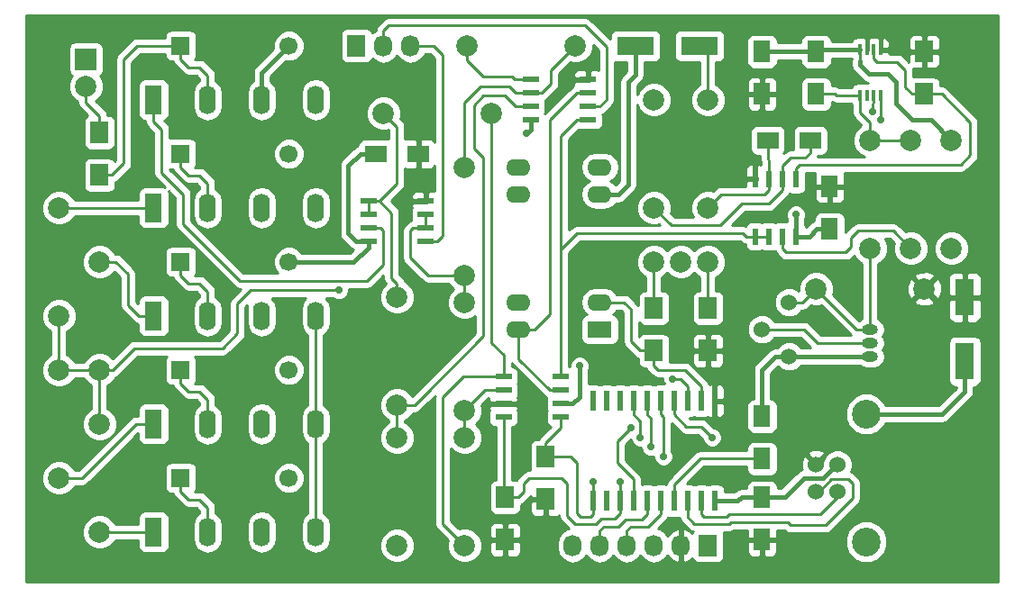
<source format=gtl>
G04 #@! TF.FileFunction,Copper,L1,Top,Signal*
%FSLAX46Y46*%
G04 Gerber Fmt 4.6, Leading zero omitted, Abs format (unit mm)*
G04 Created by KiCad (PCBNEW 0.201508090901+6074~28~ubuntu14.04.1-product) date Wed 12 Aug 2015 15:55:11 CEST*
%MOMM*%
G01*
G04 APERTURE LIST*
%ADD10C,0.100000*%
%ADD11R,1.800860X3.500120*%
%ADD12R,2.000000X1.600000*%
%ADD13R,1.600000X2.000000*%
%ADD14R,3.500120X1.800860*%
%ADD15C,1.699260*%
%ADD16R,1.699260X1.699260*%
%ADD17R,2.000000X2.000000*%
%ADD18C,2.000000*%
%ADD19R,1.600000X2.700000*%
%ADD20O,1.600000X2.700000*%
%ADD21R,2.286000X1.574800*%
%ADD22O,2.286000X1.574800*%
%ADD23C,1.524000*%
%ADD24C,2.700020*%
%ADD25R,1.727200X2.032000*%
%ADD26O,1.727200X2.032000*%
%ADD27C,1.998980*%
%ADD28R,1.700000X2.000000*%
%ADD29R,0.600000X1.550000*%
%ADD30R,1.550000X0.600000*%
%ADD31R,0.400000X1.100000*%
%ADD32R,0.600000X1.950000*%
%ADD33O,1.501140X0.950000*%
%ADD34C,0.700000*%
%ADD35C,0.400000*%
%ADD36C,0.250000*%
%ADD37C,0.254000*%
G04 APERTURE END LIST*
D10*
D11*
X157480000Y-89359740D03*
X157480000Y-83360260D03*
D12*
X106140000Y-69850000D03*
X102140000Y-69850000D03*
D13*
X138430000Y-106140000D03*
X138430000Y-102140000D03*
X138430000Y-94520000D03*
X138430000Y-98520000D03*
X143510000Y-60230000D03*
X143510000Y-64230000D03*
X138430000Y-64230000D03*
X138430000Y-60230000D03*
D12*
X138970000Y-68580000D03*
X142970000Y-68580000D03*
D14*
X126540260Y-59690000D03*
X132539740Y-59690000D03*
D13*
X144780000Y-72930000D03*
X144780000Y-76930000D03*
D15*
X93980520Y-59687460D03*
D16*
X83820520Y-59687460D03*
D17*
X74930000Y-60960000D03*
D18*
X74930000Y-63500000D03*
X133350000Y-80010000D03*
X130810000Y-80010000D03*
X128270000Y-80010000D03*
D15*
X93980520Y-69847460D03*
D16*
X83820520Y-69847460D03*
D15*
X93980520Y-80007460D03*
D16*
X83820520Y-80007460D03*
D15*
X93980520Y-90167460D03*
D16*
X83820520Y-90167460D03*
D15*
X93980520Y-100327460D03*
D16*
X83820520Y-100327460D03*
D19*
X81280000Y-64770000D03*
D20*
X86360000Y-64770000D03*
X91440000Y-64770000D03*
X96520000Y-64770000D03*
D21*
X123190000Y-86360000D03*
D22*
X123190000Y-83820000D03*
X123190000Y-73660000D03*
X123190000Y-71120000D03*
X115570000Y-71120000D03*
X115570000Y-73660000D03*
X115570000Y-83820000D03*
X115570000Y-86360000D03*
D19*
X81280000Y-74930000D03*
D20*
X86360000Y-74930000D03*
X91440000Y-74930000D03*
X96520000Y-74930000D03*
D19*
X81280000Y-85090000D03*
D20*
X86360000Y-85090000D03*
X91440000Y-85090000D03*
X96520000Y-85090000D03*
D19*
X81280000Y-95250000D03*
D20*
X86360000Y-95250000D03*
X91440000Y-95250000D03*
X96520000Y-95250000D03*
D19*
X81280000Y-105410000D03*
D20*
X86360000Y-105410000D03*
X91440000Y-105410000D03*
X96520000Y-105410000D03*
D23*
X143510000Y-101600000D03*
X143510000Y-99060000D03*
X145508980Y-99060000D03*
X145508980Y-101600000D03*
D24*
X148209000Y-106329480D03*
X148209000Y-94330520D03*
D25*
X100330000Y-59690000D03*
D26*
X102870000Y-59690000D03*
X105410000Y-59690000D03*
D25*
X133350000Y-106680000D03*
D26*
X130810000Y-106680000D03*
X128270000Y-106680000D03*
X125730000Y-106680000D03*
X123190000Y-106680000D03*
X120650000Y-106680000D03*
D27*
X143510000Y-82550000D03*
X153670000Y-82550000D03*
D23*
X138430000Y-86360000D03*
X140970000Y-83820000D03*
X140970000Y-88900000D03*
D27*
X148590000Y-78740000D03*
X148590000Y-68580000D03*
X152400000Y-78740000D03*
X152400000Y-68580000D03*
X156210000Y-68580000D03*
X156210000Y-78740000D03*
D28*
X114300000Y-106140000D03*
X114300000Y-102140000D03*
X118110000Y-102330000D03*
X118110000Y-98330000D03*
X153670000Y-64230000D03*
X153670000Y-60230000D03*
D27*
X133350000Y-74930000D03*
X133350000Y-64770000D03*
X128270000Y-64770000D03*
X128270000Y-74930000D03*
X113030000Y-66040000D03*
X102870000Y-66040000D03*
X110490000Y-96520000D03*
X110490000Y-106680000D03*
X110490000Y-83820000D03*
X110490000Y-93980000D03*
X104140000Y-93472000D03*
X104140000Y-83312000D03*
X110490000Y-81280000D03*
X110490000Y-71120000D03*
X104140000Y-96520000D03*
X104140000Y-106680000D03*
X120904000Y-59690000D03*
X110744000Y-59690000D03*
D28*
X76200000Y-67850000D03*
X76200000Y-71850000D03*
X133350000Y-84360000D03*
X133350000Y-88360000D03*
X128270000Y-84360000D03*
X128270000Y-88360000D03*
D27*
X72390000Y-74930000D03*
X72390000Y-85090000D03*
X76200000Y-80010000D03*
X76200000Y-90170000D03*
X72390000Y-100330000D03*
X72390000Y-90170000D03*
X76200000Y-105410000D03*
X76200000Y-95250000D03*
D29*
X137795000Y-77630000D03*
X139065000Y-77630000D03*
X140335000Y-77630000D03*
X141605000Y-77630000D03*
X141605000Y-72230000D03*
X140335000Y-72230000D03*
X139065000Y-72230000D03*
X137795000Y-72230000D03*
D30*
X116680000Y-62865000D03*
X116680000Y-64135000D03*
X116680000Y-65405000D03*
X116680000Y-66675000D03*
X122080000Y-66675000D03*
X122080000Y-65405000D03*
X122080000Y-64135000D03*
X122080000Y-62865000D03*
X101440000Y-74295000D03*
X101440000Y-75565000D03*
X101440000Y-76835000D03*
X101440000Y-78105000D03*
X106840000Y-78105000D03*
X106840000Y-76835000D03*
X106840000Y-75565000D03*
X106840000Y-74295000D03*
D31*
X147615000Y-64380000D03*
X148265000Y-64380000D03*
X148915000Y-64380000D03*
X149565000Y-64380000D03*
X149565000Y-60080000D03*
X148915000Y-60080000D03*
X148265000Y-60080000D03*
X147615000Y-60080000D03*
D32*
X133985000Y-93090000D03*
X132715000Y-93090000D03*
X131445000Y-93090000D03*
X130175000Y-93090000D03*
X128905000Y-93090000D03*
X127635000Y-93090000D03*
X126365000Y-93090000D03*
X125095000Y-93090000D03*
X123825000Y-93090000D03*
X122555000Y-93090000D03*
X122555000Y-102490000D03*
X123825000Y-102490000D03*
X125095000Y-102490000D03*
X126365000Y-102490000D03*
X127635000Y-102490000D03*
X128905000Y-102490000D03*
X130175000Y-102490000D03*
X131445000Y-102490000D03*
X132715000Y-102490000D03*
X133985000Y-102490000D03*
D30*
X114140000Y-90805000D03*
X114140000Y-92075000D03*
X114140000Y-93345000D03*
X114140000Y-94615000D03*
X119540000Y-94615000D03*
X119540000Y-93345000D03*
X119540000Y-92075000D03*
X119540000Y-90805000D03*
D33*
X148590000Y-87630000D03*
X148590000Y-88900000D03*
X148590000Y-86360000D03*
D34*
X141605000Y-75565000D03*
X121285000Y-89789000D03*
X116332000Y-67945000D03*
X129540000Y-61468000D03*
X122682000Y-61468000D03*
X130048000Y-91059000D03*
X126111000Y-95631000D03*
X127000000Y-96520000D03*
X128016000Y-97409000D03*
X129159000Y-98298000D03*
X98679000Y-82677000D03*
X133731000Y-96520000D03*
X149606000Y-66675000D03*
X125095000Y-100711000D03*
X148844000Y-65913000D03*
X122555000Y-100711000D03*
D35*
X93980520Y-59687460D02*
X93980520Y-59689480D01*
X93980520Y-59689480D02*
X91440000Y-62230000D01*
X91440000Y-62230000D02*
X91440000Y-64770000D01*
X141605000Y-77630000D02*
X141605000Y-75565000D01*
X119540000Y-93345000D02*
X120650000Y-93345000D01*
X121285000Y-92710000D02*
X121285000Y-89789000D01*
X120650000Y-93345000D02*
X121285000Y-92710000D01*
X116680000Y-66675000D02*
X116680000Y-67597000D01*
X116680000Y-67597000D02*
X116332000Y-67945000D01*
X102140000Y-69850000D02*
X100711000Y-69850000D01*
X100330000Y-78105000D02*
X101440000Y-78105000D01*
X99568000Y-77343000D02*
X100330000Y-78105000D01*
X99568000Y-70993000D02*
X99568000Y-77343000D01*
X100711000Y-69850000D02*
X99568000Y-70993000D01*
X123190000Y-73660000D02*
X124968000Y-73660000D01*
X126540260Y-62435740D02*
X126540260Y-59690000D01*
X125857000Y-63119000D02*
X126540260Y-62435740D01*
X125857000Y-72771000D02*
X125857000Y-63119000D01*
X124968000Y-73660000D02*
X125857000Y-72771000D01*
X140970000Y-88900000D02*
X148590000Y-88900000D01*
X144780000Y-76930000D02*
X143542000Y-76930000D01*
X143542000Y-76930000D02*
X142842000Y-77630000D01*
X142842000Y-77630000D02*
X141605000Y-77630000D01*
X93980520Y-80007460D02*
X100078540Y-80007460D01*
X101440000Y-78646000D02*
X101440000Y-78105000D01*
X100078540Y-80007460D02*
X101440000Y-78646000D01*
X140970000Y-88900000D02*
X139700000Y-88900000D01*
X138430000Y-90170000D02*
X138430000Y-94520000D01*
X139700000Y-88900000D02*
X138430000Y-90170000D01*
X157480000Y-89359740D02*
X157480000Y-92202000D01*
X155351480Y-94330520D02*
X148209000Y-94330520D01*
X157480000Y-92202000D02*
X155351480Y-94330520D01*
X138430000Y-60230000D02*
X143510000Y-60230000D01*
X147615000Y-60080000D02*
X143660000Y-60080000D01*
X143660000Y-60080000D02*
X143510000Y-60230000D01*
X147615000Y-61509000D02*
X147615000Y-61128000D01*
X156210000Y-68580000D02*
X154305000Y-66675000D01*
D36*
X147615000Y-61128000D02*
X147615000Y-60080000D01*
D35*
X148463000Y-62357000D02*
X147615000Y-61509000D01*
X150241000Y-62357000D02*
X148463000Y-62357000D01*
X151003000Y-63119000D02*
X150241000Y-62357000D01*
X151003000Y-65151000D02*
X151003000Y-63119000D01*
X152527000Y-66675000D02*
X151003000Y-65151000D01*
X154305000Y-66675000D02*
X152527000Y-66675000D01*
X138430000Y-102140000D02*
X136493000Y-102140000D01*
X136143000Y-102490000D02*
X133985000Y-102490000D01*
X136493000Y-102140000D02*
X136143000Y-102490000D01*
X145508980Y-99060000D02*
X145415000Y-99060000D01*
X145415000Y-99060000D02*
X144145000Y-100330000D01*
X144145000Y-100330000D02*
X142367000Y-100330000D01*
X142367000Y-100330000D02*
X140557000Y-102140000D01*
X140557000Y-102140000D02*
X138430000Y-102140000D01*
X122080000Y-62865000D02*
X120904000Y-62865000D01*
X138430000Y-65659000D02*
X138430000Y-64230000D01*
X137922000Y-66167000D02*
X138430000Y-65659000D01*
X135890000Y-66167000D02*
X137922000Y-66167000D01*
X134747000Y-67310000D02*
X135890000Y-66167000D01*
X131445000Y-67310000D02*
X134747000Y-67310000D01*
X130810000Y-66675000D02*
X131445000Y-67310000D01*
X130810000Y-62738000D02*
X130810000Y-66675000D01*
X129540000Y-61468000D02*
X130810000Y-62738000D01*
X120904000Y-61468000D02*
X122682000Y-61468000D01*
X120523000Y-61849000D02*
X120904000Y-61468000D01*
X120523000Y-62484000D02*
X120523000Y-61849000D01*
X120904000Y-62865000D02*
X120523000Y-62484000D01*
X149565000Y-60080000D02*
X149565000Y-58969000D01*
X149565000Y-58969000D02*
X149606000Y-58928000D01*
X148265000Y-60080000D02*
X148265000Y-58999000D01*
X148265000Y-58999000D02*
X148336000Y-58928000D01*
D36*
X153520000Y-60080000D02*
X153670000Y-60230000D01*
X138525000Y-106045000D02*
X138430000Y-106140000D01*
X130175000Y-102490000D02*
X130175000Y-100965000D01*
X132620000Y-98520000D02*
X138430000Y-98520000D01*
X130175000Y-100965000D02*
X132620000Y-98520000D01*
X148590000Y-68580000D02*
X152400000Y-68580000D01*
X147615000Y-64380000D02*
X147615000Y-65954000D01*
X148590000Y-66929000D02*
X148590000Y-68580000D01*
X147615000Y-65954000D02*
X148590000Y-66929000D01*
X143510000Y-64230000D02*
X145256000Y-64230000D01*
X145406000Y-64380000D02*
X147615000Y-64380000D01*
X145256000Y-64230000D02*
X145406000Y-64380000D01*
X138970000Y-68580000D02*
X138970000Y-70390000D01*
X139065000Y-70485000D02*
X139065000Y-72230000D01*
X138970000Y-70390000D02*
X139065000Y-70485000D01*
X133350000Y-74930000D02*
X134366000Y-73914000D01*
X139065000Y-73279000D02*
X139065000Y-72230000D01*
X138684000Y-73660000D02*
X139065000Y-73279000D01*
X134620000Y-73660000D02*
X138684000Y-73660000D01*
X134366000Y-73914000D02*
X134620000Y-73660000D01*
X140335000Y-72230000D02*
X140335000Y-70993000D01*
X142970000Y-69755000D02*
X142970000Y-68580000D01*
X142494000Y-70231000D02*
X142970000Y-69755000D01*
X141097000Y-70231000D02*
X142494000Y-70231000D01*
X140335000Y-70993000D02*
X141097000Y-70231000D01*
X128270000Y-74930000D02*
X129921000Y-76581000D01*
X140335000Y-73279000D02*
X140335000Y-72230000D01*
X139065000Y-74549000D02*
X140335000Y-73279000D01*
X136525000Y-74549000D02*
X139065000Y-74549000D01*
X134493000Y-76581000D02*
X136525000Y-74549000D01*
X129921000Y-76581000D02*
X134493000Y-76581000D01*
X133350000Y-64770000D02*
X133350000Y-60500260D01*
X133350000Y-60500260D02*
X132539740Y-59690000D01*
X131445000Y-91694000D02*
X131445000Y-93090000D01*
X130810000Y-91059000D02*
X131445000Y-91694000D01*
X130048000Y-91059000D02*
X130810000Y-91059000D01*
X76200000Y-71850000D02*
X77375000Y-71850000D01*
X79758540Y-59687460D02*
X83820520Y-59687460D01*
X78486000Y-60960000D02*
X79758540Y-59687460D01*
X78486000Y-70739000D02*
X78486000Y-60960000D01*
X77375000Y-71850000D02*
X78486000Y-70739000D01*
X86360000Y-64770000D02*
X86360000Y-65532000D01*
X83820520Y-59687460D02*
X83820520Y-60960520D01*
X83820520Y-60960520D02*
X84582000Y-61722000D01*
X84582000Y-61722000D02*
X85598000Y-61722000D01*
X85598000Y-61722000D02*
X86360000Y-62484000D01*
X86360000Y-62484000D02*
X86360000Y-64770000D01*
X74930000Y-63500000D02*
X74930000Y-65024000D01*
X76200000Y-66294000D02*
X76200000Y-67850000D01*
X74930000Y-65024000D02*
X76200000Y-66294000D01*
X133350000Y-84360000D02*
X133350000Y-80010000D01*
X128270000Y-84360000D02*
X128270000Y-80010000D01*
X124841000Y-96901000D02*
X126111000Y-95631000D01*
X124841000Y-98933000D02*
X124841000Y-96901000D01*
X126365000Y-100457000D02*
X124841000Y-98933000D01*
X126365000Y-100457000D02*
X126365000Y-102490000D01*
X86360000Y-72644000D02*
X86360000Y-74930000D01*
X83820520Y-69847460D02*
X83820520Y-71120520D01*
X85598000Y-71882000D02*
X86360000Y-72644000D01*
X84582000Y-71882000D02*
X85598000Y-71882000D01*
X83820520Y-71120520D02*
X84582000Y-71882000D01*
X126365000Y-94361000D02*
X126365000Y-93090000D01*
X127000000Y-94996000D02*
X126365000Y-94361000D01*
X127000000Y-96520000D02*
X127000000Y-94996000D01*
X83820520Y-80007460D02*
X83820520Y-81280520D01*
X86360000Y-82804000D02*
X86360000Y-85090000D01*
X85598000Y-82042000D02*
X86360000Y-82804000D01*
X84582000Y-82042000D02*
X85598000Y-82042000D01*
X83820520Y-81280520D02*
X84582000Y-82042000D01*
X128016000Y-97409000D02*
X128016000Y-94742000D01*
X127635000Y-94361000D02*
X127635000Y-93090000D01*
X128016000Y-94742000D02*
X127635000Y-94361000D01*
X128143000Y-97282000D02*
X128016000Y-97409000D01*
X83820520Y-90167460D02*
X83820520Y-91440520D01*
X86360000Y-92964000D02*
X86360000Y-95250000D01*
X85598000Y-92202000D02*
X86360000Y-92964000D01*
X84582000Y-92202000D02*
X85598000Y-92202000D01*
X83820520Y-91440520D02*
X84582000Y-92202000D01*
X128905000Y-94361000D02*
X128905000Y-93090000D01*
X129159000Y-94615000D02*
X128905000Y-94361000D01*
X129159000Y-98298000D02*
X129159000Y-94615000D01*
X83820520Y-100327460D02*
X83820520Y-101600520D01*
X86360000Y-103124000D02*
X86360000Y-105410000D01*
X85598000Y-102362000D02*
X86360000Y-103124000D01*
X84582000Y-102362000D02*
X85598000Y-102362000D01*
X83820520Y-101600520D02*
X84582000Y-102362000D01*
X101346000Y-81788000D02*
X102870000Y-80264000D01*
X81280000Y-66802000D02*
X82042000Y-67564000D01*
X82042000Y-67564000D02*
X82042000Y-71628000D01*
X82042000Y-71628000D02*
X84074000Y-73660000D01*
X84074000Y-73660000D02*
X84074000Y-76454000D01*
X84074000Y-76454000D02*
X89408000Y-81788000D01*
X89408000Y-81788000D02*
X101346000Y-81788000D01*
X81280000Y-64770000D02*
X81280000Y-66802000D01*
X102616000Y-76835000D02*
X101440000Y-76835000D01*
X102870000Y-77089000D02*
X102616000Y-76835000D01*
X102870000Y-80264000D02*
X102870000Y-77089000D01*
X110744000Y-59690000D02*
X110744000Y-61087000D01*
X115189000Y-62865000D02*
X116680000Y-62865000D01*
X114935000Y-62611000D02*
X115189000Y-62865000D01*
X112268000Y-62611000D02*
X114935000Y-62611000D01*
X110744000Y-61087000D02*
X112268000Y-62611000D01*
X128270000Y-88360000D02*
X126968000Y-88360000D01*
X125476000Y-83820000D02*
X123190000Y-83820000D01*
X126111000Y-84455000D02*
X125476000Y-83820000D01*
X126111000Y-87503000D02*
X126111000Y-84455000D01*
X126968000Y-88360000D02*
X126111000Y-87503000D01*
X128270000Y-88360000D02*
X128270000Y-89789000D01*
X132715000Y-91694000D02*
X132715000Y-93090000D01*
X131191000Y-90170000D02*
X132715000Y-91694000D01*
X128651000Y-90170000D02*
X131191000Y-90170000D01*
X128270000Y-89789000D02*
X128651000Y-90170000D01*
X122080000Y-64135000D02*
X121031000Y-64135000D01*
X117094000Y-86360000D02*
X115570000Y-86360000D01*
X118491000Y-84963000D02*
X118491000Y-68199000D01*
X117094000Y-86360000D02*
X118491000Y-84963000D01*
X118491000Y-66675000D02*
X118491000Y-68199000D01*
X121031000Y-64135000D02*
X118491000Y-66675000D01*
X77470000Y-90170000D02*
X76200000Y-90170000D01*
X79502000Y-88138000D02*
X77470000Y-90170000D01*
X87757000Y-88138000D02*
X79502000Y-88138000D01*
X89154000Y-86741000D02*
X87757000Y-88138000D01*
X89154000Y-83947000D02*
X89154000Y-86741000D01*
X90424000Y-82677000D02*
X89154000Y-83947000D01*
X98679000Y-82677000D02*
X90424000Y-82677000D01*
X72390000Y-85090000D02*
X72390000Y-90170000D01*
X72390000Y-90170000D02*
X76200000Y-90170000D01*
X76200000Y-90170000D02*
X76200000Y-95250000D01*
X119540000Y-92075000D02*
X118491000Y-92075000D01*
X115570000Y-89154000D02*
X115570000Y-86360000D01*
X118491000Y-92075000D02*
X115570000Y-89154000D01*
X72390000Y-74930000D02*
X81280000Y-74930000D01*
X122080000Y-65405000D02*
X123190000Y-65405000D01*
X102870000Y-58293000D02*
X103378000Y-57785000D01*
X103378000Y-57785000D02*
X121793000Y-57785000D01*
X121793000Y-57785000D02*
X122809000Y-58801000D01*
X102870000Y-58293000D02*
X102870000Y-59690000D01*
X123825000Y-59817000D02*
X122809000Y-58801000D01*
X123825000Y-64770000D02*
X123825000Y-59817000D01*
X123190000Y-65405000D02*
X123825000Y-64770000D01*
X96520000Y-95250000D02*
X96520000Y-105410000D01*
X96520000Y-85090000D02*
X96520000Y-95250000D01*
X76200000Y-80010000D02*
X77724000Y-80010000D01*
X79883000Y-85090000D02*
X81280000Y-85090000D01*
X78867000Y-84074000D02*
X79883000Y-85090000D01*
X78867000Y-81153000D02*
X78867000Y-84074000D01*
X77724000Y-80010000D02*
X78867000Y-81153000D01*
X72390000Y-100330000D02*
X74549000Y-100330000D01*
X79629000Y-95250000D02*
X81280000Y-95250000D01*
X74549000Y-100330000D02*
X79629000Y-95250000D01*
X81280000Y-105410000D02*
X76200000Y-105410000D01*
X143510000Y-101600000D02*
X143510000Y-101473000D01*
X143700500Y-101663500D02*
X144907000Y-100457000D01*
X144907000Y-100457000D02*
X146558000Y-100457000D01*
X146558000Y-100457000D02*
X146939000Y-100838000D01*
X146939000Y-100838000D02*
X146939000Y-102235000D01*
X146939000Y-102235000D02*
X144399000Y-104775000D01*
X144399000Y-104775000D02*
X141097000Y-104775000D01*
X141097000Y-104775000D02*
X140843000Y-104521000D01*
X140843000Y-104521000D02*
X135509000Y-104521000D01*
X135509000Y-104521000D02*
X135382000Y-104648000D01*
X135382000Y-104648000D02*
X132080000Y-104648000D01*
X132080000Y-104648000D02*
X131445000Y-104013000D01*
X131445000Y-104013000D02*
X131445000Y-102490000D01*
X132969000Y-104013000D02*
X135128000Y-104013000D01*
X132715000Y-103759000D02*
X132969000Y-104013000D01*
X132715000Y-102490000D02*
X132715000Y-103759000D01*
X143891000Y-103759000D02*
X145508980Y-102141020D01*
X135382000Y-103759000D02*
X143891000Y-103759000D01*
X135128000Y-104013000D02*
X135382000Y-103759000D01*
X145508980Y-102141020D02*
X145508980Y-101600000D01*
X105410000Y-59690000D02*
X107569000Y-59690000D01*
X107950000Y-78105000D02*
X106840000Y-78105000D01*
X108458000Y-77597000D02*
X107950000Y-78105000D01*
X108458000Y-60579000D02*
X108458000Y-77597000D01*
X107569000Y-59690000D02*
X108458000Y-60579000D01*
X130175000Y-94361000D02*
X130175000Y-93090000D01*
X131318000Y-95504000D02*
X130175000Y-94361000D01*
X132715000Y-95504000D02*
X131318000Y-95504000D01*
X133731000Y-96520000D02*
X132715000Y-95504000D01*
X125730000Y-106680000D02*
X125730000Y-105283000D01*
X128905000Y-103759000D02*
X128905000Y-102490000D01*
X127762000Y-104902000D02*
X128905000Y-103759000D01*
X126111000Y-104902000D02*
X127762000Y-104902000D01*
X125730000Y-105283000D02*
X126111000Y-104902000D01*
X123190000Y-106680000D02*
X123190000Y-105283000D01*
X127635000Y-103759000D02*
X127635000Y-102490000D01*
X127127000Y-104267000D02*
X127635000Y-103759000D01*
X125603000Y-104267000D02*
X127127000Y-104267000D01*
X124968000Y-104902000D02*
X125603000Y-104267000D01*
X123571000Y-104902000D02*
X124968000Y-104902000D01*
X123190000Y-105283000D02*
X123571000Y-104902000D01*
X148590000Y-78740000D02*
X148590000Y-86360000D01*
X148590000Y-86360000D02*
X147320000Y-86360000D01*
X147320000Y-86360000D02*
X143510000Y-82550000D01*
X140970000Y-83820000D02*
X142240000Y-83820000D01*
X142240000Y-83820000D02*
X143510000Y-82550000D01*
X138430000Y-86360000D02*
X142367000Y-86360000D01*
X143637000Y-87630000D02*
X148590000Y-87630000D01*
X142367000Y-86360000D02*
X143637000Y-87630000D01*
X147701000Y-77089000D02*
X147447000Y-77089000D01*
X140335000Y-78740000D02*
X140716000Y-79121000D01*
X140716000Y-79121000D02*
X145669000Y-79121000D01*
X147701000Y-77089000D02*
X150749000Y-77089000D01*
X152400000Y-78740000D02*
X150749000Y-77089000D01*
X140335000Y-78740000D02*
X140335000Y-77630000D01*
X146304000Y-79121000D02*
X145669000Y-79121000D01*
X146812000Y-78613000D02*
X146304000Y-79121000D01*
X146812000Y-77724000D02*
X146812000Y-78613000D01*
X147447000Y-77089000D02*
X146812000Y-77724000D01*
X125095000Y-102490000D02*
X125095000Y-100711000D01*
X149565000Y-65237000D02*
X149565000Y-64380000D01*
X149606000Y-65278000D02*
X149565000Y-65237000D01*
X149606000Y-66675000D02*
X149606000Y-65278000D01*
X114300000Y-102140000D02*
X115538000Y-102140000D01*
X125095000Y-103632000D02*
X125095000Y-102490000D01*
X124587000Y-104140000D02*
X125095000Y-103632000D01*
X123317000Y-104140000D02*
X124587000Y-104140000D01*
X122809000Y-104648000D02*
X123317000Y-104140000D01*
X120904000Y-104648000D02*
X122809000Y-104648000D01*
X120142000Y-103886000D02*
X120904000Y-104648000D01*
X120142000Y-100838000D02*
X120142000Y-103886000D01*
X119634000Y-100330000D02*
X120142000Y-100838000D01*
X116586000Y-100330000D02*
X119634000Y-100330000D01*
X116078000Y-100838000D02*
X116586000Y-100330000D01*
X116078000Y-101600000D02*
X116078000Y-100838000D01*
X115538000Y-102140000D02*
X116078000Y-101600000D01*
X114140000Y-94615000D02*
X114140000Y-101980000D01*
X114140000Y-101980000D02*
X114300000Y-102140000D01*
X122555000Y-102490000D02*
X122555000Y-100711000D01*
X148915000Y-65080000D02*
X148915000Y-64380000D01*
X148844000Y-65151000D02*
X148915000Y-65080000D01*
X148844000Y-65913000D02*
X148844000Y-65151000D01*
X118110000Y-98330000D02*
X118110000Y-97028000D01*
X119540000Y-95598000D02*
X119540000Y-94615000D01*
X118618000Y-96520000D02*
X119540000Y-95598000D01*
X118618000Y-96520000D02*
X118618000Y-96520000D01*
X118110000Y-97028000D02*
X118618000Y-96520000D01*
X122555000Y-102490000D02*
X122555000Y-103759000D01*
X120428000Y-98330000D02*
X118110000Y-98330000D01*
X121031000Y-98933000D02*
X120428000Y-98330000D01*
X121031000Y-103632000D02*
X121031000Y-98933000D01*
X121412000Y-104013000D02*
X121031000Y-103632000D01*
X122301000Y-104013000D02*
X121412000Y-104013000D01*
X122555000Y-103759000D02*
X122301000Y-104013000D01*
X141605000Y-72230000D02*
X141605000Y-71247000D01*
X155289000Y-64230000D02*
X153670000Y-64230000D01*
X157988000Y-66929000D02*
X155289000Y-64230000D01*
X157988000Y-69977000D02*
X157988000Y-66929000D01*
X157099000Y-70866000D02*
X157988000Y-69977000D01*
X141986000Y-70866000D02*
X157099000Y-70866000D01*
X141605000Y-71247000D02*
X141986000Y-70866000D01*
X153670000Y-64230000D02*
X152495000Y-64230000D01*
X148915000Y-60904000D02*
X148915000Y-60080000D01*
X149225000Y-61214000D02*
X148915000Y-60904000D01*
X151130000Y-61214000D02*
X149225000Y-61214000D01*
X151892000Y-61976000D02*
X151130000Y-61214000D01*
X151892000Y-63627000D02*
X151892000Y-61976000D01*
X152495000Y-64230000D02*
X151892000Y-63627000D01*
X113030000Y-66040000D02*
X113030000Y-87630000D01*
X114140000Y-88740000D02*
X114140000Y-90805000D01*
X113030000Y-87630000D02*
X114140000Y-88740000D01*
X114140000Y-90805000D02*
X110363000Y-90805000D01*
X108458000Y-104648000D02*
X110490000Y-106680000D01*
X108458000Y-92710000D02*
X108458000Y-104648000D01*
X110363000Y-90805000D02*
X108458000Y-92710000D01*
X102489000Y-74295000D02*
X103632000Y-75438000D01*
X104140000Y-82042000D02*
X104140000Y-83312000D01*
X103632000Y-81534000D02*
X104140000Y-82042000D01*
X103632000Y-75438000D02*
X103632000Y-81534000D01*
X101440000Y-74295000D02*
X101440000Y-75565000D01*
X101440000Y-74295000D02*
X102489000Y-74295000D01*
X104140000Y-67310000D02*
X102870000Y-66040000D01*
X104140000Y-72644000D02*
X104140000Y-67310000D01*
X102489000Y-74295000D02*
X104140000Y-72644000D01*
X110490000Y-96520000D02*
X110490000Y-93980000D01*
X110490000Y-93980000D02*
X112395000Y-92075000D01*
X112395000Y-92075000D02*
X114140000Y-92075000D01*
X110490000Y-81280000D02*
X110490000Y-83820000D01*
X106840000Y-76835000D02*
X105664000Y-76835000D01*
X107061000Y-81280000D02*
X110490000Y-81280000D01*
X105410000Y-79629000D02*
X107061000Y-81280000D01*
X105410000Y-77089000D02*
X105410000Y-79629000D01*
X105664000Y-76835000D02*
X105410000Y-77089000D01*
X106840000Y-76835000D02*
X106840000Y-75565000D01*
X104140000Y-93472000D02*
X105791000Y-93472000D01*
X115316000Y-65405000D02*
X114300000Y-64389000D01*
X114300000Y-64389000D02*
X112268000Y-64389000D01*
X112268000Y-64389000D02*
X111379000Y-65278000D01*
X111379000Y-65278000D02*
X111379000Y-69342000D01*
X111379000Y-69342000D02*
X112268000Y-70231000D01*
X112268000Y-70231000D02*
X112268000Y-86995000D01*
X112268000Y-86995000D02*
X106553000Y-92710000D01*
X115316000Y-65405000D02*
X116680000Y-65405000D01*
X105791000Y-93472000D02*
X106553000Y-92710000D01*
X104140000Y-93472000D02*
X104140000Y-96520000D01*
X116680000Y-64135000D02*
X117729000Y-64135000D01*
X118618000Y-61976000D02*
X120904000Y-59690000D01*
X118618000Y-63246000D02*
X118618000Y-61976000D01*
X117729000Y-64135000D02*
X118618000Y-63246000D01*
X111760000Y-63754000D02*
X112014000Y-63500000D01*
X111760000Y-63754000D02*
X110490000Y-65024000D01*
X110490000Y-71120000D02*
X110490000Y-65024000D01*
X115316000Y-64135000D02*
X116680000Y-64135000D01*
X114681000Y-63500000D02*
X115316000Y-64135000D01*
X112014000Y-63500000D02*
X114681000Y-63500000D01*
X111125000Y-71120000D02*
X110490000Y-71120000D01*
X119540000Y-78834000D02*
X121031000Y-77343000D01*
X121031000Y-77343000D02*
X136652000Y-77343000D01*
X136939000Y-77630000D02*
X137795000Y-77630000D01*
X136652000Y-77343000D02*
X136939000Y-77630000D01*
X122080000Y-66675000D02*
X121031000Y-66675000D01*
X119540000Y-68166000D02*
X119540000Y-78834000D01*
X121031000Y-66675000D02*
X119540000Y-68166000D01*
X139065000Y-77630000D02*
X137795000Y-77630000D01*
X119540000Y-90805000D02*
X119540000Y-78834000D01*
D37*
G36*
X160605000Y-110059000D02*
X69265000Y-110059000D01*
X69265000Y-105733694D01*
X74565226Y-105733694D01*
X74813538Y-106334655D01*
X75272927Y-106794846D01*
X75873453Y-107044206D01*
X76523694Y-107044774D01*
X77124655Y-106796462D01*
X77584846Y-106337073D01*
X77654221Y-106170000D01*
X79832560Y-106170000D01*
X79832560Y-106760000D01*
X79876838Y-106995317D01*
X80015910Y-107211441D01*
X80228110Y-107356431D01*
X80480000Y-107407440D01*
X82080000Y-107407440D01*
X82315317Y-107363162D01*
X82531441Y-107224090D01*
X82676431Y-107011890D01*
X82727440Y-106760000D01*
X82727440Y-104060000D01*
X82683162Y-103824683D01*
X82544090Y-103608559D01*
X82331890Y-103463569D01*
X82080000Y-103412560D01*
X80480000Y-103412560D01*
X80244683Y-103456838D01*
X80028559Y-103595910D01*
X79883569Y-103808110D01*
X79832560Y-104060000D01*
X79832560Y-104650000D01*
X77654496Y-104650000D01*
X77586462Y-104485345D01*
X77127073Y-104025154D01*
X76526547Y-103775794D01*
X75876306Y-103775226D01*
X75275345Y-104023538D01*
X74815154Y-104482927D01*
X74565794Y-105083453D01*
X74565226Y-105733694D01*
X69265000Y-105733694D01*
X69265000Y-100653694D01*
X70755226Y-100653694D01*
X71003538Y-101254655D01*
X71462927Y-101714846D01*
X72063453Y-101964206D01*
X72713694Y-101964774D01*
X73314655Y-101716462D01*
X73774846Y-101257073D01*
X73844221Y-101090000D01*
X74549000Y-101090000D01*
X74839839Y-101032148D01*
X75086401Y-100867401D01*
X76475972Y-99477830D01*
X82323450Y-99477830D01*
X82323450Y-101177090D01*
X82367728Y-101412407D01*
X82506800Y-101628531D01*
X82719000Y-101773521D01*
X82970890Y-101824530D01*
X83105079Y-101824530D01*
X83118372Y-101891359D01*
X83283119Y-102137921D01*
X84044599Y-102899401D01*
X84291160Y-103064148D01*
X84582000Y-103122000D01*
X85283198Y-103122000D01*
X85600000Y-103438802D01*
X85600000Y-103636230D01*
X85345302Y-103806414D01*
X85034233Y-104271961D01*
X84925000Y-104821112D01*
X84925000Y-105998888D01*
X85034233Y-106548039D01*
X85345302Y-107013586D01*
X85810849Y-107324655D01*
X86360000Y-107433888D01*
X86909151Y-107324655D01*
X87374698Y-107013586D01*
X87685767Y-106548039D01*
X87795000Y-105998888D01*
X87795000Y-104821112D01*
X90005000Y-104821112D01*
X90005000Y-105998888D01*
X90114233Y-106548039D01*
X90425302Y-107013586D01*
X90890849Y-107324655D01*
X91440000Y-107433888D01*
X91989151Y-107324655D01*
X92454698Y-107013586D01*
X92765767Y-106548039D01*
X92875000Y-105998888D01*
X92875000Y-104821112D01*
X92765767Y-104271961D01*
X92454698Y-103806414D01*
X91989151Y-103495345D01*
X91440000Y-103386112D01*
X90890849Y-103495345D01*
X90425302Y-103806414D01*
X90114233Y-104271961D01*
X90005000Y-104821112D01*
X87795000Y-104821112D01*
X87685767Y-104271961D01*
X87374698Y-103806414D01*
X87120000Y-103636230D01*
X87120000Y-103124000D01*
X87062148Y-102833161D01*
X86897401Y-102586599D01*
X86135401Y-101824599D01*
X85888839Y-101659852D01*
X85598000Y-101602000D01*
X85148362Y-101602000D01*
X85266581Y-101428980D01*
X85317590Y-101177090D01*
X85317590Y-100621476D01*
X92495632Y-100621476D01*
X92721178Y-101167337D01*
X93138446Y-101585334D01*
X93683913Y-101811832D01*
X94274536Y-101812348D01*
X94820397Y-101586802D01*
X95238394Y-101169534D01*
X95464892Y-100624067D01*
X95465408Y-100033444D01*
X95239862Y-99487583D01*
X94822594Y-99069586D01*
X94277127Y-98843088D01*
X93686504Y-98842572D01*
X93140643Y-99068118D01*
X92722646Y-99485386D01*
X92496148Y-100030853D01*
X92495632Y-100621476D01*
X85317590Y-100621476D01*
X85317590Y-99477830D01*
X85273312Y-99242513D01*
X85134240Y-99026389D01*
X84922040Y-98881399D01*
X84670150Y-98830390D01*
X82970890Y-98830390D01*
X82735573Y-98874668D01*
X82519449Y-99013740D01*
X82374459Y-99225940D01*
X82323450Y-99477830D01*
X76475972Y-99477830D01*
X79832560Y-96121242D01*
X79832560Y-96600000D01*
X79876838Y-96835317D01*
X80015910Y-97051441D01*
X80228110Y-97196431D01*
X80480000Y-97247440D01*
X82080000Y-97247440D01*
X82315317Y-97203162D01*
X82531441Y-97064090D01*
X82676431Y-96851890D01*
X82727440Y-96600000D01*
X82727440Y-93900000D01*
X82683162Y-93664683D01*
X82544090Y-93448559D01*
X82331890Y-93303569D01*
X82080000Y-93252560D01*
X80480000Y-93252560D01*
X80244683Y-93296838D01*
X80028559Y-93435910D01*
X79883569Y-93648110D01*
X79832560Y-93900000D01*
X79832560Y-94490000D01*
X79629000Y-94490000D01*
X79338161Y-94547852D01*
X79091599Y-94712599D01*
X74234198Y-99570000D01*
X73844496Y-99570000D01*
X73776462Y-99405345D01*
X73317073Y-98945154D01*
X72716547Y-98695794D01*
X72066306Y-98695226D01*
X71465345Y-98943538D01*
X71005154Y-99402927D01*
X70755794Y-100003453D01*
X70755226Y-100653694D01*
X69265000Y-100653694D01*
X69265000Y-80333694D01*
X74565226Y-80333694D01*
X74813538Y-80934655D01*
X75272927Y-81394846D01*
X75873453Y-81644206D01*
X76523694Y-81644774D01*
X77124655Y-81396462D01*
X77580555Y-80941357D01*
X78107000Y-81467802D01*
X78107000Y-84074000D01*
X78164852Y-84364839D01*
X78329599Y-84611401D01*
X79345599Y-85627401D01*
X79592161Y-85792148D01*
X79832560Y-85839967D01*
X79832560Y-86440000D01*
X79876838Y-86675317D01*
X80015910Y-86891441D01*
X80228110Y-87036431D01*
X80480000Y-87087440D01*
X82080000Y-87087440D01*
X82315317Y-87043162D01*
X82531441Y-86904090D01*
X82676431Y-86691890D01*
X82727440Y-86440000D01*
X82727440Y-83740000D01*
X82683162Y-83504683D01*
X82544090Y-83288559D01*
X82331890Y-83143569D01*
X82080000Y-83092560D01*
X80480000Y-83092560D01*
X80244683Y-83136838D01*
X80028559Y-83275910D01*
X79883569Y-83488110D01*
X79832560Y-83740000D01*
X79832560Y-83964758D01*
X79627000Y-83759198D01*
X79627000Y-81153000D01*
X79569148Y-80862161D01*
X79404401Y-80615599D01*
X78261401Y-79472599D01*
X78014839Y-79307852D01*
X77724000Y-79250000D01*
X77654496Y-79250000D01*
X77616413Y-79157830D01*
X82323450Y-79157830D01*
X82323450Y-80857090D01*
X82367728Y-81092407D01*
X82506800Y-81308531D01*
X82719000Y-81453521D01*
X82970890Y-81504530D01*
X83105079Y-81504530D01*
X83118372Y-81571359D01*
X83283119Y-81817921D01*
X84044599Y-82579401D01*
X84291160Y-82744148D01*
X84582000Y-82802000D01*
X85283198Y-82802000D01*
X85600000Y-83118802D01*
X85600000Y-83316230D01*
X85345302Y-83486414D01*
X85034233Y-83951961D01*
X84925000Y-84501112D01*
X84925000Y-85678888D01*
X85034233Y-86228039D01*
X85345302Y-86693586D01*
X85810849Y-87004655D01*
X86360000Y-87113888D01*
X86909151Y-87004655D01*
X87374698Y-86693586D01*
X87685767Y-86228039D01*
X87795000Y-85678888D01*
X87795000Y-84501112D01*
X87685767Y-83951961D01*
X87374698Y-83486414D01*
X87120000Y-83316230D01*
X87120000Y-82804000D01*
X87062148Y-82513161D01*
X86897401Y-82266599D01*
X86135401Y-81504599D01*
X85888839Y-81339852D01*
X85598000Y-81282000D01*
X85148362Y-81282000D01*
X85266581Y-81108980D01*
X85317590Y-80857090D01*
X85317590Y-79157830D01*
X85273312Y-78922513D01*
X85134240Y-78706389D01*
X84922040Y-78561399D01*
X84670150Y-78510390D01*
X82970890Y-78510390D01*
X82735573Y-78554668D01*
X82519449Y-78693740D01*
X82374459Y-78905940D01*
X82323450Y-79157830D01*
X77616413Y-79157830D01*
X77586462Y-79085345D01*
X77127073Y-78625154D01*
X76526547Y-78375794D01*
X75876306Y-78375226D01*
X75275345Y-78623538D01*
X74815154Y-79082927D01*
X74565794Y-79683453D01*
X74565226Y-80333694D01*
X69265000Y-80333694D01*
X69265000Y-75253694D01*
X70755226Y-75253694D01*
X71003538Y-75854655D01*
X71462927Y-76314846D01*
X72063453Y-76564206D01*
X72713694Y-76564774D01*
X73314655Y-76316462D01*
X73774846Y-75857073D01*
X73844221Y-75690000D01*
X79832560Y-75690000D01*
X79832560Y-76280000D01*
X79876838Y-76515317D01*
X80015910Y-76731441D01*
X80228110Y-76876431D01*
X80480000Y-76927440D01*
X82080000Y-76927440D01*
X82315317Y-76883162D01*
X82531441Y-76744090D01*
X82676431Y-76531890D01*
X82727440Y-76280000D01*
X82727440Y-73580000D01*
X82683162Y-73344683D01*
X82681864Y-73342666D01*
X83314000Y-73974802D01*
X83314000Y-76454000D01*
X83371852Y-76744839D01*
X83536599Y-76991401D01*
X88870599Y-82325401D01*
X89117161Y-82490148D01*
X89408000Y-82548000D01*
X89478198Y-82548000D01*
X88616599Y-83409599D01*
X88451852Y-83656161D01*
X88394000Y-83947000D01*
X88394000Y-86426198D01*
X87442198Y-87378000D01*
X79502000Y-87378000D01*
X79211161Y-87435852D01*
X78964599Y-87600599D01*
X77453274Y-89111924D01*
X77127073Y-88785154D01*
X76526547Y-88535794D01*
X75876306Y-88535226D01*
X75275345Y-88783538D01*
X74815154Y-89242927D01*
X74745779Y-89410000D01*
X73844496Y-89410000D01*
X73776462Y-89245345D01*
X73317073Y-88785154D01*
X73150000Y-88715779D01*
X73150000Y-86544496D01*
X73314655Y-86476462D01*
X73774846Y-86017073D01*
X74024206Y-85416547D01*
X74024774Y-84766306D01*
X73776462Y-84165345D01*
X73317073Y-83705154D01*
X72716547Y-83455794D01*
X72066306Y-83455226D01*
X71465345Y-83703538D01*
X71005154Y-84162927D01*
X70755794Y-84763453D01*
X70755226Y-85413694D01*
X71003538Y-86014655D01*
X71462927Y-86474846D01*
X71630000Y-86544221D01*
X71630000Y-88715504D01*
X71465345Y-88783538D01*
X71005154Y-89242927D01*
X70755794Y-89843453D01*
X70755226Y-90493694D01*
X71003538Y-91094655D01*
X71462927Y-91554846D01*
X72063453Y-91804206D01*
X72713694Y-91804774D01*
X73314655Y-91556462D01*
X73774846Y-91097073D01*
X73844221Y-90930000D01*
X74745504Y-90930000D01*
X74813538Y-91094655D01*
X75272927Y-91554846D01*
X75440000Y-91624221D01*
X75440000Y-93795504D01*
X75275345Y-93863538D01*
X74815154Y-94322927D01*
X74565794Y-94923453D01*
X74565226Y-95573694D01*
X74813538Y-96174655D01*
X75272927Y-96634846D01*
X75873453Y-96884206D01*
X76523694Y-96884774D01*
X77124655Y-96636462D01*
X77584846Y-96177073D01*
X77834206Y-95576547D01*
X77834774Y-94926306D01*
X77586462Y-94325345D01*
X77127073Y-93865154D01*
X76960000Y-93795779D01*
X76960000Y-91624496D01*
X77124655Y-91556462D01*
X77584846Y-91097073D01*
X77670807Y-90890057D01*
X77760839Y-90872148D01*
X78007401Y-90707401D01*
X79816802Y-88898000D01*
X82489207Y-88898000D01*
X82374459Y-89065940D01*
X82323450Y-89317830D01*
X82323450Y-91017090D01*
X82367728Y-91252407D01*
X82506800Y-91468531D01*
X82719000Y-91613521D01*
X82970890Y-91664530D01*
X83105079Y-91664530D01*
X83118372Y-91731359D01*
X83283119Y-91977921D01*
X84044599Y-92739401D01*
X84291160Y-92904148D01*
X84582000Y-92962000D01*
X85283198Y-92962000D01*
X85600000Y-93278802D01*
X85600000Y-93476230D01*
X85345302Y-93646414D01*
X85034233Y-94111961D01*
X84925000Y-94661112D01*
X84925000Y-95838888D01*
X85034233Y-96388039D01*
X85345302Y-96853586D01*
X85810849Y-97164655D01*
X86360000Y-97273888D01*
X86909151Y-97164655D01*
X87374698Y-96853586D01*
X87685767Y-96388039D01*
X87795000Y-95838888D01*
X87795000Y-94661112D01*
X90005000Y-94661112D01*
X90005000Y-95838888D01*
X90114233Y-96388039D01*
X90425302Y-96853586D01*
X90890849Y-97164655D01*
X91440000Y-97273888D01*
X91989151Y-97164655D01*
X92454698Y-96853586D01*
X92765767Y-96388039D01*
X92875000Y-95838888D01*
X92875000Y-94661112D01*
X92765767Y-94111961D01*
X92454698Y-93646414D01*
X91989151Y-93335345D01*
X91440000Y-93226112D01*
X90890849Y-93335345D01*
X90425302Y-93646414D01*
X90114233Y-94111961D01*
X90005000Y-94661112D01*
X87795000Y-94661112D01*
X87685767Y-94111961D01*
X87374698Y-93646414D01*
X87120000Y-93476230D01*
X87120000Y-92964000D01*
X87062148Y-92673161D01*
X86897401Y-92426599D01*
X86135401Y-91664599D01*
X85888839Y-91499852D01*
X85598000Y-91442000D01*
X85148362Y-91442000D01*
X85266581Y-91268980D01*
X85317590Y-91017090D01*
X85317590Y-90461476D01*
X92495632Y-90461476D01*
X92721178Y-91007337D01*
X93138446Y-91425334D01*
X93683913Y-91651832D01*
X94274536Y-91652348D01*
X94820397Y-91426802D01*
X95238394Y-91009534D01*
X95464892Y-90464067D01*
X95465408Y-89873444D01*
X95239862Y-89327583D01*
X94822594Y-88909586D01*
X94277127Y-88683088D01*
X93686504Y-88682572D01*
X93140643Y-88908118D01*
X92722646Y-89325386D01*
X92496148Y-89870853D01*
X92495632Y-90461476D01*
X85317590Y-90461476D01*
X85317590Y-89317830D01*
X85273312Y-89082513D01*
X85154581Y-88898000D01*
X87757000Y-88898000D01*
X88047839Y-88840148D01*
X88294401Y-88675401D01*
X89691401Y-87278401D01*
X89856148Y-87031840D01*
X89914000Y-86741000D01*
X89914000Y-84261802D01*
X90087017Y-84088785D01*
X90005000Y-84501112D01*
X90005000Y-85678888D01*
X90114233Y-86228039D01*
X90425302Y-86693586D01*
X90890849Y-87004655D01*
X91440000Y-87113888D01*
X91989151Y-87004655D01*
X92454698Y-86693586D01*
X92765767Y-86228039D01*
X92875000Y-85678888D01*
X92875000Y-84501112D01*
X92765767Y-83951961D01*
X92454698Y-83486414D01*
X92380745Y-83437000D01*
X95579255Y-83437000D01*
X95505302Y-83486414D01*
X95194233Y-83951961D01*
X95085000Y-84501112D01*
X95085000Y-85678888D01*
X95194233Y-86228039D01*
X95505302Y-86693586D01*
X95760000Y-86863770D01*
X95760000Y-93476230D01*
X95505302Y-93646414D01*
X95194233Y-94111961D01*
X95085000Y-94661112D01*
X95085000Y-95838888D01*
X95194233Y-96388039D01*
X95505302Y-96853586D01*
X95760000Y-97023770D01*
X95760000Y-103636230D01*
X95505302Y-103806414D01*
X95194233Y-104271961D01*
X95085000Y-104821112D01*
X95085000Y-105998888D01*
X95194233Y-106548039D01*
X95505302Y-107013586D01*
X95970849Y-107324655D01*
X96520000Y-107433888D01*
X97069151Y-107324655D01*
X97534698Y-107013586D01*
X97541307Y-107003694D01*
X102505226Y-107003694D01*
X102753538Y-107604655D01*
X103212927Y-108064846D01*
X103813453Y-108314206D01*
X104463694Y-108314774D01*
X105064655Y-108066462D01*
X105524846Y-107607073D01*
X105774206Y-107006547D01*
X105774774Y-106356306D01*
X105526462Y-105755345D01*
X105067073Y-105295154D01*
X104466547Y-105045794D01*
X103816306Y-105045226D01*
X103215345Y-105293538D01*
X102755154Y-105752927D01*
X102505794Y-106353453D01*
X102505226Y-107003694D01*
X97541307Y-107003694D01*
X97845767Y-106548039D01*
X97955000Y-105998888D01*
X97955000Y-104821112D01*
X97845767Y-104271961D01*
X97534698Y-103806414D01*
X97280000Y-103636230D01*
X97280000Y-97023770D01*
X97534698Y-96853586D01*
X97845767Y-96388039D01*
X97955000Y-95838888D01*
X97955000Y-94661112D01*
X97845767Y-94111961D01*
X97534698Y-93646414D01*
X97280000Y-93476230D01*
X97280000Y-86863770D01*
X97534698Y-86693586D01*
X97845767Y-86228039D01*
X97955000Y-85678888D01*
X97955000Y-84501112D01*
X97845767Y-83951961D01*
X97534698Y-83486414D01*
X97460745Y-83437000D01*
X98116537Y-83437000D01*
X98148673Y-83469192D01*
X98492201Y-83611838D01*
X98864167Y-83612162D01*
X99207943Y-83470117D01*
X99471192Y-83207327D01*
X99613838Y-82863799D01*
X99614113Y-82548000D01*
X101346000Y-82548000D01*
X101636839Y-82490148D01*
X101883401Y-82325401D01*
X102872000Y-81336802D01*
X102872000Y-81534000D01*
X102929852Y-81824839D01*
X103084447Y-82056208D01*
X102755154Y-82384927D01*
X102505794Y-82985453D01*
X102505226Y-83635694D01*
X102753538Y-84236655D01*
X103212927Y-84696846D01*
X103813453Y-84946206D01*
X104463694Y-84946774D01*
X105064655Y-84698462D01*
X105524846Y-84239073D01*
X105774206Y-83638547D01*
X105774774Y-82988306D01*
X105526462Y-82387345D01*
X105067073Y-81927154D01*
X104860057Y-81841193D01*
X104842148Y-81751161D01*
X104677401Y-81504599D01*
X104392000Y-81219198D01*
X104392000Y-75438000D01*
X104334148Y-75147161D01*
X104169401Y-74900599D01*
X103563802Y-74295000D01*
X103990112Y-73868690D01*
X105430000Y-73868690D01*
X105430000Y-74009250D01*
X105588750Y-74168000D01*
X106713000Y-74168000D01*
X106713000Y-73518750D01*
X106554250Y-73360000D01*
X105938691Y-73360000D01*
X105705302Y-73456673D01*
X105526673Y-73635301D01*
X105430000Y-73868690D01*
X103990112Y-73868690D01*
X104677401Y-73181401D01*
X104842148Y-72934839D01*
X104900000Y-72644000D01*
X104900000Y-71237908D01*
X105013691Y-71285000D01*
X105854250Y-71285000D01*
X106013000Y-71126250D01*
X106013000Y-69977000D01*
X105993000Y-69977000D01*
X105993000Y-69723000D01*
X106013000Y-69723000D01*
X106013000Y-68573750D01*
X105854250Y-68415000D01*
X105013691Y-68415000D01*
X104900000Y-68462092D01*
X104900000Y-67310000D01*
X104842148Y-67019161D01*
X104842148Y-67019160D01*
X104677401Y-66772599D01*
X104435885Y-66531083D01*
X104504206Y-66366547D01*
X104504774Y-65716306D01*
X104256462Y-65115345D01*
X103797073Y-64655154D01*
X103196547Y-64405794D01*
X102546306Y-64405226D01*
X101945345Y-64653538D01*
X101485154Y-65112927D01*
X101235794Y-65713453D01*
X101235226Y-66363694D01*
X101483538Y-66964655D01*
X101942927Y-67424846D01*
X102543453Y-67674206D01*
X103193694Y-67674774D01*
X103360889Y-67605691D01*
X103380000Y-67624802D01*
X103380000Y-68451161D01*
X103140000Y-68402560D01*
X101140000Y-68402560D01*
X100904683Y-68446838D01*
X100688559Y-68585910D01*
X100543569Y-68798110D01*
X100492560Y-69050000D01*
X100492560Y-69058451D01*
X100391459Y-69078561D01*
X100183374Y-69217599D01*
X100120566Y-69259566D01*
X98977566Y-70402566D01*
X98796561Y-70673459D01*
X98733000Y-70993000D01*
X98733000Y-77343000D01*
X98796561Y-77662541D01*
X98947100Y-77887839D01*
X98977566Y-77933434D01*
X99739566Y-78695434D01*
X100010460Y-78876440D01*
X100025667Y-78879465D01*
X99732672Y-79172460D01*
X95241877Y-79172460D01*
X95239862Y-79167583D01*
X94822594Y-78749586D01*
X94277127Y-78523088D01*
X93686504Y-78522572D01*
X93140643Y-78748118D01*
X92722646Y-79165386D01*
X92496148Y-79710853D01*
X92495632Y-80301476D01*
X92721178Y-80847337D01*
X92901526Y-81028000D01*
X89722802Y-81028000D01*
X84834000Y-76139198D01*
X84834000Y-73660000D01*
X84776148Y-73369161D01*
X84611401Y-73122599D01*
X82802000Y-71313198D01*
X82802000Y-71310329D01*
X82970890Y-71344530D01*
X83105079Y-71344530D01*
X83118372Y-71411359D01*
X83283119Y-71657921D01*
X84044599Y-72419401D01*
X84291160Y-72584148D01*
X84582000Y-72642000D01*
X85283198Y-72642000D01*
X85600000Y-72958802D01*
X85600000Y-73156230D01*
X85345302Y-73326414D01*
X85034233Y-73791961D01*
X84925000Y-74341112D01*
X84925000Y-75518888D01*
X85034233Y-76068039D01*
X85345302Y-76533586D01*
X85810849Y-76844655D01*
X86360000Y-76953888D01*
X86909151Y-76844655D01*
X87374698Y-76533586D01*
X87685767Y-76068039D01*
X87795000Y-75518888D01*
X87795000Y-74341112D01*
X90005000Y-74341112D01*
X90005000Y-75518888D01*
X90114233Y-76068039D01*
X90425302Y-76533586D01*
X90890849Y-76844655D01*
X91440000Y-76953888D01*
X91989151Y-76844655D01*
X92454698Y-76533586D01*
X92765767Y-76068039D01*
X92875000Y-75518888D01*
X92875000Y-74341112D01*
X95085000Y-74341112D01*
X95085000Y-75518888D01*
X95194233Y-76068039D01*
X95505302Y-76533586D01*
X95970849Y-76844655D01*
X96520000Y-76953888D01*
X97069151Y-76844655D01*
X97534698Y-76533586D01*
X97845767Y-76068039D01*
X97955000Y-75518888D01*
X97955000Y-74341112D01*
X97845767Y-73791961D01*
X97534698Y-73326414D01*
X97069151Y-73015345D01*
X96520000Y-72906112D01*
X95970849Y-73015345D01*
X95505302Y-73326414D01*
X95194233Y-73791961D01*
X95085000Y-74341112D01*
X92875000Y-74341112D01*
X92765767Y-73791961D01*
X92454698Y-73326414D01*
X91989151Y-73015345D01*
X91440000Y-72906112D01*
X90890849Y-73015345D01*
X90425302Y-73326414D01*
X90114233Y-73791961D01*
X90005000Y-74341112D01*
X87795000Y-74341112D01*
X87685767Y-73791961D01*
X87374698Y-73326414D01*
X87120000Y-73156230D01*
X87120000Y-72644000D01*
X87062148Y-72353161D01*
X86897401Y-72106599D01*
X86135401Y-71344599D01*
X85888839Y-71179852D01*
X85598000Y-71122000D01*
X85148362Y-71122000D01*
X85266581Y-70948980D01*
X85317590Y-70697090D01*
X85317590Y-70141476D01*
X92495632Y-70141476D01*
X92721178Y-70687337D01*
X93138446Y-71105334D01*
X93683913Y-71331832D01*
X94274536Y-71332348D01*
X94820397Y-71106802D01*
X95238394Y-70689534D01*
X95464892Y-70144067D01*
X95465408Y-69553444D01*
X95239862Y-69007583D01*
X94822594Y-68589586D01*
X94277127Y-68363088D01*
X93686504Y-68362572D01*
X93140643Y-68588118D01*
X92722646Y-69005386D01*
X92496148Y-69550853D01*
X92495632Y-70141476D01*
X85317590Y-70141476D01*
X85317590Y-68997830D01*
X85273312Y-68762513D01*
X85134240Y-68546389D01*
X84922040Y-68401399D01*
X84670150Y-68350390D01*
X82970890Y-68350390D01*
X82802000Y-68382169D01*
X82802000Y-67564000D01*
X82744148Y-67273161D01*
X82579401Y-67026599D01*
X82282196Y-66729394D01*
X82315317Y-66723162D01*
X82531441Y-66584090D01*
X82676431Y-66371890D01*
X82727440Y-66120000D01*
X82727440Y-63420000D01*
X82683162Y-63184683D01*
X82544090Y-62968559D01*
X82331890Y-62823569D01*
X82080000Y-62772560D01*
X80480000Y-62772560D01*
X80244683Y-62816838D01*
X80028559Y-62955910D01*
X79883569Y-63168110D01*
X79832560Y-63420000D01*
X79832560Y-66120000D01*
X79876838Y-66355317D01*
X80015910Y-66571441D01*
X80228110Y-66716431D01*
X80480000Y-66767440D01*
X80520000Y-66767440D01*
X80520000Y-66802000D01*
X80577852Y-67092839D01*
X80742599Y-67339401D01*
X81282000Y-67878802D01*
X81282000Y-71628000D01*
X81339852Y-71918839D01*
X81504599Y-72165401D01*
X82320450Y-72981252D01*
X82080000Y-72932560D01*
X80480000Y-72932560D01*
X80244683Y-72976838D01*
X80028559Y-73115910D01*
X79883569Y-73328110D01*
X79832560Y-73580000D01*
X79832560Y-74170000D01*
X73844496Y-74170000D01*
X73776462Y-74005345D01*
X73317073Y-73545154D01*
X72716547Y-73295794D01*
X72066306Y-73295226D01*
X71465345Y-73543538D01*
X71005154Y-74002927D01*
X70755794Y-74603453D01*
X70755226Y-75253694D01*
X69265000Y-75253694D01*
X69265000Y-70850000D01*
X74702560Y-70850000D01*
X74702560Y-72850000D01*
X74746838Y-73085317D01*
X74885910Y-73301441D01*
X75098110Y-73446431D01*
X75350000Y-73497440D01*
X77050000Y-73497440D01*
X77285317Y-73453162D01*
X77501441Y-73314090D01*
X77646431Y-73101890D01*
X77697440Y-72850000D01*
X77697440Y-72531033D01*
X77912401Y-72387401D01*
X79023401Y-71276401D01*
X79188148Y-71029840D01*
X79246000Y-70739000D01*
X79246000Y-61274802D01*
X80073342Y-60447460D01*
X82323450Y-60447460D01*
X82323450Y-60537090D01*
X82367728Y-60772407D01*
X82506800Y-60988531D01*
X82719000Y-61133521D01*
X82970890Y-61184530D01*
X83105079Y-61184530D01*
X83118372Y-61251359D01*
X83283119Y-61497921D01*
X84044599Y-62259401D01*
X84291160Y-62424148D01*
X84582000Y-62482000D01*
X85283198Y-62482000D01*
X85600000Y-62798802D01*
X85600000Y-62996230D01*
X85345302Y-63166414D01*
X85034233Y-63631961D01*
X84925000Y-64181112D01*
X84925000Y-65358888D01*
X85034233Y-65908039D01*
X85345302Y-66373586D01*
X85810849Y-66684655D01*
X86360000Y-66793888D01*
X86909151Y-66684655D01*
X87374698Y-66373586D01*
X87685767Y-65908039D01*
X87795000Y-65358888D01*
X87795000Y-64181112D01*
X90005000Y-64181112D01*
X90005000Y-65358888D01*
X90114233Y-65908039D01*
X90425302Y-66373586D01*
X90890849Y-66684655D01*
X91440000Y-66793888D01*
X91989151Y-66684655D01*
X92454698Y-66373586D01*
X92765767Y-65908039D01*
X92875000Y-65358888D01*
X92875000Y-64181112D01*
X95085000Y-64181112D01*
X95085000Y-65358888D01*
X95194233Y-65908039D01*
X95505302Y-66373586D01*
X95970849Y-66684655D01*
X96520000Y-66793888D01*
X97069151Y-66684655D01*
X97534698Y-66373586D01*
X97845767Y-65908039D01*
X97955000Y-65358888D01*
X97955000Y-64181112D01*
X97845767Y-63631961D01*
X97534698Y-63166414D01*
X97069151Y-62855345D01*
X96520000Y-62746112D01*
X95970849Y-62855345D01*
X95505302Y-63166414D01*
X95194233Y-63631961D01*
X95085000Y-64181112D01*
X92875000Y-64181112D01*
X92765767Y-63631961D01*
X92454698Y-63166414D01*
X92275000Y-63046343D01*
X92275000Y-62575868D01*
X93680467Y-61170401D01*
X93683913Y-61171832D01*
X94274536Y-61172348D01*
X94820397Y-60946802D01*
X95238394Y-60529534D01*
X95464892Y-59984067D01*
X95465408Y-59393444D01*
X95239862Y-58847583D01*
X95066582Y-58674000D01*
X98818960Y-58674000D01*
X98818960Y-60706000D01*
X98863238Y-60941317D01*
X99002310Y-61157441D01*
X99214510Y-61302431D01*
X99466400Y-61353440D01*
X101193600Y-61353440D01*
X101428917Y-61309162D01*
X101645041Y-61170090D01*
X101790031Y-60957890D01*
X101798400Y-60916561D01*
X101810330Y-60934415D01*
X102296511Y-61259271D01*
X102870000Y-61373345D01*
X103443489Y-61259271D01*
X103929670Y-60934415D01*
X104140000Y-60619634D01*
X104350330Y-60934415D01*
X104836511Y-61259271D01*
X105410000Y-61373345D01*
X105983489Y-61259271D01*
X106469670Y-60934415D01*
X106793346Y-60450000D01*
X107254198Y-60450000D01*
X107698000Y-60893802D01*
X107698000Y-68737796D01*
X107678327Y-68690301D01*
X107499698Y-68511673D01*
X107266309Y-68415000D01*
X106425750Y-68415000D01*
X106267000Y-68573750D01*
X106267000Y-69723000D01*
X106287000Y-69723000D01*
X106287000Y-69977000D01*
X106267000Y-69977000D01*
X106267000Y-71126250D01*
X106425750Y-71285000D01*
X107266309Y-71285000D01*
X107499698Y-71188327D01*
X107678327Y-71009699D01*
X107698000Y-70962204D01*
X107698000Y-73360000D01*
X107125750Y-73360000D01*
X106967000Y-73518750D01*
X106967000Y-74168000D01*
X106987000Y-74168000D01*
X106987000Y-74422000D01*
X106967000Y-74422000D01*
X106967000Y-74442000D01*
X106713000Y-74442000D01*
X106713000Y-74422000D01*
X105588750Y-74422000D01*
X105430000Y-74580750D01*
X105430000Y-74721310D01*
X105519806Y-74938122D01*
X105468569Y-75013110D01*
X105417560Y-75265000D01*
X105417560Y-75865000D01*
X105461838Y-76100317D01*
X105470335Y-76113522D01*
X105373160Y-76132852D01*
X105126599Y-76297599D01*
X104872599Y-76551599D01*
X104707852Y-76798161D01*
X104650000Y-77089000D01*
X104650000Y-79629000D01*
X104707852Y-79919839D01*
X104872599Y-80166401D01*
X106523599Y-81817401D01*
X106770161Y-81982148D01*
X107061000Y-82040000D01*
X109035504Y-82040000D01*
X109103538Y-82204655D01*
X109448480Y-82550199D01*
X109105154Y-82892927D01*
X108855794Y-83493453D01*
X108855226Y-84143694D01*
X109103538Y-84744655D01*
X109562927Y-85204846D01*
X110163453Y-85454206D01*
X110813694Y-85454774D01*
X111414655Y-85206462D01*
X111508000Y-85113280D01*
X111508000Y-86680197D01*
X106015599Y-92172599D01*
X105559908Y-92628290D01*
X105526462Y-92547345D01*
X105067073Y-92087154D01*
X104466547Y-91837794D01*
X103816306Y-91837226D01*
X103215345Y-92085538D01*
X102755154Y-92544927D01*
X102505794Y-93145453D01*
X102505226Y-93795694D01*
X102753538Y-94396655D01*
X103212927Y-94856846D01*
X103380000Y-94926221D01*
X103380000Y-95065504D01*
X103215345Y-95133538D01*
X102755154Y-95592927D01*
X102505794Y-96193453D01*
X102505226Y-96843694D01*
X102753538Y-97444655D01*
X103212927Y-97904846D01*
X103813453Y-98154206D01*
X104463694Y-98154774D01*
X105064655Y-97906462D01*
X105524846Y-97447073D01*
X105774206Y-96846547D01*
X105774774Y-96196306D01*
X105526462Y-95595345D01*
X105067073Y-95135154D01*
X104900000Y-95065779D01*
X104900000Y-94926496D01*
X105064655Y-94858462D01*
X105524846Y-94399073D01*
X105594221Y-94232000D01*
X105791000Y-94232000D01*
X106081839Y-94174148D01*
X106328401Y-94009401D01*
X107090401Y-93247401D01*
X107715431Y-92622372D01*
X107698000Y-92710000D01*
X107698000Y-104648000D01*
X107755852Y-104938839D01*
X107920599Y-105185401D01*
X108924115Y-106188917D01*
X108855794Y-106353453D01*
X108855226Y-107003694D01*
X109103538Y-107604655D01*
X109562927Y-108064846D01*
X110163453Y-108314206D01*
X110813694Y-108314774D01*
X111414655Y-108066462D01*
X111874846Y-107607073D01*
X112124206Y-107006547D01*
X112124713Y-106425750D01*
X112815000Y-106425750D01*
X112815000Y-107266309D01*
X112911673Y-107499698D01*
X113090301Y-107678327D01*
X113323690Y-107775000D01*
X114014250Y-107775000D01*
X114173000Y-107616250D01*
X114173000Y-106267000D01*
X114427000Y-106267000D01*
X114427000Y-107616250D01*
X114585750Y-107775000D01*
X115276310Y-107775000D01*
X115509699Y-107678327D01*
X115688327Y-107499698D01*
X115785000Y-107266309D01*
X115785000Y-106425750D01*
X115626250Y-106267000D01*
X114427000Y-106267000D01*
X114173000Y-106267000D01*
X112973750Y-106267000D01*
X112815000Y-106425750D01*
X112124713Y-106425750D01*
X112124774Y-106356306D01*
X111876462Y-105755345D01*
X111417073Y-105295154D01*
X110816547Y-105045794D01*
X110166306Y-105045226D01*
X109999111Y-105114309D01*
X109898493Y-105013691D01*
X112815000Y-105013691D01*
X112815000Y-105854250D01*
X112973750Y-106013000D01*
X114173000Y-106013000D01*
X114173000Y-104663750D01*
X114427000Y-104663750D01*
X114427000Y-106013000D01*
X115626250Y-106013000D01*
X115785000Y-105854250D01*
X115785000Y-105013691D01*
X115688327Y-104780302D01*
X115509699Y-104601673D01*
X115276310Y-104505000D01*
X114585750Y-104505000D01*
X114427000Y-104663750D01*
X114173000Y-104663750D01*
X114014250Y-104505000D01*
X113323690Y-104505000D01*
X113090301Y-104601673D01*
X112911673Y-104780302D01*
X112815000Y-105013691D01*
X109898493Y-105013691D01*
X109218000Y-104333198D01*
X109218000Y-97559317D01*
X109562927Y-97904846D01*
X110163453Y-98154206D01*
X110813694Y-98154774D01*
X111414655Y-97906462D01*
X111874846Y-97447073D01*
X112124206Y-96846547D01*
X112124774Y-96196306D01*
X111876462Y-95595345D01*
X111531520Y-95249801D01*
X111874846Y-94907073D01*
X112124206Y-94306547D01*
X112124774Y-93656306D01*
X112055691Y-93489111D01*
X112709802Y-92835000D01*
X112764666Y-92835000D01*
X112730000Y-92918690D01*
X112730000Y-93059250D01*
X112888750Y-93218000D01*
X114013000Y-93218000D01*
X114013000Y-93198000D01*
X114267000Y-93198000D01*
X114267000Y-93218000D01*
X115391250Y-93218000D01*
X115550000Y-93059250D01*
X115550000Y-92918690D01*
X115460194Y-92701878D01*
X115511431Y-92626890D01*
X115562440Y-92375000D01*
X115562440Y-91775000D01*
X115518162Y-91539683D01*
X115454322Y-91440472D01*
X115511431Y-91356890D01*
X115562440Y-91105000D01*
X115562440Y-90505000D01*
X115518162Y-90269683D01*
X115379090Y-90053559D01*
X115166890Y-89908569D01*
X114915000Y-89857560D01*
X114900000Y-89857560D01*
X114900000Y-89492952D01*
X115032599Y-89691401D01*
X117953599Y-92612401D01*
X118185959Y-92767659D01*
X118168569Y-92793110D01*
X118117560Y-93045000D01*
X118117560Y-93645000D01*
X118161838Y-93880317D01*
X118225678Y-93979528D01*
X118168569Y-94063110D01*
X118117560Y-94315000D01*
X118117560Y-94915000D01*
X118161838Y-95150317D01*
X118300910Y-95366441D01*
X118513110Y-95511431D01*
X118545257Y-95517941D01*
X117572599Y-96490599D01*
X117444335Y-96682560D01*
X117260000Y-96682560D01*
X117024683Y-96726838D01*
X116808559Y-96865910D01*
X116663569Y-97078110D01*
X116612560Y-97330000D01*
X116612560Y-99330000D01*
X116656838Y-99565317D01*
X116659851Y-99570000D01*
X116586000Y-99570000D01*
X116295161Y-99627852D01*
X116127969Y-99739566D01*
X116048599Y-99792599D01*
X115540599Y-100300599D01*
X115381069Y-100539353D01*
X115150000Y-100492560D01*
X114900000Y-100492560D01*
X114900000Y-95562440D01*
X114915000Y-95562440D01*
X115150317Y-95518162D01*
X115366441Y-95379090D01*
X115511431Y-95166890D01*
X115562440Y-94915000D01*
X115562440Y-94315000D01*
X115518162Y-94079683D01*
X115459822Y-93989020D01*
X115550000Y-93771310D01*
X115550000Y-93630750D01*
X115391250Y-93472000D01*
X114267000Y-93472000D01*
X114267000Y-93492000D01*
X114013000Y-93492000D01*
X114013000Y-93472000D01*
X112888750Y-93472000D01*
X112730000Y-93630750D01*
X112730000Y-93771310D01*
X112819806Y-93988122D01*
X112768569Y-94063110D01*
X112717560Y-94315000D01*
X112717560Y-94915000D01*
X112761838Y-95150317D01*
X112900910Y-95366441D01*
X113113110Y-95511431D01*
X113365000Y-95562440D01*
X113380000Y-95562440D01*
X113380000Y-100505731D01*
X113214683Y-100536838D01*
X112998559Y-100675910D01*
X112853569Y-100888110D01*
X112802560Y-101140000D01*
X112802560Y-103140000D01*
X112846838Y-103375317D01*
X112985910Y-103591441D01*
X113198110Y-103736431D01*
X113450000Y-103787440D01*
X115150000Y-103787440D01*
X115385317Y-103743162D01*
X115601441Y-103604090D01*
X115746431Y-103391890D01*
X115797440Y-103140000D01*
X115797440Y-102848394D01*
X115828839Y-102842148D01*
X116075401Y-102677401D01*
X116137052Y-102615750D01*
X116625000Y-102615750D01*
X116625000Y-103456309D01*
X116721673Y-103689698D01*
X116900301Y-103868327D01*
X117133690Y-103965000D01*
X117824250Y-103965000D01*
X117983000Y-103806250D01*
X117983000Y-102457000D01*
X116783750Y-102457000D01*
X116625000Y-102615750D01*
X116137052Y-102615750D01*
X116615401Y-102137401D01*
X116656557Y-102075807D01*
X116783750Y-102203000D01*
X117983000Y-102203000D01*
X117983000Y-102183000D01*
X118237000Y-102183000D01*
X118237000Y-102203000D01*
X118257000Y-102203000D01*
X118257000Y-102457000D01*
X118237000Y-102457000D01*
X118237000Y-103806250D01*
X118395750Y-103965000D01*
X119086310Y-103965000D01*
X119319699Y-103868327D01*
X119382000Y-103806026D01*
X119382000Y-103886000D01*
X119439852Y-104176839D01*
X119604599Y-104423401D01*
X120256187Y-105074989D01*
X120076511Y-105110729D01*
X119590330Y-105435585D01*
X119265474Y-105921766D01*
X119151400Y-106495255D01*
X119151400Y-106864745D01*
X119265474Y-107438234D01*
X119590330Y-107924415D01*
X120076511Y-108249271D01*
X120650000Y-108363345D01*
X121223489Y-108249271D01*
X121709670Y-107924415D01*
X121920000Y-107609634D01*
X122130330Y-107924415D01*
X122616511Y-108249271D01*
X123190000Y-108363345D01*
X123763489Y-108249271D01*
X124249670Y-107924415D01*
X124460000Y-107609634D01*
X124670330Y-107924415D01*
X125156511Y-108249271D01*
X125730000Y-108363345D01*
X126303489Y-108249271D01*
X126789670Y-107924415D01*
X127000000Y-107609634D01*
X127210330Y-107924415D01*
X127696511Y-108249271D01*
X128270000Y-108363345D01*
X128843489Y-108249271D01*
X129329670Y-107924415D01*
X129536461Y-107614931D01*
X129907964Y-108030732D01*
X130435209Y-108284709D01*
X130450974Y-108287358D01*
X130683000Y-108166217D01*
X130683000Y-106807000D01*
X130663000Y-106807000D01*
X130663000Y-106553000D01*
X130683000Y-106553000D01*
X130683000Y-105193783D01*
X130450974Y-105072642D01*
X130435209Y-105075291D01*
X129907964Y-105329268D01*
X129536461Y-105745069D01*
X129329670Y-105435585D01*
X128843489Y-105110729D01*
X128663813Y-105074989D01*
X129442401Y-104296401D01*
X129606833Y-104050310D01*
X129623110Y-104061431D01*
X129875000Y-104112440D01*
X130475000Y-104112440D01*
X130696490Y-104070764D01*
X130742852Y-104303839D01*
X130907599Y-104550401D01*
X131542599Y-105185401D01*
X131789161Y-105350148D01*
X131915178Y-105375215D01*
X131889969Y-105412110D01*
X131870768Y-105506927D01*
X131712036Y-105329268D01*
X131184791Y-105075291D01*
X131169026Y-105072642D01*
X130937000Y-105193783D01*
X130937000Y-106553000D01*
X130957000Y-106553000D01*
X130957000Y-106807000D01*
X130937000Y-106807000D01*
X130937000Y-108166217D01*
X131169026Y-108287358D01*
X131184791Y-108284709D01*
X131712036Y-108030732D01*
X131868907Y-107855155D01*
X131883238Y-107931317D01*
X132022310Y-108147441D01*
X132234510Y-108292431D01*
X132486400Y-108343440D01*
X134213600Y-108343440D01*
X134448917Y-108299162D01*
X134665041Y-108160090D01*
X134810031Y-107947890D01*
X134861040Y-107696000D01*
X134861040Y-106425750D01*
X136995000Y-106425750D01*
X136995000Y-107266309D01*
X137091673Y-107499698D01*
X137270301Y-107678327D01*
X137503690Y-107775000D01*
X138144250Y-107775000D01*
X138303000Y-107616250D01*
X138303000Y-106267000D01*
X138557000Y-106267000D01*
X138557000Y-107616250D01*
X138715750Y-107775000D01*
X139356310Y-107775000D01*
X139589699Y-107678327D01*
X139768327Y-107499698D01*
X139865000Y-107266309D01*
X139865000Y-106722591D01*
X146223646Y-106722591D01*
X146525209Y-107452429D01*
X147083114Y-108011309D01*
X147812425Y-108314145D01*
X148602111Y-108314834D01*
X149331949Y-108013271D01*
X149890829Y-107455366D01*
X150193665Y-106726055D01*
X150194354Y-105936369D01*
X149892791Y-105206531D01*
X149334886Y-104647651D01*
X148605575Y-104344815D01*
X147815889Y-104344126D01*
X147086051Y-104645689D01*
X146527171Y-105203594D01*
X146224335Y-105932905D01*
X146223646Y-106722591D01*
X139865000Y-106722591D01*
X139865000Y-106425750D01*
X139706250Y-106267000D01*
X138557000Y-106267000D01*
X138303000Y-106267000D01*
X137153750Y-106267000D01*
X136995000Y-106425750D01*
X134861040Y-106425750D01*
X134861040Y-105664000D01*
X134816762Y-105428683D01*
X134803453Y-105408000D01*
X135382000Y-105408000D01*
X135672839Y-105350148D01*
X135776327Y-105281000D01*
X136995000Y-105281000D01*
X136995000Y-105854250D01*
X137153750Y-106013000D01*
X138303000Y-106013000D01*
X138303000Y-105993000D01*
X138557000Y-105993000D01*
X138557000Y-106013000D01*
X139706250Y-106013000D01*
X139865000Y-105854250D01*
X139865000Y-105281000D01*
X140528198Y-105281000D01*
X140559599Y-105312401D01*
X140806160Y-105477148D01*
X141097000Y-105535000D01*
X144399000Y-105535000D01*
X144689839Y-105477148D01*
X144936401Y-105312401D01*
X147476401Y-102772401D01*
X147641148Y-102525840D01*
X147660045Y-102430839D01*
X147699000Y-102235000D01*
X147699000Y-100838000D01*
X147666410Y-100674161D01*
X147641148Y-100547160D01*
X147476401Y-100300599D01*
X147095401Y-99919599D01*
X146848839Y-99754852D01*
X146741932Y-99733587D01*
X146905737Y-99339100D01*
X146906222Y-98783339D01*
X146693990Y-98269697D01*
X146301350Y-97876371D01*
X145788080Y-97663243D01*
X145232319Y-97662758D01*
X144718677Y-97874990D01*
X144325351Y-98267630D01*
X144214134Y-98535471D01*
X143689605Y-99060000D01*
X143703748Y-99074143D01*
X143524143Y-99253748D01*
X143510000Y-99239605D01*
X143495858Y-99253748D01*
X143316253Y-99074143D01*
X143330395Y-99060000D01*
X142529787Y-98259392D01*
X142287603Y-98328857D01*
X142100856Y-98852302D01*
X142128638Y-99407368D01*
X142180317Y-99532133D01*
X142047460Y-99558560D01*
X141776566Y-99739566D01*
X140211132Y-101305000D01*
X139877440Y-101305000D01*
X139877440Y-101140000D01*
X139833162Y-100904683D01*
X139694090Y-100688559D01*
X139481890Y-100543569D01*
X139230000Y-100492560D01*
X137630000Y-100492560D01*
X137394683Y-100536838D01*
X137178559Y-100675910D01*
X137033569Y-100888110D01*
X136982560Y-101140000D01*
X136982560Y-101305000D01*
X136493000Y-101305000D01*
X136173460Y-101368560D01*
X135902566Y-101549566D01*
X135797132Y-101655000D01*
X134932440Y-101655000D01*
X134932440Y-101515000D01*
X134888162Y-101279683D01*
X134749090Y-101063559D01*
X134536890Y-100918569D01*
X134285000Y-100867560D01*
X133685000Y-100867560D01*
X133449683Y-100911838D01*
X133350472Y-100975678D01*
X133266890Y-100918569D01*
X133015000Y-100867560D01*
X132415000Y-100867560D01*
X132179683Y-100911838D01*
X132080472Y-100975678D01*
X131996890Y-100918569D01*
X131745000Y-100867560D01*
X131347242Y-100867560D01*
X132934802Y-99280000D01*
X136982560Y-99280000D01*
X136982560Y-99520000D01*
X137026838Y-99755317D01*
X137165910Y-99971441D01*
X137378110Y-100116431D01*
X137630000Y-100167440D01*
X139230000Y-100167440D01*
X139465317Y-100123162D01*
X139681441Y-99984090D01*
X139826431Y-99771890D01*
X139877440Y-99520000D01*
X139877440Y-98079787D01*
X142709392Y-98079787D01*
X143510000Y-98880395D01*
X144310608Y-98079787D01*
X144241143Y-97837603D01*
X143717698Y-97650856D01*
X143162632Y-97678638D01*
X142778857Y-97837603D01*
X142709392Y-98079787D01*
X139877440Y-98079787D01*
X139877440Y-97520000D01*
X139833162Y-97284683D01*
X139694090Y-97068559D01*
X139481890Y-96923569D01*
X139230000Y-96872560D01*
X137630000Y-96872560D01*
X137394683Y-96916838D01*
X137178559Y-97055910D01*
X137033569Y-97268110D01*
X136982560Y-97520000D01*
X136982560Y-97760000D01*
X132620000Y-97760000D01*
X132329161Y-97817852D01*
X132082599Y-97982599D01*
X129637599Y-100427599D01*
X129472852Y-100674161D01*
X129425500Y-100912212D01*
X129205000Y-100867560D01*
X128605000Y-100867560D01*
X128369683Y-100911838D01*
X128270472Y-100975678D01*
X128186890Y-100918569D01*
X127935000Y-100867560D01*
X127335000Y-100867560D01*
X127125000Y-100907074D01*
X127125000Y-100457000D01*
X127068628Y-100173599D01*
X127067148Y-100166160D01*
X126902401Y-99919599D01*
X125601000Y-98618198D01*
X125601000Y-97215802D01*
X126078521Y-96738281D01*
X126206883Y-97048943D01*
X126469673Y-97312192D01*
X126813201Y-97454838D01*
X127080959Y-97455071D01*
X127080838Y-97594167D01*
X127222883Y-97937943D01*
X127485673Y-98201192D01*
X127829201Y-98343838D01*
X128201167Y-98344162D01*
X128223967Y-98334741D01*
X128223838Y-98483167D01*
X128365883Y-98826943D01*
X128628673Y-99090192D01*
X128972201Y-99232838D01*
X129344167Y-99233162D01*
X129687943Y-99091117D01*
X129951192Y-98828327D01*
X130093838Y-98484799D01*
X130094162Y-98112833D01*
X129952117Y-97769057D01*
X129919000Y-97735882D01*
X129919000Y-95179802D01*
X130780599Y-96041401D01*
X131027161Y-96206148D01*
X131318000Y-96264000D01*
X132400198Y-96264000D01*
X132795878Y-96659680D01*
X132795838Y-96705167D01*
X132937883Y-97048943D01*
X133200673Y-97312192D01*
X133544201Y-97454838D01*
X133916167Y-97455162D01*
X134259943Y-97313117D01*
X134523192Y-97050327D01*
X134665838Y-96706799D01*
X134666162Y-96334833D01*
X134524117Y-95991057D01*
X134261327Y-95727808D01*
X133917799Y-95585162D01*
X133870923Y-95585121D01*
X133252401Y-94966599D01*
X133005839Y-94801852D01*
X132715000Y-94744000D01*
X131632802Y-94744000D01*
X131601242Y-94712440D01*
X131745000Y-94712440D01*
X131980317Y-94668162D01*
X132079528Y-94604322D01*
X132163110Y-94661431D01*
X132415000Y-94712440D01*
X133015000Y-94712440D01*
X133250317Y-94668162D01*
X133340980Y-94609822D01*
X133558690Y-94700000D01*
X133699250Y-94700000D01*
X133858000Y-94541250D01*
X133858000Y-93217000D01*
X134112000Y-93217000D01*
X134112000Y-94541250D01*
X134270750Y-94700000D01*
X134411310Y-94700000D01*
X134644699Y-94603327D01*
X134823327Y-94424698D01*
X134920000Y-94191309D01*
X134920000Y-93375750D01*
X134761250Y-93217000D01*
X134112000Y-93217000D01*
X133858000Y-93217000D01*
X133838000Y-93217000D01*
X133838000Y-92963000D01*
X133858000Y-92963000D01*
X133858000Y-91638750D01*
X134112000Y-91638750D01*
X134112000Y-92963000D01*
X134761250Y-92963000D01*
X134920000Y-92804250D01*
X134920000Y-91988691D01*
X134823327Y-91755302D01*
X134644699Y-91576673D01*
X134411310Y-91480000D01*
X134270750Y-91480000D01*
X134112000Y-91638750D01*
X133858000Y-91638750D01*
X133699250Y-91480000D01*
X133558690Y-91480000D01*
X133442043Y-91528317D01*
X133417148Y-91403161D01*
X133417148Y-91403160D01*
X133252401Y-91156599D01*
X131728401Y-89632599D01*
X131481839Y-89467852D01*
X131191000Y-89410000D01*
X129757315Y-89410000D01*
X129767440Y-89360000D01*
X129767440Y-88645750D01*
X131865000Y-88645750D01*
X131865000Y-89486309D01*
X131961673Y-89719698D01*
X132140301Y-89898327D01*
X132373690Y-89995000D01*
X133064250Y-89995000D01*
X133223000Y-89836250D01*
X133223000Y-88487000D01*
X133477000Y-88487000D01*
X133477000Y-89836250D01*
X133635750Y-89995000D01*
X134326310Y-89995000D01*
X134559699Y-89898327D01*
X134738327Y-89719698D01*
X134835000Y-89486309D01*
X134835000Y-88645750D01*
X134676250Y-88487000D01*
X133477000Y-88487000D01*
X133223000Y-88487000D01*
X132023750Y-88487000D01*
X131865000Y-88645750D01*
X129767440Y-88645750D01*
X129767440Y-87360000D01*
X129743674Y-87233691D01*
X131865000Y-87233691D01*
X131865000Y-88074250D01*
X132023750Y-88233000D01*
X133223000Y-88233000D01*
X133223000Y-86883750D01*
X133477000Y-86883750D01*
X133477000Y-88233000D01*
X134676250Y-88233000D01*
X134835000Y-88074250D01*
X134835000Y-87233691D01*
X134738327Y-87000302D01*
X134559699Y-86821673D01*
X134326310Y-86725000D01*
X133635750Y-86725000D01*
X133477000Y-86883750D01*
X133223000Y-86883750D01*
X133064250Y-86725000D01*
X132373690Y-86725000D01*
X132140301Y-86821673D01*
X131961673Y-87000302D01*
X131865000Y-87233691D01*
X129743674Y-87233691D01*
X129723162Y-87124683D01*
X129584090Y-86908559D01*
X129371890Y-86763569D01*
X129120000Y-86712560D01*
X127420000Y-86712560D01*
X127184683Y-86756838D01*
X126968559Y-86895910D01*
X126871000Y-87038692D01*
X126871000Y-85679487D01*
X126955910Y-85811441D01*
X127168110Y-85956431D01*
X127420000Y-86007440D01*
X129120000Y-86007440D01*
X129355317Y-85963162D01*
X129571441Y-85824090D01*
X129716431Y-85611890D01*
X129767440Y-85360000D01*
X129767440Y-83360000D01*
X129723162Y-83124683D01*
X129584090Y-82908559D01*
X129371890Y-82763569D01*
X129120000Y-82712560D01*
X129030000Y-82712560D01*
X129030000Y-81465047D01*
X129194943Y-81396894D01*
X129540199Y-81052241D01*
X129882637Y-81395278D01*
X130483352Y-81644716D01*
X131133795Y-81645284D01*
X131734943Y-81396894D01*
X132080199Y-81052241D01*
X132422637Y-81395278D01*
X132590000Y-81464773D01*
X132590000Y-82712560D01*
X132500000Y-82712560D01*
X132264683Y-82756838D01*
X132048559Y-82895910D01*
X131903569Y-83108110D01*
X131852560Y-83360000D01*
X131852560Y-85360000D01*
X131896838Y-85595317D01*
X132035910Y-85811441D01*
X132248110Y-85956431D01*
X132500000Y-86007440D01*
X134200000Y-86007440D01*
X134435317Y-85963162D01*
X134651441Y-85824090D01*
X134796431Y-85611890D01*
X134847440Y-85360000D01*
X134847440Y-83360000D01*
X134803162Y-83124683D01*
X134664090Y-82908559D01*
X134451890Y-82763569D01*
X134200000Y-82712560D01*
X134110000Y-82712560D01*
X134110000Y-81465047D01*
X134274943Y-81396894D01*
X134735278Y-80937363D01*
X134984716Y-80336648D01*
X134985284Y-79686205D01*
X134736894Y-79085057D01*
X134277363Y-78624722D01*
X133676648Y-78375284D01*
X133026205Y-78374716D01*
X132425057Y-78623106D01*
X132079801Y-78967759D01*
X131737363Y-78624722D01*
X131136648Y-78375284D01*
X130486205Y-78374716D01*
X129885057Y-78623106D01*
X129539801Y-78967759D01*
X129197363Y-78624722D01*
X128596648Y-78375284D01*
X127946205Y-78374716D01*
X127345057Y-78623106D01*
X126884722Y-79082637D01*
X126635284Y-79683352D01*
X126634716Y-80333795D01*
X126883106Y-80934943D01*
X127342637Y-81395278D01*
X127510000Y-81464773D01*
X127510000Y-82712560D01*
X127420000Y-82712560D01*
X127184683Y-82756838D01*
X126968559Y-82895910D01*
X126823569Y-83108110D01*
X126772560Y-83360000D01*
X126772560Y-84103417D01*
X126648401Y-83917599D01*
X126013401Y-83282599D01*
X125766839Y-83117852D01*
X125476000Y-83060000D01*
X124750453Y-83060000D01*
X124586222Y-82814211D01*
X124124762Y-82505874D01*
X123580433Y-82397600D01*
X122799567Y-82397600D01*
X122255238Y-82505874D01*
X121793778Y-82814211D01*
X121485441Y-83275671D01*
X121377167Y-83820000D01*
X121485441Y-84364329D01*
X121793778Y-84825789D01*
X121965460Y-84940503D01*
X121811683Y-84969438D01*
X121595559Y-85108510D01*
X121450569Y-85320710D01*
X121399560Y-85572600D01*
X121399560Y-87147400D01*
X121443838Y-87382717D01*
X121582910Y-87598841D01*
X121795110Y-87743831D01*
X122047000Y-87794840D01*
X124333000Y-87794840D01*
X124568317Y-87750562D01*
X124784441Y-87611490D01*
X124929431Y-87399290D01*
X124980440Y-87147400D01*
X124980440Y-85572600D01*
X124936162Y-85337283D01*
X124797090Y-85121159D01*
X124584890Y-84976169D01*
X124413197Y-84941400D01*
X124586222Y-84825789D01*
X124750453Y-84580000D01*
X125161198Y-84580000D01*
X125351000Y-84769802D01*
X125351000Y-87503000D01*
X125408852Y-87793839D01*
X125573599Y-88040401D01*
X126430599Y-88897401D01*
X126677161Y-89062148D01*
X126772560Y-89081124D01*
X126772560Y-89360000D01*
X126816838Y-89595317D01*
X126955910Y-89811441D01*
X127168110Y-89956431D01*
X127420000Y-90007440D01*
X127553451Y-90007440D01*
X127567852Y-90079839D01*
X127732599Y-90326401D01*
X128113599Y-90707401D01*
X128360160Y-90872148D01*
X128651000Y-90930000D01*
X129113112Y-90930000D01*
X129112838Y-91244167D01*
X129205155Y-91467591D01*
X129205000Y-91467560D01*
X128605000Y-91467560D01*
X128369683Y-91511838D01*
X128270472Y-91575678D01*
X128186890Y-91518569D01*
X127935000Y-91467560D01*
X127335000Y-91467560D01*
X127099683Y-91511838D01*
X127000472Y-91575678D01*
X126916890Y-91518569D01*
X126665000Y-91467560D01*
X126065000Y-91467560D01*
X125829683Y-91511838D01*
X125730472Y-91575678D01*
X125646890Y-91518569D01*
X125395000Y-91467560D01*
X124795000Y-91467560D01*
X124559683Y-91511838D01*
X124460472Y-91575678D01*
X124376890Y-91518569D01*
X124125000Y-91467560D01*
X123525000Y-91467560D01*
X123289683Y-91511838D01*
X123190472Y-91575678D01*
X123106890Y-91518569D01*
X122855000Y-91467560D01*
X122255000Y-91467560D01*
X122120000Y-91492962D01*
X122120000Y-90216234D01*
X122219838Y-89975799D01*
X122220162Y-89603833D01*
X122078117Y-89260057D01*
X121815327Y-88996808D01*
X121471799Y-88854162D01*
X121099833Y-88853838D01*
X120756057Y-88995883D01*
X120492808Y-89258673D01*
X120350162Y-89602201D01*
X120349933Y-89864634D01*
X120315000Y-89857560D01*
X120300000Y-89857560D01*
X120300000Y-79148802D01*
X121345802Y-78103000D01*
X136337198Y-78103000D01*
X136401599Y-78167401D01*
X136648160Y-78332148D01*
X136847560Y-78371811D01*
X136847560Y-78405000D01*
X136891838Y-78640317D01*
X137030910Y-78856441D01*
X137243110Y-79001431D01*
X137495000Y-79052440D01*
X138095000Y-79052440D01*
X138330317Y-79008162D01*
X138429528Y-78944322D01*
X138513110Y-79001431D01*
X138765000Y-79052440D01*
X139365000Y-79052440D01*
X139600317Y-79008162D01*
X139625161Y-78992175D01*
X139632852Y-79030839D01*
X139797599Y-79277401D01*
X140178599Y-79658401D01*
X140425160Y-79823148D01*
X140716000Y-79881000D01*
X146304000Y-79881000D01*
X146594839Y-79823148D01*
X146841401Y-79658401D01*
X147095827Y-79403975D01*
X147203538Y-79664655D01*
X147662927Y-80124846D01*
X147830000Y-80194221D01*
X147830000Y-85369214D01*
X147574641Y-85539839D01*
X145075885Y-83041083D01*
X145144206Y-82876547D01*
X145144774Y-82226306D01*
X144896462Y-81625345D01*
X144437073Y-81165154D01*
X143836547Y-80915794D01*
X143186306Y-80915226D01*
X142585345Y-81163538D01*
X142125154Y-81622927D01*
X141875794Y-82223453D01*
X141875334Y-82749533D01*
X141762370Y-82636371D01*
X141249100Y-82423243D01*
X140693339Y-82422758D01*
X140179697Y-82634990D01*
X139786371Y-83027630D01*
X139573243Y-83540900D01*
X139572758Y-84096661D01*
X139784990Y-84610303D01*
X140177630Y-85003629D01*
X140690900Y-85216757D01*
X141246661Y-85217242D01*
X141760303Y-85005010D01*
X142153629Y-84612370D01*
X142167070Y-84580000D01*
X142240000Y-84580000D01*
X142530839Y-84522148D01*
X142777401Y-84357401D01*
X143018917Y-84115885D01*
X143183453Y-84184206D01*
X143833694Y-84184774D01*
X144000889Y-84115691D01*
X146755198Y-86870000D01*
X143951802Y-86870000D01*
X142904401Y-85822599D01*
X142657839Y-85657852D01*
X142367000Y-85600000D01*
X139627531Y-85600000D01*
X139615010Y-85569697D01*
X139222370Y-85176371D01*
X138709100Y-84963243D01*
X138153339Y-84962758D01*
X137639697Y-85174990D01*
X137246371Y-85567630D01*
X137033243Y-86080900D01*
X137032758Y-86636661D01*
X137244990Y-87150303D01*
X137637630Y-87543629D01*
X138150900Y-87756757D01*
X138706661Y-87757242D01*
X139220303Y-87545010D01*
X139613629Y-87152370D01*
X139627070Y-87120000D01*
X142052198Y-87120000D01*
X142997198Y-88065000D01*
X142110391Y-88065000D01*
X141762370Y-87716371D01*
X141249100Y-87503243D01*
X140693339Y-87502758D01*
X140179697Y-87714990D01*
X139829075Y-88065000D01*
X139700000Y-88065000D01*
X139380459Y-88128561D01*
X139265839Y-88205148D01*
X139109566Y-88309566D01*
X137839566Y-89579566D01*
X137658561Y-89850459D01*
X137595000Y-90170000D01*
X137595000Y-92879146D01*
X137394683Y-92916838D01*
X137178559Y-93055910D01*
X137033569Y-93268110D01*
X136982560Y-93520000D01*
X136982560Y-95520000D01*
X137026838Y-95755317D01*
X137165910Y-95971441D01*
X137378110Y-96116431D01*
X137630000Y-96167440D01*
X139230000Y-96167440D01*
X139465317Y-96123162D01*
X139681441Y-95984090D01*
X139826431Y-95771890D01*
X139877440Y-95520000D01*
X139877440Y-94723631D01*
X146223646Y-94723631D01*
X146525209Y-95453469D01*
X147083114Y-96012349D01*
X147812425Y-96315185D01*
X148602111Y-96315874D01*
X149331949Y-96014311D01*
X149890829Y-95456406D01*
X150011615Y-95165520D01*
X155351480Y-95165520D01*
X155671021Y-95101959D01*
X155941914Y-94920954D01*
X158070434Y-92792434D01*
X158095737Y-92754566D01*
X158251439Y-92521541D01*
X158315000Y-92202000D01*
X158315000Y-91757240D01*
X158380430Y-91757240D01*
X158615747Y-91712962D01*
X158831871Y-91573890D01*
X158976861Y-91361690D01*
X159027870Y-91109800D01*
X159027870Y-87609680D01*
X158983592Y-87374363D01*
X158844520Y-87158239D01*
X158632320Y-87013249D01*
X158380430Y-86962240D01*
X156579570Y-86962240D01*
X156344253Y-87006518D01*
X156128129Y-87145590D01*
X155983139Y-87357790D01*
X155932130Y-87609680D01*
X155932130Y-91109800D01*
X155976408Y-91345117D01*
X156115480Y-91561241D01*
X156327680Y-91706231D01*
X156579570Y-91757240D01*
X156645000Y-91757240D01*
X156645000Y-91856132D01*
X155005612Y-93495520D01*
X150011769Y-93495520D01*
X149892791Y-93207571D01*
X149334886Y-92648691D01*
X148605575Y-92345855D01*
X147815889Y-92345166D01*
X147086051Y-92646729D01*
X146527171Y-93204634D01*
X146224335Y-93933945D01*
X146223646Y-94723631D01*
X139877440Y-94723631D01*
X139877440Y-93520000D01*
X139833162Y-93284683D01*
X139694090Y-93068559D01*
X139481890Y-92923569D01*
X139265000Y-92879648D01*
X139265000Y-90515868D01*
X139937644Y-89843224D01*
X140177630Y-90083629D01*
X140690900Y-90296757D01*
X141246661Y-90297242D01*
X141760303Y-90085010D01*
X142110925Y-89735000D01*
X147596849Y-89735000D01*
X147846814Y-89902021D01*
X148261865Y-89984580D01*
X148918135Y-89984580D01*
X149333186Y-89902021D01*
X149685049Y-89666914D01*
X149920156Y-89315051D01*
X150002715Y-88900000D01*
X149920156Y-88484949D01*
X149773191Y-88265000D01*
X149920156Y-88045051D01*
X150002715Y-87630000D01*
X149920156Y-87214949D01*
X149773191Y-86995000D01*
X149920156Y-86775051D01*
X150002715Y-86360000D01*
X149920156Y-85944949D01*
X149685049Y-85593086D01*
X149350000Y-85369214D01*
X149350000Y-83702163D01*
X152697443Y-83702163D01*
X152796042Y-83968965D01*
X153405582Y-84195401D01*
X154055377Y-84171341D01*
X154543958Y-83968965D01*
X154642557Y-83702163D01*
X154586405Y-83646010D01*
X155944570Y-83646010D01*
X155944570Y-85236629D01*
X156041243Y-85470018D01*
X156219871Y-85648647D01*
X156453260Y-85745320D01*
X157194250Y-85745320D01*
X157353000Y-85586570D01*
X157353000Y-83487260D01*
X157607000Y-83487260D01*
X157607000Y-85586570D01*
X157765750Y-85745320D01*
X158506740Y-85745320D01*
X158740129Y-85648647D01*
X158918757Y-85470018D01*
X159015430Y-85236629D01*
X159015430Y-83646010D01*
X158856680Y-83487260D01*
X157607000Y-83487260D01*
X157353000Y-83487260D01*
X156103320Y-83487260D01*
X155944570Y-83646010D01*
X154586405Y-83646010D01*
X153670000Y-82729605D01*
X152697443Y-83702163D01*
X149350000Y-83702163D01*
X149350000Y-82285582D01*
X152024599Y-82285582D01*
X152048659Y-82935377D01*
X152251035Y-83423958D01*
X152517837Y-83522557D01*
X153490395Y-82550000D01*
X153849605Y-82550000D01*
X154822163Y-83522557D01*
X155088965Y-83423958D01*
X155315401Y-82814418D01*
X155291341Y-82164623D01*
X155088965Y-81676042D01*
X154822163Y-81577443D01*
X153849605Y-82550000D01*
X153490395Y-82550000D01*
X152517837Y-81577443D01*
X152251035Y-81676042D01*
X152024599Y-82285582D01*
X149350000Y-82285582D01*
X149350000Y-81397837D01*
X152697443Y-81397837D01*
X153670000Y-82370395D01*
X154556503Y-81483891D01*
X155944570Y-81483891D01*
X155944570Y-83074510D01*
X156103320Y-83233260D01*
X157353000Y-83233260D01*
X157353000Y-81133950D01*
X157607000Y-81133950D01*
X157607000Y-83233260D01*
X158856680Y-83233260D01*
X159015430Y-83074510D01*
X159015430Y-81483891D01*
X158918757Y-81250502D01*
X158740129Y-81071873D01*
X158506740Y-80975200D01*
X157765750Y-80975200D01*
X157607000Y-81133950D01*
X157353000Y-81133950D01*
X157194250Y-80975200D01*
X156453260Y-80975200D01*
X156219871Y-81071873D01*
X156041243Y-81250502D01*
X155944570Y-81483891D01*
X154556503Y-81483891D01*
X154642557Y-81397837D01*
X154543958Y-81131035D01*
X153934418Y-80904599D01*
X153284623Y-80928659D01*
X152796042Y-81131035D01*
X152697443Y-81397837D01*
X149350000Y-81397837D01*
X149350000Y-80194496D01*
X149514655Y-80126462D01*
X149974846Y-79667073D01*
X150224206Y-79066547D01*
X150224774Y-78416306D01*
X149990368Y-77849000D01*
X150434198Y-77849000D01*
X150834115Y-78248917D01*
X150765794Y-78413453D01*
X150765226Y-79063694D01*
X151013538Y-79664655D01*
X151472927Y-80124846D01*
X152073453Y-80374206D01*
X152723694Y-80374774D01*
X153324655Y-80126462D01*
X153784846Y-79667073D01*
X154034206Y-79066547D01*
X154034208Y-79063694D01*
X154575226Y-79063694D01*
X154823538Y-79664655D01*
X155282927Y-80124846D01*
X155883453Y-80374206D01*
X156533694Y-80374774D01*
X157134655Y-80126462D01*
X157594846Y-79667073D01*
X157844206Y-79066547D01*
X157844774Y-78416306D01*
X157596462Y-77815345D01*
X157137073Y-77355154D01*
X156536547Y-77105794D01*
X155886306Y-77105226D01*
X155285345Y-77353538D01*
X154825154Y-77812927D01*
X154575794Y-78413453D01*
X154575226Y-79063694D01*
X154034208Y-79063694D01*
X154034774Y-78416306D01*
X153786462Y-77815345D01*
X153327073Y-77355154D01*
X152726547Y-77105794D01*
X152076306Y-77105226D01*
X151909111Y-77174309D01*
X151286401Y-76551599D01*
X151039839Y-76386852D01*
X150749000Y-76329000D01*
X147447000Y-76329000D01*
X147156161Y-76386852D01*
X146909599Y-76551599D01*
X146274599Y-77186599D01*
X146227440Y-77257178D01*
X146227440Y-75930000D01*
X146183162Y-75694683D01*
X146044090Y-75478559D01*
X145831890Y-75333569D01*
X145580000Y-75282560D01*
X143980000Y-75282560D01*
X143744683Y-75326838D01*
X143528559Y-75465910D01*
X143383569Y-75678110D01*
X143332560Y-75930000D01*
X143332560Y-76136660D01*
X143222459Y-76158561D01*
X143149127Y-76207560D01*
X142951565Y-76339566D01*
X142534021Y-76757111D01*
X142508162Y-76619683D01*
X142440000Y-76513756D01*
X142440000Y-75992234D01*
X142539838Y-75751799D01*
X142540162Y-75379833D01*
X142398117Y-75036057D01*
X142135327Y-74772808D01*
X141791799Y-74630162D01*
X141419833Y-74629838D01*
X141076057Y-74771883D01*
X140812808Y-75034673D01*
X140670162Y-75378201D01*
X140669838Y-75750167D01*
X140770000Y-75992578D01*
X140770000Y-76234898D01*
X140635000Y-76207560D01*
X140035000Y-76207560D01*
X139799683Y-76251838D01*
X139700472Y-76315678D01*
X139616890Y-76258569D01*
X139365000Y-76207560D01*
X138765000Y-76207560D01*
X138529683Y-76251838D01*
X138430472Y-76315678D01*
X138346890Y-76258569D01*
X138095000Y-76207560D01*
X137495000Y-76207560D01*
X137259683Y-76251838D01*
X137043559Y-76390910D01*
X136898569Y-76603110D01*
X136892936Y-76630926D01*
X136652000Y-76583000D01*
X135565802Y-76583000D01*
X136839802Y-75309000D01*
X139065000Y-75309000D01*
X139355839Y-75251148D01*
X139602401Y-75086401D01*
X140872401Y-73816401D01*
X141027659Y-73584041D01*
X141053110Y-73601431D01*
X141305000Y-73652440D01*
X141905000Y-73652440D01*
X142140317Y-73608162D01*
X142356441Y-73469090D01*
X142501431Y-73256890D01*
X142509762Y-73215750D01*
X143345000Y-73215750D01*
X143345000Y-74056309D01*
X143441673Y-74289698D01*
X143620301Y-74468327D01*
X143853690Y-74565000D01*
X144494250Y-74565000D01*
X144653000Y-74406250D01*
X144653000Y-73057000D01*
X144907000Y-73057000D01*
X144907000Y-74406250D01*
X145065750Y-74565000D01*
X145706310Y-74565000D01*
X145939699Y-74468327D01*
X146118327Y-74289698D01*
X146215000Y-74056309D01*
X146215000Y-73215750D01*
X146056250Y-73057000D01*
X144907000Y-73057000D01*
X144653000Y-73057000D01*
X143503750Y-73057000D01*
X143345000Y-73215750D01*
X142509762Y-73215750D01*
X142552440Y-73005000D01*
X142552440Y-71626000D01*
X143418602Y-71626000D01*
X143345000Y-71803691D01*
X143345000Y-72644250D01*
X143503750Y-72803000D01*
X144653000Y-72803000D01*
X144653000Y-72783000D01*
X144907000Y-72783000D01*
X144907000Y-72803000D01*
X146056250Y-72803000D01*
X146215000Y-72644250D01*
X146215000Y-71803691D01*
X146141398Y-71626000D01*
X157099000Y-71626000D01*
X157389839Y-71568148D01*
X157636401Y-71403401D01*
X158525401Y-70514401D01*
X158690148Y-70267839D01*
X158748000Y-69977000D01*
X158748000Y-66929000D01*
X158690148Y-66638161D01*
X158690148Y-66638160D01*
X158525401Y-66391599D01*
X155826401Y-63692599D01*
X155579839Y-63527852D01*
X155289000Y-63470000D01*
X155167440Y-63470000D01*
X155167440Y-63230000D01*
X155123162Y-62994683D01*
X154984090Y-62778559D01*
X154771890Y-62633569D01*
X154520000Y-62582560D01*
X152820000Y-62582560D01*
X152652000Y-62614171D01*
X152652000Y-61976000D01*
X152624195Y-61836214D01*
X152693690Y-61865000D01*
X153384250Y-61865000D01*
X153543000Y-61706250D01*
X153543000Y-60357000D01*
X153797000Y-60357000D01*
X153797000Y-61706250D01*
X153955750Y-61865000D01*
X154646310Y-61865000D01*
X154879699Y-61768327D01*
X155058327Y-61589698D01*
X155155000Y-61356309D01*
X155155000Y-60515750D01*
X154996250Y-60357000D01*
X153797000Y-60357000D01*
X153543000Y-60357000D01*
X152343750Y-60357000D01*
X152185000Y-60515750D01*
X152185000Y-61194198D01*
X151667401Y-60676599D01*
X151420839Y-60511852D01*
X151130000Y-60454000D01*
X150400000Y-60454000D01*
X150400000Y-60365750D01*
X150241250Y-60207000D01*
X149762440Y-60207000D01*
X149762440Y-59953000D01*
X150241250Y-59953000D01*
X150400000Y-59794250D01*
X150400000Y-59403691D01*
X150303327Y-59170302D01*
X150236717Y-59103691D01*
X152185000Y-59103691D01*
X152185000Y-59944250D01*
X152343750Y-60103000D01*
X153543000Y-60103000D01*
X153543000Y-58753750D01*
X153797000Y-58753750D01*
X153797000Y-60103000D01*
X154996250Y-60103000D01*
X155155000Y-59944250D01*
X155155000Y-59103691D01*
X155058327Y-58870302D01*
X154879699Y-58691673D01*
X154646310Y-58595000D01*
X153955750Y-58595000D01*
X153797000Y-58753750D01*
X153543000Y-58753750D01*
X153384250Y-58595000D01*
X152693690Y-58595000D01*
X152460301Y-58691673D01*
X152281673Y-58870302D01*
X152185000Y-59103691D01*
X150236717Y-59103691D01*
X150124699Y-58991673D01*
X149891310Y-58895000D01*
X149823750Y-58895000D01*
X149665000Y-59053750D01*
X149665000Y-59212067D01*
X149579090Y-59078559D01*
X149366890Y-58933569D01*
X149339215Y-58927965D01*
X149306250Y-58895000D01*
X149238690Y-58895000D01*
X149218247Y-58903468D01*
X149115000Y-58882560D01*
X148715000Y-58882560D01*
X148609295Y-58902450D01*
X148591310Y-58895000D01*
X148523750Y-58895000D01*
X148494746Y-58924004D01*
X148479683Y-58926838D01*
X148263559Y-59065910D01*
X148262610Y-59067299D01*
X148066890Y-58933569D01*
X148039215Y-58927965D01*
X148006250Y-58895000D01*
X147938690Y-58895000D01*
X147918247Y-58903468D01*
X147815000Y-58882560D01*
X147415000Y-58882560D01*
X147179683Y-58926838D01*
X146963559Y-59065910D01*
X146841192Y-59245000D01*
X144957440Y-59245000D01*
X144957440Y-59230000D01*
X144913162Y-58994683D01*
X144774090Y-58778559D01*
X144561890Y-58633569D01*
X144310000Y-58582560D01*
X142710000Y-58582560D01*
X142474683Y-58626838D01*
X142258559Y-58765910D01*
X142113569Y-58978110D01*
X142062560Y-59230000D01*
X142062560Y-59395000D01*
X139877440Y-59395000D01*
X139877440Y-59230000D01*
X139833162Y-58994683D01*
X139694090Y-58778559D01*
X139481890Y-58633569D01*
X139230000Y-58582560D01*
X137630000Y-58582560D01*
X137394683Y-58626838D01*
X137178559Y-58765910D01*
X137033569Y-58978110D01*
X136982560Y-59230000D01*
X136982560Y-61230000D01*
X137026838Y-61465317D01*
X137165910Y-61681441D01*
X137378110Y-61826431D01*
X137630000Y-61877440D01*
X139230000Y-61877440D01*
X139465317Y-61833162D01*
X139681441Y-61694090D01*
X139826431Y-61481890D01*
X139877440Y-61230000D01*
X139877440Y-61065000D01*
X142062560Y-61065000D01*
X142062560Y-61230000D01*
X142106838Y-61465317D01*
X142245910Y-61681441D01*
X142458110Y-61826431D01*
X142710000Y-61877440D01*
X144310000Y-61877440D01*
X144545317Y-61833162D01*
X144761441Y-61694090D01*
X144906431Y-61481890D01*
X144957440Y-61230000D01*
X144957440Y-60915000D01*
X146822369Y-60915000D01*
X146780000Y-61128000D01*
X146780000Y-61509000D01*
X146843561Y-61828541D01*
X146937125Y-61968569D01*
X147024566Y-62099434D01*
X147872566Y-62947434D01*
X148143459Y-63128439D01*
X148415542Y-63182560D01*
X148065000Y-63182560D01*
X147935411Y-63206944D01*
X147815000Y-63182560D01*
X147415000Y-63182560D01*
X147179683Y-63226838D01*
X146963559Y-63365910D01*
X146818569Y-63578110D01*
X146810086Y-63620000D01*
X145684749Y-63620000D01*
X145546839Y-63527852D01*
X145256000Y-63470000D01*
X144957440Y-63470000D01*
X144957440Y-63230000D01*
X144913162Y-62994683D01*
X144774090Y-62778559D01*
X144561890Y-62633569D01*
X144310000Y-62582560D01*
X142710000Y-62582560D01*
X142474683Y-62626838D01*
X142258559Y-62765910D01*
X142113569Y-62978110D01*
X142062560Y-63230000D01*
X142062560Y-65230000D01*
X142106838Y-65465317D01*
X142245910Y-65681441D01*
X142458110Y-65826431D01*
X142710000Y-65877440D01*
X144310000Y-65877440D01*
X144545317Y-65833162D01*
X144761441Y-65694090D01*
X144906431Y-65481890D01*
X144957440Y-65230000D01*
X144957440Y-64990000D01*
X144977251Y-64990000D01*
X145115161Y-65082148D01*
X145406000Y-65140000D01*
X146807074Y-65140000D01*
X146811838Y-65165317D01*
X146855000Y-65232393D01*
X146855000Y-65954000D01*
X146912852Y-66244839D01*
X147077599Y-66491401D01*
X147746290Y-67160092D01*
X147665345Y-67193538D01*
X147205154Y-67652927D01*
X146955794Y-68253453D01*
X146955226Y-68903694D01*
X147203538Y-69504655D01*
X147662927Y-69964846D01*
X148002864Y-70106000D01*
X143631950Y-70106000D01*
X143672148Y-70045839D01*
X143675808Y-70027440D01*
X143970000Y-70027440D01*
X144205317Y-69983162D01*
X144421441Y-69844090D01*
X144566431Y-69631890D01*
X144617440Y-69380000D01*
X144617440Y-67780000D01*
X144573162Y-67544683D01*
X144434090Y-67328559D01*
X144221890Y-67183569D01*
X143970000Y-67132560D01*
X141970000Y-67132560D01*
X141734683Y-67176838D01*
X141518559Y-67315910D01*
X141373569Y-67528110D01*
X141322560Y-67780000D01*
X141322560Y-69380000D01*
X141339683Y-69471000D01*
X141097000Y-69471000D01*
X140806161Y-69528852D01*
X140559599Y-69693599D01*
X140448047Y-69805151D01*
X140566431Y-69631890D01*
X140617440Y-69380000D01*
X140617440Y-67780000D01*
X140573162Y-67544683D01*
X140434090Y-67328559D01*
X140221890Y-67183569D01*
X139970000Y-67132560D01*
X137970000Y-67132560D01*
X137734683Y-67176838D01*
X137518559Y-67315910D01*
X137373569Y-67528110D01*
X137322560Y-67780000D01*
X137322560Y-69380000D01*
X137366838Y-69615317D01*
X137505910Y-69831441D01*
X137718110Y-69976431D01*
X137970000Y-70027440D01*
X138210000Y-70027440D01*
X138210000Y-70390000D01*
X138267852Y-70680839D01*
X138305000Y-70736435D01*
X138305000Y-70854666D01*
X138221310Y-70820000D01*
X138080750Y-70820000D01*
X137922000Y-70978750D01*
X137922000Y-72103000D01*
X137942000Y-72103000D01*
X137942000Y-72357000D01*
X137922000Y-72357000D01*
X137922000Y-72377000D01*
X137668000Y-72377000D01*
X137668000Y-72357000D01*
X137018750Y-72357000D01*
X136860000Y-72515750D01*
X136860000Y-72900000D01*
X134620000Y-72900000D01*
X134329160Y-72957852D01*
X134082599Y-73122599D01*
X133841083Y-73364115D01*
X133676547Y-73295794D01*
X133026306Y-73295226D01*
X132425345Y-73543538D01*
X131965154Y-74002927D01*
X131715794Y-74603453D01*
X131715226Y-75253694D01*
X131949632Y-75821000D01*
X130235802Y-75821000D01*
X129835885Y-75421083D01*
X129904206Y-75256547D01*
X129904774Y-74606306D01*
X129656462Y-74005345D01*
X129197073Y-73545154D01*
X128596547Y-73295794D01*
X127946306Y-73295226D01*
X127345345Y-73543538D01*
X126885154Y-74002927D01*
X126635794Y-74603453D01*
X126635226Y-75253694D01*
X126883538Y-75854655D01*
X127342927Y-76314846D01*
X127943453Y-76564206D01*
X128593694Y-76564774D01*
X128760889Y-76495691D01*
X128848198Y-76583000D01*
X121031000Y-76583000D01*
X120788414Y-76631254D01*
X120740160Y-76640852D01*
X120493599Y-76805599D01*
X120300000Y-76999198D01*
X120300000Y-68480802D01*
X121183056Y-67597746D01*
X121305000Y-67622440D01*
X122855000Y-67622440D01*
X123090317Y-67578162D01*
X123306441Y-67439090D01*
X123451431Y-67226890D01*
X123502440Y-66975000D01*
X123502440Y-66375000D01*
X123458162Y-66139683D01*
X123442175Y-66114839D01*
X123480839Y-66107148D01*
X123727401Y-65942401D01*
X124362401Y-65307401D01*
X124527148Y-65060839D01*
X124585000Y-64770000D01*
X124585000Y-61196316D01*
X124790200Y-61237870D01*
X125705260Y-61237870D01*
X125705260Y-62089872D01*
X125266566Y-62528566D01*
X125085561Y-62799459D01*
X125022000Y-63119000D01*
X125022000Y-72425132D01*
X124669014Y-72778118D01*
X124586222Y-72654211D01*
X124190801Y-72390000D01*
X124586222Y-72125789D01*
X124894559Y-71664329D01*
X125002833Y-71120000D01*
X124894559Y-70575671D01*
X124586222Y-70114211D01*
X124124762Y-69805874D01*
X123580433Y-69697600D01*
X122799567Y-69697600D01*
X122255238Y-69805874D01*
X121793778Y-70114211D01*
X121485441Y-70575671D01*
X121377167Y-71120000D01*
X121485441Y-71664329D01*
X121793778Y-72125789D01*
X122189199Y-72390000D01*
X121793778Y-72654211D01*
X121485441Y-73115671D01*
X121377167Y-73660000D01*
X121485441Y-74204329D01*
X121793778Y-74665789D01*
X122255238Y-74974126D01*
X122799567Y-75082400D01*
X123580433Y-75082400D01*
X124124762Y-74974126D01*
X124586222Y-74665789D01*
X124700339Y-74495000D01*
X124968000Y-74495000D01*
X125287541Y-74431439D01*
X125558434Y-74250434D01*
X126447434Y-73361434D01*
X126491673Y-73295226D01*
X126628439Y-73090541D01*
X126692000Y-72771000D01*
X126692000Y-71328691D01*
X136860000Y-71328691D01*
X136860000Y-71944250D01*
X137018750Y-72103000D01*
X137668000Y-72103000D01*
X137668000Y-70978750D01*
X137509250Y-70820000D01*
X137368690Y-70820000D01*
X137135301Y-70916673D01*
X136956673Y-71095302D01*
X136860000Y-71328691D01*
X126692000Y-71328691D01*
X126692000Y-65231098D01*
X126883538Y-65694655D01*
X127342927Y-66154846D01*
X127943453Y-66404206D01*
X128593694Y-66404774D01*
X129194655Y-66156462D01*
X129654846Y-65697073D01*
X129904206Y-65096547D01*
X129904774Y-64446306D01*
X129656462Y-63845345D01*
X129197073Y-63385154D01*
X128596547Y-63135794D01*
X127946306Y-63135226D01*
X127345345Y-63383538D01*
X126885154Y-63842927D01*
X126692000Y-64308094D01*
X126692000Y-63464868D01*
X127130694Y-63026174D01*
X127311700Y-62755280D01*
X127375260Y-62435740D01*
X127375260Y-61237870D01*
X128290320Y-61237870D01*
X128525637Y-61193592D01*
X128741761Y-61054520D01*
X128886751Y-60842320D01*
X128937760Y-60590430D01*
X128937760Y-58789570D01*
X130142240Y-58789570D01*
X130142240Y-60590430D01*
X130186518Y-60825747D01*
X130325590Y-61041871D01*
X130537790Y-61186861D01*
X130789680Y-61237870D01*
X132590000Y-61237870D01*
X132590000Y-63315504D01*
X132425345Y-63383538D01*
X131965154Y-63842927D01*
X131715794Y-64443453D01*
X131715226Y-65093694D01*
X131963538Y-65694655D01*
X132422927Y-66154846D01*
X133023453Y-66404206D01*
X133673694Y-66404774D01*
X134274655Y-66156462D01*
X134734846Y-65697073D01*
X134984206Y-65096547D01*
X134984713Y-64515750D01*
X136995000Y-64515750D01*
X136995000Y-65356309D01*
X137091673Y-65589698D01*
X137270301Y-65768327D01*
X137503690Y-65865000D01*
X138144250Y-65865000D01*
X138303000Y-65706250D01*
X138303000Y-64357000D01*
X138557000Y-64357000D01*
X138557000Y-65706250D01*
X138715750Y-65865000D01*
X139356310Y-65865000D01*
X139589699Y-65768327D01*
X139768327Y-65589698D01*
X139865000Y-65356309D01*
X139865000Y-64515750D01*
X139706250Y-64357000D01*
X138557000Y-64357000D01*
X138303000Y-64357000D01*
X137153750Y-64357000D01*
X136995000Y-64515750D01*
X134984713Y-64515750D01*
X134984774Y-64446306D01*
X134736462Y-63845345D01*
X134277073Y-63385154D01*
X134110000Y-63315779D01*
X134110000Y-63103691D01*
X136995000Y-63103691D01*
X136995000Y-63944250D01*
X137153750Y-64103000D01*
X138303000Y-64103000D01*
X138303000Y-62753750D01*
X138557000Y-62753750D01*
X138557000Y-64103000D01*
X139706250Y-64103000D01*
X139865000Y-63944250D01*
X139865000Y-63103691D01*
X139768327Y-62870302D01*
X139589699Y-62691673D01*
X139356310Y-62595000D01*
X138715750Y-62595000D01*
X138557000Y-62753750D01*
X138303000Y-62753750D01*
X138144250Y-62595000D01*
X137503690Y-62595000D01*
X137270301Y-62691673D01*
X137091673Y-62870302D01*
X136995000Y-63103691D01*
X134110000Y-63103691D01*
X134110000Y-61237870D01*
X134289800Y-61237870D01*
X134525117Y-61193592D01*
X134741241Y-61054520D01*
X134886231Y-60842320D01*
X134937240Y-60590430D01*
X134937240Y-58789570D01*
X134892962Y-58554253D01*
X134753890Y-58338129D01*
X134541690Y-58193139D01*
X134289800Y-58142130D01*
X130789680Y-58142130D01*
X130554363Y-58186408D01*
X130338239Y-58325480D01*
X130193249Y-58537680D01*
X130142240Y-58789570D01*
X128937760Y-58789570D01*
X128893482Y-58554253D01*
X128754410Y-58338129D01*
X128542210Y-58193139D01*
X128290320Y-58142130D01*
X124790200Y-58142130D01*
X124554883Y-58186408D01*
X124338759Y-58325480D01*
X124193769Y-58537680D01*
X124142760Y-58789570D01*
X124142760Y-59059958D01*
X122330401Y-57247599D01*
X122083839Y-57082852D01*
X121793000Y-57025000D01*
X103378000Y-57025000D01*
X103087161Y-57082852D01*
X103087159Y-57082853D01*
X103087160Y-57082853D01*
X102840599Y-57247599D01*
X102332599Y-57755599D01*
X102167852Y-58002161D01*
X102120931Y-58238048D01*
X101810330Y-58445585D01*
X101800757Y-58459913D01*
X101796762Y-58438683D01*
X101657690Y-58222559D01*
X101445490Y-58077569D01*
X101193600Y-58026560D01*
X99466400Y-58026560D01*
X99231083Y-58070838D01*
X99014959Y-58209910D01*
X98869969Y-58422110D01*
X98818960Y-58674000D01*
X95066582Y-58674000D01*
X94822594Y-58429586D01*
X94277127Y-58203088D01*
X93686504Y-58202572D01*
X93140643Y-58428118D01*
X92722646Y-58845386D01*
X92496148Y-59390853D01*
X92495632Y-59981476D01*
X92499148Y-59989984D01*
X90849566Y-61639566D01*
X90668561Y-61910459D01*
X90605000Y-62230000D01*
X90605000Y-63046343D01*
X90425302Y-63166414D01*
X90114233Y-63631961D01*
X90005000Y-64181112D01*
X87795000Y-64181112D01*
X87685767Y-63631961D01*
X87374698Y-63166414D01*
X87120000Y-62996230D01*
X87120000Y-62484000D01*
X87062148Y-62193161D01*
X86897401Y-61946599D01*
X86135401Y-61184599D01*
X85888839Y-61019852D01*
X85598000Y-60962000D01*
X85148362Y-60962000D01*
X85266581Y-60788980D01*
X85317590Y-60537090D01*
X85317590Y-58837830D01*
X85273312Y-58602513D01*
X85134240Y-58386389D01*
X84922040Y-58241399D01*
X84670150Y-58190390D01*
X82970890Y-58190390D01*
X82735573Y-58234668D01*
X82519449Y-58373740D01*
X82374459Y-58585940D01*
X82323450Y-58837830D01*
X82323450Y-58927460D01*
X79758540Y-58927460D01*
X79467700Y-58985312D01*
X79221139Y-59150059D01*
X77948599Y-60422599D01*
X77783852Y-60669161D01*
X77726000Y-60960000D01*
X77726000Y-70424198D01*
X77607099Y-70543099D01*
X77514090Y-70398559D01*
X77301890Y-70253569D01*
X77050000Y-70202560D01*
X75350000Y-70202560D01*
X75114683Y-70246838D01*
X74898559Y-70385910D01*
X74753569Y-70598110D01*
X74702560Y-70850000D01*
X69265000Y-70850000D01*
X69265000Y-59960000D01*
X73282560Y-59960000D01*
X73282560Y-61960000D01*
X73326838Y-62195317D01*
X73465910Y-62411441D01*
X73608561Y-62508910D01*
X73544722Y-62572637D01*
X73295284Y-63173352D01*
X73294716Y-63823795D01*
X73543106Y-64424943D01*
X74002637Y-64885278D01*
X74170000Y-64954773D01*
X74170000Y-65024000D01*
X74227852Y-65314839D01*
X74392599Y-65561401D01*
X75092385Y-66261187D01*
X74898559Y-66385910D01*
X74753569Y-66598110D01*
X74702560Y-66850000D01*
X74702560Y-68850000D01*
X74746838Y-69085317D01*
X74885910Y-69301441D01*
X75098110Y-69446431D01*
X75350000Y-69497440D01*
X77050000Y-69497440D01*
X77285317Y-69453162D01*
X77501441Y-69314090D01*
X77646431Y-69101890D01*
X77697440Y-68850000D01*
X77697440Y-66850000D01*
X77653162Y-66614683D01*
X77514090Y-66398559D01*
X77301890Y-66253569D01*
X77050000Y-66202560D01*
X76941811Y-66202560D01*
X76925389Y-66120000D01*
X76902148Y-66003160D01*
X76737401Y-65756599D01*
X75861325Y-64880523D01*
X76315278Y-64427363D01*
X76564716Y-63826648D01*
X76565284Y-63176205D01*
X76316894Y-62575057D01*
X76250379Y-62508426D01*
X76381441Y-62424090D01*
X76526431Y-62211890D01*
X76577440Y-61960000D01*
X76577440Y-59960000D01*
X76533162Y-59724683D01*
X76394090Y-59508559D01*
X76181890Y-59363569D01*
X75930000Y-59312560D01*
X73930000Y-59312560D01*
X73694683Y-59356838D01*
X73478559Y-59495910D01*
X73333569Y-59708110D01*
X73282560Y-59960000D01*
X69265000Y-59960000D01*
X69265000Y-56819000D01*
X160605000Y-56819000D01*
X160605000Y-110059000D01*
X160605000Y-110059000D01*
G37*
X160605000Y-110059000D02*
X69265000Y-110059000D01*
X69265000Y-105733694D01*
X74565226Y-105733694D01*
X74813538Y-106334655D01*
X75272927Y-106794846D01*
X75873453Y-107044206D01*
X76523694Y-107044774D01*
X77124655Y-106796462D01*
X77584846Y-106337073D01*
X77654221Y-106170000D01*
X79832560Y-106170000D01*
X79832560Y-106760000D01*
X79876838Y-106995317D01*
X80015910Y-107211441D01*
X80228110Y-107356431D01*
X80480000Y-107407440D01*
X82080000Y-107407440D01*
X82315317Y-107363162D01*
X82531441Y-107224090D01*
X82676431Y-107011890D01*
X82727440Y-106760000D01*
X82727440Y-104060000D01*
X82683162Y-103824683D01*
X82544090Y-103608559D01*
X82331890Y-103463569D01*
X82080000Y-103412560D01*
X80480000Y-103412560D01*
X80244683Y-103456838D01*
X80028559Y-103595910D01*
X79883569Y-103808110D01*
X79832560Y-104060000D01*
X79832560Y-104650000D01*
X77654496Y-104650000D01*
X77586462Y-104485345D01*
X77127073Y-104025154D01*
X76526547Y-103775794D01*
X75876306Y-103775226D01*
X75275345Y-104023538D01*
X74815154Y-104482927D01*
X74565794Y-105083453D01*
X74565226Y-105733694D01*
X69265000Y-105733694D01*
X69265000Y-100653694D01*
X70755226Y-100653694D01*
X71003538Y-101254655D01*
X71462927Y-101714846D01*
X72063453Y-101964206D01*
X72713694Y-101964774D01*
X73314655Y-101716462D01*
X73774846Y-101257073D01*
X73844221Y-101090000D01*
X74549000Y-101090000D01*
X74839839Y-101032148D01*
X75086401Y-100867401D01*
X76475972Y-99477830D01*
X82323450Y-99477830D01*
X82323450Y-101177090D01*
X82367728Y-101412407D01*
X82506800Y-101628531D01*
X82719000Y-101773521D01*
X82970890Y-101824530D01*
X83105079Y-101824530D01*
X83118372Y-101891359D01*
X83283119Y-102137921D01*
X84044599Y-102899401D01*
X84291160Y-103064148D01*
X84582000Y-103122000D01*
X85283198Y-103122000D01*
X85600000Y-103438802D01*
X85600000Y-103636230D01*
X85345302Y-103806414D01*
X85034233Y-104271961D01*
X84925000Y-104821112D01*
X84925000Y-105998888D01*
X85034233Y-106548039D01*
X85345302Y-107013586D01*
X85810849Y-107324655D01*
X86360000Y-107433888D01*
X86909151Y-107324655D01*
X87374698Y-107013586D01*
X87685767Y-106548039D01*
X87795000Y-105998888D01*
X87795000Y-104821112D01*
X90005000Y-104821112D01*
X90005000Y-105998888D01*
X90114233Y-106548039D01*
X90425302Y-107013586D01*
X90890849Y-107324655D01*
X91440000Y-107433888D01*
X91989151Y-107324655D01*
X92454698Y-107013586D01*
X92765767Y-106548039D01*
X92875000Y-105998888D01*
X92875000Y-104821112D01*
X92765767Y-104271961D01*
X92454698Y-103806414D01*
X91989151Y-103495345D01*
X91440000Y-103386112D01*
X90890849Y-103495345D01*
X90425302Y-103806414D01*
X90114233Y-104271961D01*
X90005000Y-104821112D01*
X87795000Y-104821112D01*
X87685767Y-104271961D01*
X87374698Y-103806414D01*
X87120000Y-103636230D01*
X87120000Y-103124000D01*
X87062148Y-102833161D01*
X86897401Y-102586599D01*
X86135401Y-101824599D01*
X85888839Y-101659852D01*
X85598000Y-101602000D01*
X85148362Y-101602000D01*
X85266581Y-101428980D01*
X85317590Y-101177090D01*
X85317590Y-100621476D01*
X92495632Y-100621476D01*
X92721178Y-101167337D01*
X93138446Y-101585334D01*
X93683913Y-101811832D01*
X94274536Y-101812348D01*
X94820397Y-101586802D01*
X95238394Y-101169534D01*
X95464892Y-100624067D01*
X95465408Y-100033444D01*
X95239862Y-99487583D01*
X94822594Y-99069586D01*
X94277127Y-98843088D01*
X93686504Y-98842572D01*
X93140643Y-99068118D01*
X92722646Y-99485386D01*
X92496148Y-100030853D01*
X92495632Y-100621476D01*
X85317590Y-100621476D01*
X85317590Y-99477830D01*
X85273312Y-99242513D01*
X85134240Y-99026389D01*
X84922040Y-98881399D01*
X84670150Y-98830390D01*
X82970890Y-98830390D01*
X82735573Y-98874668D01*
X82519449Y-99013740D01*
X82374459Y-99225940D01*
X82323450Y-99477830D01*
X76475972Y-99477830D01*
X79832560Y-96121242D01*
X79832560Y-96600000D01*
X79876838Y-96835317D01*
X80015910Y-97051441D01*
X80228110Y-97196431D01*
X80480000Y-97247440D01*
X82080000Y-97247440D01*
X82315317Y-97203162D01*
X82531441Y-97064090D01*
X82676431Y-96851890D01*
X82727440Y-96600000D01*
X82727440Y-93900000D01*
X82683162Y-93664683D01*
X82544090Y-93448559D01*
X82331890Y-93303569D01*
X82080000Y-93252560D01*
X80480000Y-93252560D01*
X80244683Y-93296838D01*
X80028559Y-93435910D01*
X79883569Y-93648110D01*
X79832560Y-93900000D01*
X79832560Y-94490000D01*
X79629000Y-94490000D01*
X79338161Y-94547852D01*
X79091599Y-94712599D01*
X74234198Y-99570000D01*
X73844496Y-99570000D01*
X73776462Y-99405345D01*
X73317073Y-98945154D01*
X72716547Y-98695794D01*
X72066306Y-98695226D01*
X71465345Y-98943538D01*
X71005154Y-99402927D01*
X70755794Y-100003453D01*
X70755226Y-100653694D01*
X69265000Y-100653694D01*
X69265000Y-80333694D01*
X74565226Y-80333694D01*
X74813538Y-80934655D01*
X75272927Y-81394846D01*
X75873453Y-81644206D01*
X76523694Y-81644774D01*
X77124655Y-81396462D01*
X77580555Y-80941357D01*
X78107000Y-81467802D01*
X78107000Y-84074000D01*
X78164852Y-84364839D01*
X78329599Y-84611401D01*
X79345599Y-85627401D01*
X79592161Y-85792148D01*
X79832560Y-85839967D01*
X79832560Y-86440000D01*
X79876838Y-86675317D01*
X80015910Y-86891441D01*
X80228110Y-87036431D01*
X80480000Y-87087440D01*
X82080000Y-87087440D01*
X82315317Y-87043162D01*
X82531441Y-86904090D01*
X82676431Y-86691890D01*
X82727440Y-86440000D01*
X82727440Y-83740000D01*
X82683162Y-83504683D01*
X82544090Y-83288559D01*
X82331890Y-83143569D01*
X82080000Y-83092560D01*
X80480000Y-83092560D01*
X80244683Y-83136838D01*
X80028559Y-83275910D01*
X79883569Y-83488110D01*
X79832560Y-83740000D01*
X79832560Y-83964758D01*
X79627000Y-83759198D01*
X79627000Y-81153000D01*
X79569148Y-80862161D01*
X79404401Y-80615599D01*
X78261401Y-79472599D01*
X78014839Y-79307852D01*
X77724000Y-79250000D01*
X77654496Y-79250000D01*
X77616413Y-79157830D01*
X82323450Y-79157830D01*
X82323450Y-80857090D01*
X82367728Y-81092407D01*
X82506800Y-81308531D01*
X82719000Y-81453521D01*
X82970890Y-81504530D01*
X83105079Y-81504530D01*
X83118372Y-81571359D01*
X83283119Y-81817921D01*
X84044599Y-82579401D01*
X84291160Y-82744148D01*
X84582000Y-82802000D01*
X85283198Y-82802000D01*
X85600000Y-83118802D01*
X85600000Y-83316230D01*
X85345302Y-83486414D01*
X85034233Y-83951961D01*
X84925000Y-84501112D01*
X84925000Y-85678888D01*
X85034233Y-86228039D01*
X85345302Y-86693586D01*
X85810849Y-87004655D01*
X86360000Y-87113888D01*
X86909151Y-87004655D01*
X87374698Y-86693586D01*
X87685767Y-86228039D01*
X87795000Y-85678888D01*
X87795000Y-84501112D01*
X87685767Y-83951961D01*
X87374698Y-83486414D01*
X87120000Y-83316230D01*
X87120000Y-82804000D01*
X87062148Y-82513161D01*
X86897401Y-82266599D01*
X86135401Y-81504599D01*
X85888839Y-81339852D01*
X85598000Y-81282000D01*
X85148362Y-81282000D01*
X85266581Y-81108980D01*
X85317590Y-80857090D01*
X85317590Y-79157830D01*
X85273312Y-78922513D01*
X85134240Y-78706389D01*
X84922040Y-78561399D01*
X84670150Y-78510390D01*
X82970890Y-78510390D01*
X82735573Y-78554668D01*
X82519449Y-78693740D01*
X82374459Y-78905940D01*
X82323450Y-79157830D01*
X77616413Y-79157830D01*
X77586462Y-79085345D01*
X77127073Y-78625154D01*
X76526547Y-78375794D01*
X75876306Y-78375226D01*
X75275345Y-78623538D01*
X74815154Y-79082927D01*
X74565794Y-79683453D01*
X74565226Y-80333694D01*
X69265000Y-80333694D01*
X69265000Y-75253694D01*
X70755226Y-75253694D01*
X71003538Y-75854655D01*
X71462927Y-76314846D01*
X72063453Y-76564206D01*
X72713694Y-76564774D01*
X73314655Y-76316462D01*
X73774846Y-75857073D01*
X73844221Y-75690000D01*
X79832560Y-75690000D01*
X79832560Y-76280000D01*
X79876838Y-76515317D01*
X80015910Y-76731441D01*
X80228110Y-76876431D01*
X80480000Y-76927440D01*
X82080000Y-76927440D01*
X82315317Y-76883162D01*
X82531441Y-76744090D01*
X82676431Y-76531890D01*
X82727440Y-76280000D01*
X82727440Y-73580000D01*
X82683162Y-73344683D01*
X82681864Y-73342666D01*
X83314000Y-73974802D01*
X83314000Y-76454000D01*
X83371852Y-76744839D01*
X83536599Y-76991401D01*
X88870599Y-82325401D01*
X89117161Y-82490148D01*
X89408000Y-82548000D01*
X89478198Y-82548000D01*
X88616599Y-83409599D01*
X88451852Y-83656161D01*
X88394000Y-83947000D01*
X88394000Y-86426198D01*
X87442198Y-87378000D01*
X79502000Y-87378000D01*
X79211161Y-87435852D01*
X78964599Y-87600599D01*
X77453274Y-89111924D01*
X77127073Y-88785154D01*
X76526547Y-88535794D01*
X75876306Y-88535226D01*
X75275345Y-88783538D01*
X74815154Y-89242927D01*
X74745779Y-89410000D01*
X73844496Y-89410000D01*
X73776462Y-89245345D01*
X73317073Y-88785154D01*
X73150000Y-88715779D01*
X73150000Y-86544496D01*
X73314655Y-86476462D01*
X73774846Y-86017073D01*
X74024206Y-85416547D01*
X74024774Y-84766306D01*
X73776462Y-84165345D01*
X73317073Y-83705154D01*
X72716547Y-83455794D01*
X72066306Y-83455226D01*
X71465345Y-83703538D01*
X71005154Y-84162927D01*
X70755794Y-84763453D01*
X70755226Y-85413694D01*
X71003538Y-86014655D01*
X71462927Y-86474846D01*
X71630000Y-86544221D01*
X71630000Y-88715504D01*
X71465345Y-88783538D01*
X71005154Y-89242927D01*
X70755794Y-89843453D01*
X70755226Y-90493694D01*
X71003538Y-91094655D01*
X71462927Y-91554846D01*
X72063453Y-91804206D01*
X72713694Y-91804774D01*
X73314655Y-91556462D01*
X73774846Y-91097073D01*
X73844221Y-90930000D01*
X74745504Y-90930000D01*
X74813538Y-91094655D01*
X75272927Y-91554846D01*
X75440000Y-91624221D01*
X75440000Y-93795504D01*
X75275345Y-93863538D01*
X74815154Y-94322927D01*
X74565794Y-94923453D01*
X74565226Y-95573694D01*
X74813538Y-96174655D01*
X75272927Y-96634846D01*
X75873453Y-96884206D01*
X76523694Y-96884774D01*
X77124655Y-96636462D01*
X77584846Y-96177073D01*
X77834206Y-95576547D01*
X77834774Y-94926306D01*
X77586462Y-94325345D01*
X77127073Y-93865154D01*
X76960000Y-93795779D01*
X76960000Y-91624496D01*
X77124655Y-91556462D01*
X77584846Y-91097073D01*
X77670807Y-90890057D01*
X77760839Y-90872148D01*
X78007401Y-90707401D01*
X79816802Y-88898000D01*
X82489207Y-88898000D01*
X82374459Y-89065940D01*
X82323450Y-89317830D01*
X82323450Y-91017090D01*
X82367728Y-91252407D01*
X82506800Y-91468531D01*
X82719000Y-91613521D01*
X82970890Y-91664530D01*
X83105079Y-91664530D01*
X83118372Y-91731359D01*
X83283119Y-91977921D01*
X84044599Y-92739401D01*
X84291160Y-92904148D01*
X84582000Y-92962000D01*
X85283198Y-92962000D01*
X85600000Y-93278802D01*
X85600000Y-93476230D01*
X85345302Y-93646414D01*
X85034233Y-94111961D01*
X84925000Y-94661112D01*
X84925000Y-95838888D01*
X85034233Y-96388039D01*
X85345302Y-96853586D01*
X85810849Y-97164655D01*
X86360000Y-97273888D01*
X86909151Y-97164655D01*
X87374698Y-96853586D01*
X87685767Y-96388039D01*
X87795000Y-95838888D01*
X87795000Y-94661112D01*
X90005000Y-94661112D01*
X90005000Y-95838888D01*
X90114233Y-96388039D01*
X90425302Y-96853586D01*
X90890849Y-97164655D01*
X91440000Y-97273888D01*
X91989151Y-97164655D01*
X92454698Y-96853586D01*
X92765767Y-96388039D01*
X92875000Y-95838888D01*
X92875000Y-94661112D01*
X92765767Y-94111961D01*
X92454698Y-93646414D01*
X91989151Y-93335345D01*
X91440000Y-93226112D01*
X90890849Y-93335345D01*
X90425302Y-93646414D01*
X90114233Y-94111961D01*
X90005000Y-94661112D01*
X87795000Y-94661112D01*
X87685767Y-94111961D01*
X87374698Y-93646414D01*
X87120000Y-93476230D01*
X87120000Y-92964000D01*
X87062148Y-92673161D01*
X86897401Y-92426599D01*
X86135401Y-91664599D01*
X85888839Y-91499852D01*
X85598000Y-91442000D01*
X85148362Y-91442000D01*
X85266581Y-91268980D01*
X85317590Y-91017090D01*
X85317590Y-90461476D01*
X92495632Y-90461476D01*
X92721178Y-91007337D01*
X93138446Y-91425334D01*
X93683913Y-91651832D01*
X94274536Y-91652348D01*
X94820397Y-91426802D01*
X95238394Y-91009534D01*
X95464892Y-90464067D01*
X95465408Y-89873444D01*
X95239862Y-89327583D01*
X94822594Y-88909586D01*
X94277127Y-88683088D01*
X93686504Y-88682572D01*
X93140643Y-88908118D01*
X92722646Y-89325386D01*
X92496148Y-89870853D01*
X92495632Y-90461476D01*
X85317590Y-90461476D01*
X85317590Y-89317830D01*
X85273312Y-89082513D01*
X85154581Y-88898000D01*
X87757000Y-88898000D01*
X88047839Y-88840148D01*
X88294401Y-88675401D01*
X89691401Y-87278401D01*
X89856148Y-87031840D01*
X89914000Y-86741000D01*
X89914000Y-84261802D01*
X90087017Y-84088785D01*
X90005000Y-84501112D01*
X90005000Y-85678888D01*
X90114233Y-86228039D01*
X90425302Y-86693586D01*
X90890849Y-87004655D01*
X91440000Y-87113888D01*
X91989151Y-87004655D01*
X92454698Y-86693586D01*
X92765767Y-86228039D01*
X92875000Y-85678888D01*
X92875000Y-84501112D01*
X92765767Y-83951961D01*
X92454698Y-83486414D01*
X92380745Y-83437000D01*
X95579255Y-83437000D01*
X95505302Y-83486414D01*
X95194233Y-83951961D01*
X95085000Y-84501112D01*
X95085000Y-85678888D01*
X95194233Y-86228039D01*
X95505302Y-86693586D01*
X95760000Y-86863770D01*
X95760000Y-93476230D01*
X95505302Y-93646414D01*
X95194233Y-94111961D01*
X95085000Y-94661112D01*
X95085000Y-95838888D01*
X95194233Y-96388039D01*
X95505302Y-96853586D01*
X95760000Y-97023770D01*
X95760000Y-103636230D01*
X95505302Y-103806414D01*
X95194233Y-104271961D01*
X95085000Y-104821112D01*
X95085000Y-105998888D01*
X95194233Y-106548039D01*
X95505302Y-107013586D01*
X95970849Y-107324655D01*
X96520000Y-107433888D01*
X97069151Y-107324655D01*
X97534698Y-107013586D01*
X97541307Y-107003694D01*
X102505226Y-107003694D01*
X102753538Y-107604655D01*
X103212927Y-108064846D01*
X103813453Y-108314206D01*
X104463694Y-108314774D01*
X105064655Y-108066462D01*
X105524846Y-107607073D01*
X105774206Y-107006547D01*
X105774774Y-106356306D01*
X105526462Y-105755345D01*
X105067073Y-105295154D01*
X104466547Y-105045794D01*
X103816306Y-105045226D01*
X103215345Y-105293538D01*
X102755154Y-105752927D01*
X102505794Y-106353453D01*
X102505226Y-107003694D01*
X97541307Y-107003694D01*
X97845767Y-106548039D01*
X97955000Y-105998888D01*
X97955000Y-104821112D01*
X97845767Y-104271961D01*
X97534698Y-103806414D01*
X97280000Y-103636230D01*
X97280000Y-97023770D01*
X97534698Y-96853586D01*
X97845767Y-96388039D01*
X97955000Y-95838888D01*
X97955000Y-94661112D01*
X97845767Y-94111961D01*
X97534698Y-93646414D01*
X97280000Y-93476230D01*
X97280000Y-86863770D01*
X97534698Y-86693586D01*
X97845767Y-86228039D01*
X97955000Y-85678888D01*
X97955000Y-84501112D01*
X97845767Y-83951961D01*
X97534698Y-83486414D01*
X97460745Y-83437000D01*
X98116537Y-83437000D01*
X98148673Y-83469192D01*
X98492201Y-83611838D01*
X98864167Y-83612162D01*
X99207943Y-83470117D01*
X99471192Y-83207327D01*
X99613838Y-82863799D01*
X99614113Y-82548000D01*
X101346000Y-82548000D01*
X101636839Y-82490148D01*
X101883401Y-82325401D01*
X102872000Y-81336802D01*
X102872000Y-81534000D01*
X102929852Y-81824839D01*
X103084447Y-82056208D01*
X102755154Y-82384927D01*
X102505794Y-82985453D01*
X102505226Y-83635694D01*
X102753538Y-84236655D01*
X103212927Y-84696846D01*
X103813453Y-84946206D01*
X104463694Y-84946774D01*
X105064655Y-84698462D01*
X105524846Y-84239073D01*
X105774206Y-83638547D01*
X105774774Y-82988306D01*
X105526462Y-82387345D01*
X105067073Y-81927154D01*
X104860057Y-81841193D01*
X104842148Y-81751161D01*
X104677401Y-81504599D01*
X104392000Y-81219198D01*
X104392000Y-75438000D01*
X104334148Y-75147161D01*
X104169401Y-74900599D01*
X103563802Y-74295000D01*
X103990112Y-73868690D01*
X105430000Y-73868690D01*
X105430000Y-74009250D01*
X105588750Y-74168000D01*
X106713000Y-74168000D01*
X106713000Y-73518750D01*
X106554250Y-73360000D01*
X105938691Y-73360000D01*
X105705302Y-73456673D01*
X105526673Y-73635301D01*
X105430000Y-73868690D01*
X103990112Y-73868690D01*
X104677401Y-73181401D01*
X104842148Y-72934839D01*
X104900000Y-72644000D01*
X104900000Y-71237908D01*
X105013691Y-71285000D01*
X105854250Y-71285000D01*
X106013000Y-71126250D01*
X106013000Y-69977000D01*
X105993000Y-69977000D01*
X105993000Y-69723000D01*
X106013000Y-69723000D01*
X106013000Y-68573750D01*
X105854250Y-68415000D01*
X105013691Y-68415000D01*
X104900000Y-68462092D01*
X104900000Y-67310000D01*
X104842148Y-67019161D01*
X104842148Y-67019160D01*
X104677401Y-66772599D01*
X104435885Y-66531083D01*
X104504206Y-66366547D01*
X104504774Y-65716306D01*
X104256462Y-65115345D01*
X103797073Y-64655154D01*
X103196547Y-64405794D01*
X102546306Y-64405226D01*
X101945345Y-64653538D01*
X101485154Y-65112927D01*
X101235794Y-65713453D01*
X101235226Y-66363694D01*
X101483538Y-66964655D01*
X101942927Y-67424846D01*
X102543453Y-67674206D01*
X103193694Y-67674774D01*
X103360889Y-67605691D01*
X103380000Y-67624802D01*
X103380000Y-68451161D01*
X103140000Y-68402560D01*
X101140000Y-68402560D01*
X100904683Y-68446838D01*
X100688559Y-68585910D01*
X100543569Y-68798110D01*
X100492560Y-69050000D01*
X100492560Y-69058451D01*
X100391459Y-69078561D01*
X100183374Y-69217599D01*
X100120566Y-69259566D01*
X98977566Y-70402566D01*
X98796561Y-70673459D01*
X98733000Y-70993000D01*
X98733000Y-77343000D01*
X98796561Y-77662541D01*
X98947100Y-77887839D01*
X98977566Y-77933434D01*
X99739566Y-78695434D01*
X100010460Y-78876440D01*
X100025667Y-78879465D01*
X99732672Y-79172460D01*
X95241877Y-79172460D01*
X95239862Y-79167583D01*
X94822594Y-78749586D01*
X94277127Y-78523088D01*
X93686504Y-78522572D01*
X93140643Y-78748118D01*
X92722646Y-79165386D01*
X92496148Y-79710853D01*
X92495632Y-80301476D01*
X92721178Y-80847337D01*
X92901526Y-81028000D01*
X89722802Y-81028000D01*
X84834000Y-76139198D01*
X84834000Y-73660000D01*
X84776148Y-73369161D01*
X84611401Y-73122599D01*
X82802000Y-71313198D01*
X82802000Y-71310329D01*
X82970890Y-71344530D01*
X83105079Y-71344530D01*
X83118372Y-71411359D01*
X83283119Y-71657921D01*
X84044599Y-72419401D01*
X84291160Y-72584148D01*
X84582000Y-72642000D01*
X85283198Y-72642000D01*
X85600000Y-72958802D01*
X85600000Y-73156230D01*
X85345302Y-73326414D01*
X85034233Y-73791961D01*
X84925000Y-74341112D01*
X84925000Y-75518888D01*
X85034233Y-76068039D01*
X85345302Y-76533586D01*
X85810849Y-76844655D01*
X86360000Y-76953888D01*
X86909151Y-76844655D01*
X87374698Y-76533586D01*
X87685767Y-76068039D01*
X87795000Y-75518888D01*
X87795000Y-74341112D01*
X90005000Y-74341112D01*
X90005000Y-75518888D01*
X90114233Y-76068039D01*
X90425302Y-76533586D01*
X90890849Y-76844655D01*
X91440000Y-76953888D01*
X91989151Y-76844655D01*
X92454698Y-76533586D01*
X92765767Y-76068039D01*
X92875000Y-75518888D01*
X92875000Y-74341112D01*
X95085000Y-74341112D01*
X95085000Y-75518888D01*
X95194233Y-76068039D01*
X95505302Y-76533586D01*
X95970849Y-76844655D01*
X96520000Y-76953888D01*
X97069151Y-76844655D01*
X97534698Y-76533586D01*
X97845767Y-76068039D01*
X97955000Y-75518888D01*
X97955000Y-74341112D01*
X97845767Y-73791961D01*
X97534698Y-73326414D01*
X97069151Y-73015345D01*
X96520000Y-72906112D01*
X95970849Y-73015345D01*
X95505302Y-73326414D01*
X95194233Y-73791961D01*
X95085000Y-74341112D01*
X92875000Y-74341112D01*
X92765767Y-73791961D01*
X92454698Y-73326414D01*
X91989151Y-73015345D01*
X91440000Y-72906112D01*
X90890849Y-73015345D01*
X90425302Y-73326414D01*
X90114233Y-73791961D01*
X90005000Y-74341112D01*
X87795000Y-74341112D01*
X87685767Y-73791961D01*
X87374698Y-73326414D01*
X87120000Y-73156230D01*
X87120000Y-72644000D01*
X87062148Y-72353161D01*
X86897401Y-72106599D01*
X86135401Y-71344599D01*
X85888839Y-71179852D01*
X85598000Y-71122000D01*
X85148362Y-71122000D01*
X85266581Y-70948980D01*
X85317590Y-70697090D01*
X85317590Y-70141476D01*
X92495632Y-70141476D01*
X92721178Y-70687337D01*
X93138446Y-71105334D01*
X93683913Y-71331832D01*
X94274536Y-71332348D01*
X94820397Y-71106802D01*
X95238394Y-70689534D01*
X95464892Y-70144067D01*
X95465408Y-69553444D01*
X95239862Y-69007583D01*
X94822594Y-68589586D01*
X94277127Y-68363088D01*
X93686504Y-68362572D01*
X93140643Y-68588118D01*
X92722646Y-69005386D01*
X92496148Y-69550853D01*
X92495632Y-70141476D01*
X85317590Y-70141476D01*
X85317590Y-68997830D01*
X85273312Y-68762513D01*
X85134240Y-68546389D01*
X84922040Y-68401399D01*
X84670150Y-68350390D01*
X82970890Y-68350390D01*
X82802000Y-68382169D01*
X82802000Y-67564000D01*
X82744148Y-67273161D01*
X82579401Y-67026599D01*
X82282196Y-66729394D01*
X82315317Y-66723162D01*
X82531441Y-66584090D01*
X82676431Y-66371890D01*
X82727440Y-66120000D01*
X82727440Y-63420000D01*
X82683162Y-63184683D01*
X82544090Y-62968559D01*
X82331890Y-62823569D01*
X82080000Y-62772560D01*
X80480000Y-62772560D01*
X80244683Y-62816838D01*
X80028559Y-62955910D01*
X79883569Y-63168110D01*
X79832560Y-63420000D01*
X79832560Y-66120000D01*
X79876838Y-66355317D01*
X80015910Y-66571441D01*
X80228110Y-66716431D01*
X80480000Y-66767440D01*
X80520000Y-66767440D01*
X80520000Y-66802000D01*
X80577852Y-67092839D01*
X80742599Y-67339401D01*
X81282000Y-67878802D01*
X81282000Y-71628000D01*
X81339852Y-71918839D01*
X81504599Y-72165401D01*
X82320450Y-72981252D01*
X82080000Y-72932560D01*
X80480000Y-72932560D01*
X80244683Y-72976838D01*
X80028559Y-73115910D01*
X79883569Y-73328110D01*
X79832560Y-73580000D01*
X79832560Y-74170000D01*
X73844496Y-74170000D01*
X73776462Y-74005345D01*
X73317073Y-73545154D01*
X72716547Y-73295794D01*
X72066306Y-73295226D01*
X71465345Y-73543538D01*
X71005154Y-74002927D01*
X70755794Y-74603453D01*
X70755226Y-75253694D01*
X69265000Y-75253694D01*
X69265000Y-70850000D01*
X74702560Y-70850000D01*
X74702560Y-72850000D01*
X74746838Y-73085317D01*
X74885910Y-73301441D01*
X75098110Y-73446431D01*
X75350000Y-73497440D01*
X77050000Y-73497440D01*
X77285317Y-73453162D01*
X77501441Y-73314090D01*
X77646431Y-73101890D01*
X77697440Y-72850000D01*
X77697440Y-72531033D01*
X77912401Y-72387401D01*
X79023401Y-71276401D01*
X79188148Y-71029840D01*
X79246000Y-70739000D01*
X79246000Y-61274802D01*
X80073342Y-60447460D01*
X82323450Y-60447460D01*
X82323450Y-60537090D01*
X82367728Y-60772407D01*
X82506800Y-60988531D01*
X82719000Y-61133521D01*
X82970890Y-61184530D01*
X83105079Y-61184530D01*
X83118372Y-61251359D01*
X83283119Y-61497921D01*
X84044599Y-62259401D01*
X84291160Y-62424148D01*
X84582000Y-62482000D01*
X85283198Y-62482000D01*
X85600000Y-62798802D01*
X85600000Y-62996230D01*
X85345302Y-63166414D01*
X85034233Y-63631961D01*
X84925000Y-64181112D01*
X84925000Y-65358888D01*
X85034233Y-65908039D01*
X85345302Y-66373586D01*
X85810849Y-66684655D01*
X86360000Y-66793888D01*
X86909151Y-66684655D01*
X87374698Y-66373586D01*
X87685767Y-65908039D01*
X87795000Y-65358888D01*
X87795000Y-64181112D01*
X90005000Y-64181112D01*
X90005000Y-65358888D01*
X90114233Y-65908039D01*
X90425302Y-66373586D01*
X90890849Y-66684655D01*
X91440000Y-66793888D01*
X91989151Y-66684655D01*
X92454698Y-66373586D01*
X92765767Y-65908039D01*
X92875000Y-65358888D01*
X92875000Y-64181112D01*
X95085000Y-64181112D01*
X95085000Y-65358888D01*
X95194233Y-65908039D01*
X95505302Y-66373586D01*
X95970849Y-66684655D01*
X96520000Y-66793888D01*
X97069151Y-66684655D01*
X97534698Y-66373586D01*
X97845767Y-65908039D01*
X97955000Y-65358888D01*
X97955000Y-64181112D01*
X97845767Y-63631961D01*
X97534698Y-63166414D01*
X97069151Y-62855345D01*
X96520000Y-62746112D01*
X95970849Y-62855345D01*
X95505302Y-63166414D01*
X95194233Y-63631961D01*
X95085000Y-64181112D01*
X92875000Y-64181112D01*
X92765767Y-63631961D01*
X92454698Y-63166414D01*
X92275000Y-63046343D01*
X92275000Y-62575868D01*
X93680467Y-61170401D01*
X93683913Y-61171832D01*
X94274536Y-61172348D01*
X94820397Y-60946802D01*
X95238394Y-60529534D01*
X95464892Y-59984067D01*
X95465408Y-59393444D01*
X95239862Y-58847583D01*
X95066582Y-58674000D01*
X98818960Y-58674000D01*
X98818960Y-60706000D01*
X98863238Y-60941317D01*
X99002310Y-61157441D01*
X99214510Y-61302431D01*
X99466400Y-61353440D01*
X101193600Y-61353440D01*
X101428917Y-61309162D01*
X101645041Y-61170090D01*
X101790031Y-60957890D01*
X101798400Y-60916561D01*
X101810330Y-60934415D01*
X102296511Y-61259271D01*
X102870000Y-61373345D01*
X103443489Y-61259271D01*
X103929670Y-60934415D01*
X104140000Y-60619634D01*
X104350330Y-60934415D01*
X104836511Y-61259271D01*
X105410000Y-61373345D01*
X105983489Y-61259271D01*
X106469670Y-60934415D01*
X106793346Y-60450000D01*
X107254198Y-60450000D01*
X107698000Y-60893802D01*
X107698000Y-68737796D01*
X107678327Y-68690301D01*
X107499698Y-68511673D01*
X107266309Y-68415000D01*
X106425750Y-68415000D01*
X106267000Y-68573750D01*
X106267000Y-69723000D01*
X106287000Y-69723000D01*
X106287000Y-69977000D01*
X106267000Y-69977000D01*
X106267000Y-71126250D01*
X106425750Y-71285000D01*
X107266309Y-71285000D01*
X107499698Y-71188327D01*
X107678327Y-71009699D01*
X107698000Y-70962204D01*
X107698000Y-73360000D01*
X107125750Y-73360000D01*
X106967000Y-73518750D01*
X106967000Y-74168000D01*
X106987000Y-74168000D01*
X106987000Y-74422000D01*
X106967000Y-74422000D01*
X106967000Y-74442000D01*
X106713000Y-74442000D01*
X106713000Y-74422000D01*
X105588750Y-74422000D01*
X105430000Y-74580750D01*
X105430000Y-74721310D01*
X105519806Y-74938122D01*
X105468569Y-75013110D01*
X105417560Y-75265000D01*
X105417560Y-75865000D01*
X105461838Y-76100317D01*
X105470335Y-76113522D01*
X105373160Y-76132852D01*
X105126599Y-76297599D01*
X104872599Y-76551599D01*
X104707852Y-76798161D01*
X104650000Y-77089000D01*
X104650000Y-79629000D01*
X104707852Y-79919839D01*
X104872599Y-80166401D01*
X106523599Y-81817401D01*
X106770161Y-81982148D01*
X107061000Y-82040000D01*
X109035504Y-82040000D01*
X109103538Y-82204655D01*
X109448480Y-82550199D01*
X109105154Y-82892927D01*
X108855794Y-83493453D01*
X108855226Y-84143694D01*
X109103538Y-84744655D01*
X109562927Y-85204846D01*
X110163453Y-85454206D01*
X110813694Y-85454774D01*
X111414655Y-85206462D01*
X111508000Y-85113280D01*
X111508000Y-86680197D01*
X106015599Y-92172599D01*
X105559908Y-92628290D01*
X105526462Y-92547345D01*
X105067073Y-92087154D01*
X104466547Y-91837794D01*
X103816306Y-91837226D01*
X103215345Y-92085538D01*
X102755154Y-92544927D01*
X102505794Y-93145453D01*
X102505226Y-93795694D01*
X102753538Y-94396655D01*
X103212927Y-94856846D01*
X103380000Y-94926221D01*
X103380000Y-95065504D01*
X103215345Y-95133538D01*
X102755154Y-95592927D01*
X102505794Y-96193453D01*
X102505226Y-96843694D01*
X102753538Y-97444655D01*
X103212927Y-97904846D01*
X103813453Y-98154206D01*
X104463694Y-98154774D01*
X105064655Y-97906462D01*
X105524846Y-97447073D01*
X105774206Y-96846547D01*
X105774774Y-96196306D01*
X105526462Y-95595345D01*
X105067073Y-95135154D01*
X104900000Y-95065779D01*
X104900000Y-94926496D01*
X105064655Y-94858462D01*
X105524846Y-94399073D01*
X105594221Y-94232000D01*
X105791000Y-94232000D01*
X106081839Y-94174148D01*
X106328401Y-94009401D01*
X107090401Y-93247401D01*
X107715431Y-92622372D01*
X107698000Y-92710000D01*
X107698000Y-104648000D01*
X107755852Y-104938839D01*
X107920599Y-105185401D01*
X108924115Y-106188917D01*
X108855794Y-106353453D01*
X108855226Y-107003694D01*
X109103538Y-107604655D01*
X109562927Y-108064846D01*
X110163453Y-108314206D01*
X110813694Y-108314774D01*
X111414655Y-108066462D01*
X111874846Y-107607073D01*
X112124206Y-107006547D01*
X112124713Y-106425750D01*
X112815000Y-106425750D01*
X112815000Y-107266309D01*
X112911673Y-107499698D01*
X113090301Y-107678327D01*
X113323690Y-107775000D01*
X114014250Y-107775000D01*
X114173000Y-107616250D01*
X114173000Y-106267000D01*
X114427000Y-106267000D01*
X114427000Y-107616250D01*
X114585750Y-107775000D01*
X115276310Y-107775000D01*
X115509699Y-107678327D01*
X115688327Y-107499698D01*
X115785000Y-107266309D01*
X115785000Y-106425750D01*
X115626250Y-106267000D01*
X114427000Y-106267000D01*
X114173000Y-106267000D01*
X112973750Y-106267000D01*
X112815000Y-106425750D01*
X112124713Y-106425750D01*
X112124774Y-106356306D01*
X111876462Y-105755345D01*
X111417073Y-105295154D01*
X110816547Y-105045794D01*
X110166306Y-105045226D01*
X109999111Y-105114309D01*
X109898493Y-105013691D01*
X112815000Y-105013691D01*
X112815000Y-105854250D01*
X112973750Y-106013000D01*
X114173000Y-106013000D01*
X114173000Y-104663750D01*
X114427000Y-104663750D01*
X114427000Y-106013000D01*
X115626250Y-106013000D01*
X115785000Y-105854250D01*
X115785000Y-105013691D01*
X115688327Y-104780302D01*
X115509699Y-104601673D01*
X115276310Y-104505000D01*
X114585750Y-104505000D01*
X114427000Y-104663750D01*
X114173000Y-104663750D01*
X114014250Y-104505000D01*
X113323690Y-104505000D01*
X113090301Y-104601673D01*
X112911673Y-104780302D01*
X112815000Y-105013691D01*
X109898493Y-105013691D01*
X109218000Y-104333198D01*
X109218000Y-97559317D01*
X109562927Y-97904846D01*
X110163453Y-98154206D01*
X110813694Y-98154774D01*
X111414655Y-97906462D01*
X111874846Y-97447073D01*
X112124206Y-96846547D01*
X112124774Y-96196306D01*
X111876462Y-95595345D01*
X111531520Y-95249801D01*
X111874846Y-94907073D01*
X112124206Y-94306547D01*
X112124774Y-93656306D01*
X112055691Y-93489111D01*
X112709802Y-92835000D01*
X112764666Y-92835000D01*
X112730000Y-92918690D01*
X112730000Y-93059250D01*
X112888750Y-93218000D01*
X114013000Y-93218000D01*
X114013000Y-93198000D01*
X114267000Y-93198000D01*
X114267000Y-93218000D01*
X115391250Y-93218000D01*
X115550000Y-93059250D01*
X115550000Y-92918690D01*
X115460194Y-92701878D01*
X115511431Y-92626890D01*
X115562440Y-92375000D01*
X115562440Y-91775000D01*
X115518162Y-91539683D01*
X115454322Y-91440472D01*
X115511431Y-91356890D01*
X115562440Y-91105000D01*
X115562440Y-90505000D01*
X115518162Y-90269683D01*
X115379090Y-90053559D01*
X115166890Y-89908569D01*
X114915000Y-89857560D01*
X114900000Y-89857560D01*
X114900000Y-89492952D01*
X115032599Y-89691401D01*
X117953599Y-92612401D01*
X118185959Y-92767659D01*
X118168569Y-92793110D01*
X118117560Y-93045000D01*
X118117560Y-93645000D01*
X118161838Y-93880317D01*
X118225678Y-93979528D01*
X118168569Y-94063110D01*
X118117560Y-94315000D01*
X118117560Y-94915000D01*
X118161838Y-95150317D01*
X118300910Y-95366441D01*
X118513110Y-95511431D01*
X118545257Y-95517941D01*
X117572599Y-96490599D01*
X117444335Y-96682560D01*
X117260000Y-96682560D01*
X117024683Y-96726838D01*
X116808559Y-96865910D01*
X116663569Y-97078110D01*
X116612560Y-97330000D01*
X116612560Y-99330000D01*
X116656838Y-99565317D01*
X116659851Y-99570000D01*
X116586000Y-99570000D01*
X116295161Y-99627852D01*
X116127969Y-99739566D01*
X116048599Y-99792599D01*
X115540599Y-100300599D01*
X115381069Y-100539353D01*
X115150000Y-100492560D01*
X114900000Y-100492560D01*
X114900000Y-95562440D01*
X114915000Y-95562440D01*
X115150317Y-95518162D01*
X115366441Y-95379090D01*
X115511431Y-95166890D01*
X115562440Y-94915000D01*
X115562440Y-94315000D01*
X115518162Y-94079683D01*
X115459822Y-93989020D01*
X115550000Y-93771310D01*
X115550000Y-93630750D01*
X115391250Y-93472000D01*
X114267000Y-93472000D01*
X114267000Y-93492000D01*
X114013000Y-93492000D01*
X114013000Y-93472000D01*
X112888750Y-93472000D01*
X112730000Y-93630750D01*
X112730000Y-93771310D01*
X112819806Y-93988122D01*
X112768569Y-94063110D01*
X112717560Y-94315000D01*
X112717560Y-94915000D01*
X112761838Y-95150317D01*
X112900910Y-95366441D01*
X113113110Y-95511431D01*
X113365000Y-95562440D01*
X113380000Y-95562440D01*
X113380000Y-100505731D01*
X113214683Y-100536838D01*
X112998559Y-100675910D01*
X112853569Y-100888110D01*
X112802560Y-101140000D01*
X112802560Y-103140000D01*
X112846838Y-103375317D01*
X112985910Y-103591441D01*
X113198110Y-103736431D01*
X113450000Y-103787440D01*
X115150000Y-103787440D01*
X115385317Y-103743162D01*
X115601441Y-103604090D01*
X115746431Y-103391890D01*
X115797440Y-103140000D01*
X115797440Y-102848394D01*
X115828839Y-102842148D01*
X116075401Y-102677401D01*
X116137052Y-102615750D01*
X116625000Y-102615750D01*
X116625000Y-103456309D01*
X116721673Y-103689698D01*
X116900301Y-103868327D01*
X117133690Y-103965000D01*
X117824250Y-103965000D01*
X117983000Y-103806250D01*
X117983000Y-102457000D01*
X116783750Y-102457000D01*
X116625000Y-102615750D01*
X116137052Y-102615750D01*
X116615401Y-102137401D01*
X116656557Y-102075807D01*
X116783750Y-102203000D01*
X117983000Y-102203000D01*
X117983000Y-102183000D01*
X118237000Y-102183000D01*
X118237000Y-102203000D01*
X118257000Y-102203000D01*
X118257000Y-102457000D01*
X118237000Y-102457000D01*
X118237000Y-103806250D01*
X118395750Y-103965000D01*
X119086310Y-103965000D01*
X119319699Y-103868327D01*
X119382000Y-103806026D01*
X119382000Y-103886000D01*
X119439852Y-104176839D01*
X119604599Y-104423401D01*
X120256187Y-105074989D01*
X120076511Y-105110729D01*
X119590330Y-105435585D01*
X119265474Y-105921766D01*
X119151400Y-106495255D01*
X119151400Y-106864745D01*
X119265474Y-107438234D01*
X119590330Y-107924415D01*
X120076511Y-108249271D01*
X120650000Y-108363345D01*
X121223489Y-108249271D01*
X121709670Y-107924415D01*
X121920000Y-107609634D01*
X122130330Y-107924415D01*
X122616511Y-108249271D01*
X123190000Y-108363345D01*
X123763489Y-108249271D01*
X124249670Y-107924415D01*
X124460000Y-107609634D01*
X124670330Y-107924415D01*
X125156511Y-108249271D01*
X125730000Y-108363345D01*
X126303489Y-108249271D01*
X126789670Y-107924415D01*
X127000000Y-107609634D01*
X127210330Y-107924415D01*
X127696511Y-108249271D01*
X128270000Y-108363345D01*
X128843489Y-108249271D01*
X129329670Y-107924415D01*
X129536461Y-107614931D01*
X129907964Y-108030732D01*
X130435209Y-108284709D01*
X130450974Y-108287358D01*
X130683000Y-108166217D01*
X130683000Y-106807000D01*
X130663000Y-106807000D01*
X130663000Y-106553000D01*
X130683000Y-106553000D01*
X130683000Y-105193783D01*
X130450974Y-105072642D01*
X130435209Y-105075291D01*
X129907964Y-105329268D01*
X129536461Y-105745069D01*
X129329670Y-105435585D01*
X128843489Y-105110729D01*
X128663813Y-105074989D01*
X129442401Y-104296401D01*
X129606833Y-104050310D01*
X129623110Y-104061431D01*
X129875000Y-104112440D01*
X130475000Y-104112440D01*
X130696490Y-104070764D01*
X130742852Y-104303839D01*
X130907599Y-104550401D01*
X131542599Y-105185401D01*
X131789161Y-105350148D01*
X131915178Y-105375215D01*
X131889969Y-105412110D01*
X131870768Y-105506927D01*
X131712036Y-105329268D01*
X131184791Y-105075291D01*
X131169026Y-105072642D01*
X130937000Y-105193783D01*
X130937000Y-106553000D01*
X130957000Y-106553000D01*
X130957000Y-106807000D01*
X130937000Y-106807000D01*
X130937000Y-108166217D01*
X131169026Y-108287358D01*
X131184791Y-108284709D01*
X131712036Y-108030732D01*
X131868907Y-107855155D01*
X131883238Y-107931317D01*
X132022310Y-108147441D01*
X132234510Y-108292431D01*
X132486400Y-108343440D01*
X134213600Y-108343440D01*
X134448917Y-108299162D01*
X134665041Y-108160090D01*
X134810031Y-107947890D01*
X134861040Y-107696000D01*
X134861040Y-106425750D01*
X136995000Y-106425750D01*
X136995000Y-107266309D01*
X137091673Y-107499698D01*
X137270301Y-107678327D01*
X137503690Y-107775000D01*
X138144250Y-107775000D01*
X138303000Y-107616250D01*
X138303000Y-106267000D01*
X138557000Y-106267000D01*
X138557000Y-107616250D01*
X138715750Y-107775000D01*
X139356310Y-107775000D01*
X139589699Y-107678327D01*
X139768327Y-107499698D01*
X139865000Y-107266309D01*
X139865000Y-106722591D01*
X146223646Y-106722591D01*
X146525209Y-107452429D01*
X147083114Y-108011309D01*
X147812425Y-108314145D01*
X148602111Y-108314834D01*
X149331949Y-108013271D01*
X149890829Y-107455366D01*
X150193665Y-106726055D01*
X150194354Y-105936369D01*
X149892791Y-105206531D01*
X149334886Y-104647651D01*
X148605575Y-104344815D01*
X147815889Y-104344126D01*
X147086051Y-104645689D01*
X146527171Y-105203594D01*
X146224335Y-105932905D01*
X146223646Y-106722591D01*
X139865000Y-106722591D01*
X139865000Y-106425750D01*
X139706250Y-106267000D01*
X138557000Y-106267000D01*
X138303000Y-106267000D01*
X137153750Y-106267000D01*
X136995000Y-106425750D01*
X134861040Y-106425750D01*
X134861040Y-105664000D01*
X134816762Y-105428683D01*
X134803453Y-105408000D01*
X135382000Y-105408000D01*
X135672839Y-105350148D01*
X135776327Y-105281000D01*
X136995000Y-105281000D01*
X136995000Y-105854250D01*
X137153750Y-106013000D01*
X138303000Y-106013000D01*
X138303000Y-105993000D01*
X138557000Y-105993000D01*
X138557000Y-106013000D01*
X139706250Y-106013000D01*
X139865000Y-105854250D01*
X139865000Y-105281000D01*
X140528198Y-105281000D01*
X140559599Y-105312401D01*
X140806160Y-105477148D01*
X141097000Y-105535000D01*
X144399000Y-105535000D01*
X144689839Y-105477148D01*
X144936401Y-105312401D01*
X147476401Y-102772401D01*
X147641148Y-102525840D01*
X147660045Y-102430839D01*
X147699000Y-102235000D01*
X147699000Y-100838000D01*
X147666410Y-100674161D01*
X147641148Y-100547160D01*
X147476401Y-100300599D01*
X147095401Y-99919599D01*
X146848839Y-99754852D01*
X146741932Y-99733587D01*
X146905737Y-99339100D01*
X146906222Y-98783339D01*
X146693990Y-98269697D01*
X146301350Y-97876371D01*
X145788080Y-97663243D01*
X145232319Y-97662758D01*
X144718677Y-97874990D01*
X144325351Y-98267630D01*
X144214134Y-98535471D01*
X143689605Y-99060000D01*
X143703748Y-99074143D01*
X143524143Y-99253748D01*
X143510000Y-99239605D01*
X143495858Y-99253748D01*
X143316253Y-99074143D01*
X143330395Y-99060000D01*
X142529787Y-98259392D01*
X142287603Y-98328857D01*
X142100856Y-98852302D01*
X142128638Y-99407368D01*
X142180317Y-99532133D01*
X142047460Y-99558560D01*
X141776566Y-99739566D01*
X140211132Y-101305000D01*
X139877440Y-101305000D01*
X139877440Y-101140000D01*
X139833162Y-100904683D01*
X139694090Y-100688559D01*
X139481890Y-100543569D01*
X139230000Y-100492560D01*
X137630000Y-100492560D01*
X137394683Y-100536838D01*
X137178559Y-100675910D01*
X137033569Y-100888110D01*
X136982560Y-101140000D01*
X136982560Y-101305000D01*
X136493000Y-101305000D01*
X136173460Y-101368560D01*
X135902566Y-101549566D01*
X135797132Y-101655000D01*
X134932440Y-101655000D01*
X134932440Y-101515000D01*
X134888162Y-101279683D01*
X134749090Y-101063559D01*
X134536890Y-100918569D01*
X134285000Y-100867560D01*
X133685000Y-100867560D01*
X133449683Y-100911838D01*
X133350472Y-100975678D01*
X133266890Y-100918569D01*
X133015000Y-100867560D01*
X132415000Y-100867560D01*
X132179683Y-100911838D01*
X132080472Y-100975678D01*
X131996890Y-100918569D01*
X131745000Y-100867560D01*
X131347242Y-100867560D01*
X132934802Y-99280000D01*
X136982560Y-99280000D01*
X136982560Y-99520000D01*
X137026838Y-99755317D01*
X137165910Y-99971441D01*
X137378110Y-100116431D01*
X137630000Y-100167440D01*
X139230000Y-100167440D01*
X139465317Y-100123162D01*
X139681441Y-99984090D01*
X139826431Y-99771890D01*
X139877440Y-99520000D01*
X139877440Y-98079787D01*
X142709392Y-98079787D01*
X143510000Y-98880395D01*
X144310608Y-98079787D01*
X144241143Y-97837603D01*
X143717698Y-97650856D01*
X143162632Y-97678638D01*
X142778857Y-97837603D01*
X142709392Y-98079787D01*
X139877440Y-98079787D01*
X139877440Y-97520000D01*
X139833162Y-97284683D01*
X139694090Y-97068559D01*
X139481890Y-96923569D01*
X139230000Y-96872560D01*
X137630000Y-96872560D01*
X137394683Y-96916838D01*
X137178559Y-97055910D01*
X137033569Y-97268110D01*
X136982560Y-97520000D01*
X136982560Y-97760000D01*
X132620000Y-97760000D01*
X132329161Y-97817852D01*
X132082599Y-97982599D01*
X129637599Y-100427599D01*
X129472852Y-100674161D01*
X129425500Y-100912212D01*
X129205000Y-100867560D01*
X128605000Y-100867560D01*
X128369683Y-100911838D01*
X128270472Y-100975678D01*
X128186890Y-100918569D01*
X127935000Y-100867560D01*
X127335000Y-100867560D01*
X127125000Y-100907074D01*
X127125000Y-100457000D01*
X127068628Y-100173599D01*
X127067148Y-100166160D01*
X126902401Y-99919599D01*
X125601000Y-98618198D01*
X125601000Y-97215802D01*
X126078521Y-96738281D01*
X126206883Y-97048943D01*
X126469673Y-97312192D01*
X126813201Y-97454838D01*
X127080959Y-97455071D01*
X127080838Y-97594167D01*
X127222883Y-97937943D01*
X127485673Y-98201192D01*
X127829201Y-98343838D01*
X128201167Y-98344162D01*
X128223967Y-98334741D01*
X128223838Y-98483167D01*
X128365883Y-98826943D01*
X128628673Y-99090192D01*
X128972201Y-99232838D01*
X129344167Y-99233162D01*
X129687943Y-99091117D01*
X129951192Y-98828327D01*
X130093838Y-98484799D01*
X130094162Y-98112833D01*
X129952117Y-97769057D01*
X129919000Y-97735882D01*
X129919000Y-95179802D01*
X130780599Y-96041401D01*
X131027161Y-96206148D01*
X131318000Y-96264000D01*
X132400198Y-96264000D01*
X132795878Y-96659680D01*
X132795838Y-96705167D01*
X132937883Y-97048943D01*
X133200673Y-97312192D01*
X133544201Y-97454838D01*
X133916167Y-97455162D01*
X134259943Y-97313117D01*
X134523192Y-97050327D01*
X134665838Y-96706799D01*
X134666162Y-96334833D01*
X134524117Y-95991057D01*
X134261327Y-95727808D01*
X133917799Y-95585162D01*
X133870923Y-95585121D01*
X133252401Y-94966599D01*
X133005839Y-94801852D01*
X132715000Y-94744000D01*
X131632802Y-94744000D01*
X131601242Y-94712440D01*
X131745000Y-94712440D01*
X131980317Y-94668162D01*
X132079528Y-94604322D01*
X132163110Y-94661431D01*
X132415000Y-94712440D01*
X133015000Y-94712440D01*
X133250317Y-94668162D01*
X133340980Y-94609822D01*
X133558690Y-94700000D01*
X133699250Y-94700000D01*
X133858000Y-94541250D01*
X133858000Y-93217000D01*
X134112000Y-93217000D01*
X134112000Y-94541250D01*
X134270750Y-94700000D01*
X134411310Y-94700000D01*
X134644699Y-94603327D01*
X134823327Y-94424698D01*
X134920000Y-94191309D01*
X134920000Y-93375750D01*
X134761250Y-93217000D01*
X134112000Y-93217000D01*
X133858000Y-93217000D01*
X133838000Y-93217000D01*
X133838000Y-92963000D01*
X133858000Y-92963000D01*
X133858000Y-91638750D01*
X134112000Y-91638750D01*
X134112000Y-92963000D01*
X134761250Y-92963000D01*
X134920000Y-92804250D01*
X134920000Y-91988691D01*
X134823327Y-91755302D01*
X134644699Y-91576673D01*
X134411310Y-91480000D01*
X134270750Y-91480000D01*
X134112000Y-91638750D01*
X133858000Y-91638750D01*
X133699250Y-91480000D01*
X133558690Y-91480000D01*
X133442043Y-91528317D01*
X133417148Y-91403161D01*
X133417148Y-91403160D01*
X133252401Y-91156599D01*
X131728401Y-89632599D01*
X131481839Y-89467852D01*
X131191000Y-89410000D01*
X129757315Y-89410000D01*
X129767440Y-89360000D01*
X129767440Y-88645750D01*
X131865000Y-88645750D01*
X131865000Y-89486309D01*
X131961673Y-89719698D01*
X132140301Y-89898327D01*
X132373690Y-89995000D01*
X133064250Y-89995000D01*
X133223000Y-89836250D01*
X133223000Y-88487000D01*
X133477000Y-88487000D01*
X133477000Y-89836250D01*
X133635750Y-89995000D01*
X134326310Y-89995000D01*
X134559699Y-89898327D01*
X134738327Y-89719698D01*
X134835000Y-89486309D01*
X134835000Y-88645750D01*
X134676250Y-88487000D01*
X133477000Y-88487000D01*
X133223000Y-88487000D01*
X132023750Y-88487000D01*
X131865000Y-88645750D01*
X129767440Y-88645750D01*
X129767440Y-87360000D01*
X129743674Y-87233691D01*
X131865000Y-87233691D01*
X131865000Y-88074250D01*
X132023750Y-88233000D01*
X133223000Y-88233000D01*
X133223000Y-86883750D01*
X133477000Y-86883750D01*
X133477000Y-88233000D01*
X134676250Y-88233000D01*
X134835000Y-88074250D01*
X134835000Y-87233691D01*
X134738327Y-87000302D01*
X134559699Y-86821673D01*
X134326310Y-86725000D01*
X133635750Y-86725000D01*
X133477000Y-86883750D01*
X133223000Y-86883750D01*
X133064250Y-86725000D01*
X132373690Y-86725000D01*
X132140301Y-86821673D01*
X131961673Y-87000302D01*
X131865000Y-87233691D01*
X129743674Y-87233691D01*
X129723162Y-87124683D01*
X129584090Y-86908559D01*
X129371890Y-86763569D01*
X129120000Y-86712560D01*
X127420000Y-86712560D01*
X127184683Y-86756838D01*
X126968559Y-86895910D01*
X126871000Y-87038692D01*
X126871000Y-85679487D01*
X126955910Y-85811441D01*
X127168110Y-85956431D01*
X127420000Y-86007440D01*
X129120000Y-86007440D01*
X129355317Y-85963162D01*
X129571441Y-85824090D01*
X129716431Y-85611890D01*
X129767440Y-85360000D01*
X129767440Y-83360000D01*
X129723162Y-83124683D01*
X129584090Y-82908559D01*
X129371890Y-82763569D01*
X129120000Y-82712560D01*
X129030000Y-82712560D01*
X129030000Y-81465047D01*
X129194943Y-81396894D01*
X129540199Y-81052241D01*
X129882637Y-81395278D01*
X130483352Y-81644716D01*
X131133795Y-81645284D01*
X131734943Y-81396894D01*
X132080199Y-81052241D01*
X132422637Y-81395278D01*
X132590000Y-81464773D01*
X132590000Y-82712560D01*
X132500000Y-82712560D01*
X132264683Y-82756838D01*
X132048559Y-82895910D01*
X131903569Y-83108110D01*
X131852560Y-83360000D01*
X131852560Y-85360000D01*
X131896838Y-85595317D01*
X132035910Y-85811441D01*
X132248110Y-85956431D01*
X132500000Y-86007440D01*
X134200000Y-86007440D01*
X134435317Y-85963162D01*
X134651441Y-85824090D01*
X134796431Y-85611890D01*
X134847440Y-85360000D01*
X134847440Y-83360000D01*
X134803162Y-83124683D01*
X134664090Y-82908559D01*
X134451890Y-82763569D01*
X134200000Y-82712560D01*
X134110000Y-82712560D01*
X134110000Y-81465047D01*
X134274943Y-81396894D01*
X134735278Y-80937363D01*
X134984716Y-80336648D01*
X134985284Y-79686205D01*
X134736894Y-79085057D01*
X134277363Y-78624722D01*
X133676648Y-78375284D01*
X133026205Y-78374716D01*
X132425057Y-78623106D01*
X132079801Y-78967759D01*
X131737363Y-78624722D01*
X131136648Y-78375284D01*
X130486205Y-78374716D01*
X129885057Y-78623106D01*
X129539801Y-78967759D01*
X129197363Y-78624722D01*
X128596648Y-78375284D01*
X127946205Y-78374716D01*
X127345057Y-78623106D01*
X126884722Y-79082637D01*
X126635284Y-79683352D01*
X126634716Y-80333795D01*
X126883106Y-80934943D01*
X127342637Y-81395278D01*
X127510000Y-81464773D01*
X127510000Y-82712560D01*
X127420000Y-82712560D01*
X127184683Y-82756838D01*
X126968559Y-82895910D01*
X126823569Y-83108110D01*
X126772560Y-83360000D01*
X126772560Y-84103417D01*
X126648401Y-83917599D01*
X126013401Y-83282599D01*
X125766839Y-83117852D01*
X125476000Y-83060000D01*
X124750453Y-83060000D01*
X124586222Y-82814211D01*
X124124762Y-82505874D01*
X123580433Y-82397600D01*
X122799567Y-82397600D01*
X122255238Y-82505874D01*
X121793778Y-82814211D01*
X121485441Y-83275671D01*
X121377167Y-83820000D01*
X121485441Y-84364329D01*
X121793778Y-84825789D01*
X121965460Y-84940503D01*
X121811683Y-84969438D01*
X121595559Y-85108510D01*
X121450569Y-85320710D01*
X121399560Y-85572600D01*
X121399560Y-87147400D01*
X121443838Y-87382717D01*
X121582910Y-87598841D01*
X121795110Y-87743831D01*
X122047000Y-87794840D01*
X124333000Y-87794840D01*
X124568317Y-87750562D01*
X124784441Y-87611490D01*
X124929431Y-87399290D01*
X124980440Y-87147400D01*
X124980440Y-85572600D01*
X124936162Y-85337283D01*
X124797090Y-85121159D01*
X124584890Y-84976169D01*
X124413197Y-84941400D01*
X124586222Y-84825789D01*
X124750453Y-84580000D01*
X125161198Y-84580000D01*
X125351000Y-84769802D01*
X125351000Y-87503000D01*
X125408852Y-87793839D01*
X125573599Y-88040401D01*
X126430599Y-88897401D01*
X126677161Y-89062148D01*
X126772560Y-89081124D01*
X126772560Y-89360000D01*
X126816838Y-89595317D01*
X126955910Y-89811441D01*
X127168110Y-89956431D01*
X127420000Y-90007440D01*
X127553451Y-90007440D01*
X127567852Y-90079839D01*
X127732599Y-90326401D01*
X128113599Y-90707401D01*
X128360160Y-90872148D01*
X128651000Y-90930000D01*
X129113112Y-90930000D01*
X129112838Y-91244167D01*
X129205155Y-91467591D01*
X129205000Y-91467560D01*
X128605000Y-91467560D01*
X128369683Y-91511838D01*
X128270472Y-91575678D01*
X128186890Y-91518569D01*
X127935000Y-91467560D01*
X127335000Y-91467560D01*
X127099683Y-91511838D01*
X127000472Y-91575678D01*
X126916890Y-91518569D01*
X126665000Y-91467560D01*
X126065000Y-91467560D01*
X125829683Y-91511838D01*
X125730472Y-91575678D01*
X125646890Y-91518569D01*
X125395000Y-91467560D01*
X124795000Y-91467560D01*
X124559683Y-91511838D01*
X124460472Y-91575678D01*
X124376890Y-91518569D01*
X124125000Y-91467560D01*
X123525000Y-91467560D01*
X123289683Y-91511838D01*
X123190472Y-91575678D01*
X123106890Y-91518569D01*
X122855000Y-91467560D01*
X122255000Y-91467560D01*
X122120000Y-91492962D01*
X122120000Y-90216234D01*
X122219838Y-89975799D01*
X122220162Y-89603833D01*
X122078117Y-89260057D01*
X121815327Y-88996808D01*
X121471799Y-88854162D01*
X121099833Y-88853838D01*
X120756057Y-88995883D01*
X120492808Y-89258673D01*
X120350162Y-89602201D01*
X120349933Y-89864634D01*
X120315000Y-89857560D01*
X120300000Y-89857560D01*
X120300000Y-79148802D01*
X121345802Y-78103000D01*
X136337198Y-78103000D01*
X136401599Y-78167401D01*
X136648160Y-78332148D01*
X136847560Y-78371811D01*
X136847560Y-78405000D01*
X136891838Y-78640317D01*
X137030910Y-78856441D01*
X137243110Y-79001431D01*
X137495000Y-79052440D01*
X138095000Y-79052440D01*
X138330317Y-79008162D01*
X138429528Y-78944322D01*
X138513110Y-79001431D01*
X138765000Y-79052440D01*
X139365000Y-79052440D01*
X139600317Y-79008162D01*
X139625161Y-78992175D01*
X139632852Y-79030839D01*
X139797599Y-79277401D01*
X140178599Y-79658401D01*
X140425160Y-79823148D01*
X140716000Y-79881000D01*
X146304000Y-79881000D01*
X146594839Y-79823148D01*
X146841401Y-79658401D01*
X147095827Y-79403975D01*
X147203538Y-79664655D01*
X147662927Y-80124846D01*
X147830000Y-80194221D01*
X147830000Y-85369214D01*
X147574641Y-85539839D01*
X145075885Y-83041083D01*
X145144206Y-82876547D01*
X145144774Y-82226306D01*
X144896462Y-81625345D01*
X144437073Y-81165154D01*
X143836547Y-80915794D01*
X143186306Y-80915226D01*
X142585345Y-81163538D01*
X142125154Y-81622927D01*
X141875794Y-82223453D01*
X141875334Y-82749533D01*
X141762370Y-82636371D01*
X141249100Y-82423243D01*
X140693339Y-82422758D01*
X140179697Y-82634990D01*
X139786371Y-83027630D01*
X139573243Y-83540900D01*
X139572758Y-84096661D01*
X139784990Y-84610303D01*
X140177630Y-85003629D01*
X140690900Y-85216757D01*
X141246661Y-85217242D01*
X141760303Y-85005010D01*
X142153629Y-84612370D01*
X142167070Y-84580000D01*
X142240000Y-84580000D01*
X142530839Y-84522148D01*
X142777401Y-84357401D01*
X143018917Y-84115885D01*
X143183453Y-84184206D01*
X143833694Y-84184774D01*
X144000889Y-84115691D01*
X146755198Y-86870000D01*
X143951802Y-86870000D01*
X142904401Y-85822599D01*
X142657839Y-85657852D01*
X142367000Y-85600000D01*
X139627531Y-85600000D01*
X139615010Y-85569697D01*
X139222370Y-85176371D01*
X138709100Y-84963243D01*
X138153339Y-84962758D01*
X137639697Y-85174990D01*
X137246371Y-85567630D01*
X137033243Y-86080900D01*
X137032758Y-86636661D01*
X137244990Y-87150303D01*
X137637630Y-87543629D01*
X138150900Y-87756757D01*
X138706661Y-87757242D01*
X139220303Y-87545010D01*
X139613629Y-87152370D01*
X139627070Y-87120000D01*
X142052198Y-87120000D01*
X142997198Y-88065000D01*
X142110391Y-88065000D01*
X141762370Y-87716371D01*
X141249100Y-87503243D01*
X140693339Y-87502758D01*
X140179697Y-87714990D01*
X139829075Y-88065000D01*
X139700000Y-88065000D01*
X139380459Y-88128561D01*
X139265839Y-88205148D01*
X139109566Y-88309566D01*
X137839566Y-89579566D01*
X137658561Y-89850459D01*
X137595000Y-90170000D01*
X137595000Y-92879146D01*
X137394683Y-92916838D01*
X137178559Y-93055910D01*
X137033569Y-93268110D01*
X136982560Y-93520000D01*
X136982560Y-95520000D01*
X137026838Y-95755317D01*
X137165910Y-95971441D01*
X137378110Y-96116431D01*
X137630000Y-96167440D01*
X139230000Y-96167440D01*
X139465317Y-96123162D01*
X139681441Y-95984090D01*
X139826431Y-95771890D01*
X139877440Y-95520000D01*
X139877440Y-94723631D01*
X146223646Y-94723631D01*
X146525209Y-95453469D01*
X147083114Y-96012349D01*
X147812425Y-96315185D01*
X148602111Y-96315874D01*
X149331949Y-96014311D01*
X149890829Y-95456406D01*
X150011615Y-95165520D01*
X155351480Y-95165520D01*
X155671021Y-95101959D01*
X155941914Y-94920954D01*
X158070434Y-92792434D01*
X158095737Y-92754566D01*
X158251439Y-92521541D01*
X158315000Y-92202000D01*
X158315000Y-91757240D01*
X158380430Y-91757240D01*
X158615747Y-91712962D01*
X158831871Y-91573890D01*
X158976861Y-91361690D01*
X159027870Y-91109800D01*
X159027870Y-87609680D01*
X158983592Y-87374363D01*
X158844520Y-87158239D01*
X158632320Y-87013249D01*
X158380430Y-86962240D01*
X156579570Y-86962240D01*
X156344253Y-87006518D01*
X156128129Y-87145590D01*
X155983139Y-87357790D01*
X155932130Y-87609680D01*
X155932130Y-91109800D01*
X155976408Y-91345117D01*
X156115480Y-91561241D01*
X156327680Y-91706231D01*
X156579570Y-91757240D01*
X156645000Y-91757240D01*
X156645000Y-91856132D01*
X155005612Y-93495520D01*
X150011769Y-93495520D01*
X149892791Y-93207571D01*
X149334886Y-92648691D01*
X148605575Y-92345855D01*
X147815889Y-92345166D01*
X147086051Y-92646729D01*
X146527171Y-93204634D01*
X146224335Y-93933945D01*
X146223646Y-94723631D01*
X139877440Y-94723631D01*
X139877440Y-93520000D01*
X139833162Y-93284683D01*
X139694090Y-93068559D01*
X139481890Y-92923569D01*
X139265000Y-92879648D01*
X139265000Y-90515868D01*
X139937644Y-89843224D01*
X140177630Y-90083629D01*
X140690900Y-90296757D01*
X141246661Y-90297242D01*
X141760303Y-90085010D01*
X142110925Y-89735000D01*
X147596849Y-89735000D01*
X147846814Y-89902021D01*
X148261865Y-89984580D01*
X148918135Y-89984580D01*
X149333186Y-89902021D01*
X149685049Y-89666914D01*
X149920156Y-89315051D01*
X150002715Y-88900000D01*
X149920156Y-88484949D01*
X149773191Y-88265000D01*
X149920156Y-88045051D01*
X150002715Y-87630000D01*
X149920156Y-87214949D01*
X149773191Y-86995000D01*
X149920156Y-86775051D01*
X150002715Y-86360000D01*
X149920156Y-85944949D01*
X149685049Y-85593086D01*
X149350000Y-85369214D01*
X149350000Y-83702163D01*
X152697443Y-83702163D01*
X152796042Y-83968965D01*
X153405582Y-84195401D01*
X154055377Y-84171341D01*
X154543958Y-83968965D01*
X154642557Y-83702163D01*
X154586405Y-83646010D01*
X155944570Y-83646010D01*
X155944570Y-85236629D01*
X156041243Y-85470018D01*
X156219871Y-85648647D01*
X156453260Y-85745320D01*
X157194250Y-85745320D01*
X157353000Y-85586570D01*
X157353000Y-83487260D01*
X157607000Y-83487260D01*
X157607000Y-85586570D01*
X157765750Y-85745320D01*
X158506740Y-85745320D01*
X158740129Y-85648647D01*
X158918757Y-85470018D01*
X159015430Y-85236629D01*
X159015430Y-83646010D01*
X158856680Y-83487260D01*
X157607000Y-83487260D01*
X157353000Y-83487260D01*
X156103320Y-83487260D01*
X155944570Y-83646010D01*
X154586405Y-83646010D01*
X153670000Y-82729605D01*
X152697443Y-83702163D01*
X149350000Y-83702163D01*
X149350000Y-82285582D01*
X152024599Y-82285582D01*
X152048659Y-82935377D01*
X152251035Y-83423958D01*
X152517837Y-83522557D01*
X153490395Y-82550000D01*
X153849605Y-82550000D01*
X154822163Y-83522557D01*
X155088965Y-83423958D01*
X155315401Y-82814418D01*
X155291341Y-82164623D01*
X155088965Y-81676042D01*
X154822163Y-81577443D01*
X153849605Y-82550000D01*
X153490395Y-82550000D01*
X152517837Y-81577443D01*
X152251035Y-81676042D01*
X152024599Y-82285582D01*
X149350000Y-82285582D01*
X149350000Y-81397837D01*
X152697443Y-81397837D01*
X153670000Y-82370395D01*
X154556503Y-81483891D01*
X155944570Y-81483891D01*
X155944570Y-83074510D01*
X156103320Y-83233260D01*
X157353000Y-83233260D01*
X157353000Y-81133950D01*
X157607000Y-81133950D01*
X157607000Y-83233260D01*
X158856680Y-83233260D01*
X159015430Y-83074510D01*
X159015430Y-81483891D01*
X158918757Y-81250502D01*
X158740129Y-81071873D01*
X158506740Y-80975200D01*
X157765750Y-80975200D01*
X157607000Y-81133950D01*
X157353000Y-81133950D01*
X157194250Y-80975200D01*
X156453260Y-80975200D01*
X156219871Y-81071873D01*
X156041243Y-81250502D01*
X155944570Y-81483891D01*
X154556503Y-81483891D01*
X154642557Y-81397837D01*
X154543958Y-81131035D01*
X153934418Y-80904599D01*
X153284623Y-80928659D01*
X152796042Y-81131035D01*
X152697443Y-81397837D01*
X149350000Y-81397837D01*
X149350000Y-80194496D01*
X149514655Y-80126462D01*
X149974846Y-79667073D01*
X150224206Y-79066547D01*
X150224774Y-78416306D01*
X149990368Y-77849000D01*
X150434198Y-77849000D01*
X150834115Y-78248917D01*
X150765794Y-78413453D01*
X150765226Y-79063694D01*
X151013538Y-79664655D01*
X151472927Y-80124846D01*
X152073453Y-80374206D01*
X152723694Y-80374774D01*
X153324655Y-80126462D01*
X153784846Y-79667073D01*
X154034206Y-79066547D01*
X154034208Y-79063694D01*
X154575226Y-79063694D01*
X154823538Y-79664655D01*
X155282927Y-80124846D01*
X155883453Y-80374206D01*
X156533694Y-80374774D01*
X157134655Y-80126462D01*
X157594846Y-79667073D01*
X157844206Y-79066547D01*
X157844774Y-78416306D01*
X157596462Y-77815345D01*
X157137073Y-77355154D01*
X156536547Y-77105794D01*
X155886306Y-77105226D01*
X155285345Y-77353538D01*
X154825154Y-77812927D01*
X154575794Y-78413453D01*
X154575226Y-79063694D01*
X154034208Y-79063694D01*
X154034774Y-78416306D01*
X153786462Y-77815345D01*
X153327073Y-77355154D01*
X152726547Y-77105794D01*
X152076306Y-77105226D01*
X151909111Y-77174309D01*
X151286401Y-76551599D01*
X151039839Y-76386852D01*
X150749000Y-76329000D01*
X147447000Y-76329000D01*
X147156161Y-76386852D01*
X146909599Y-76551599D01*
X146274599Y-77186599D01*
X146227440Y-77257178D01*
X146227440Y-75930000D01*
X146183162Y-75694683D01*
X146044090Y-75478559D01*
X145831890Y-75333569D01*
X145580000Y-75282560D01*
X143980000Y-75282560D01*
X143744683Y-75326838D01*
X143528559Y-75465910D01*
X143383569Y-75678110D01*
X143332560Y-75930000D01*
X143332560Y-76136660D01*
X143222459Y-76158561D01*
X143149127Y-76207560D01*
X142951565Y-76339566D01*
X142534021Y-76757111D01*
X142508162Y-76619683D01*
X142440000Y-76513756D01*
X142440000Y-75992234D01*
X142539838Y-75751799D01*
X142540162Y-75379833D01*
X142398117Y-75036057D01*
X142135327Y-74772808D01*
X141791799Y-74630162D01*
X141419833Y-74629838D01*
X141076057Y-74771883D01*
X140812808Y-75034673D01*
X140670162Y-75378201D01*
X140669838Y-75750167D01*
X140770000Y-75992578D01*
X140770000Y-76234898D01*
X140635000Y-76207560D01*
X140035000Y-76207560D01*
X139799683Y-76251838D01*
X139700472Y-76315678D01*
X139616890Y-76258569D01*
X139365000Y-76207560D01*
X138765000Y-76207560D01*
X138529683Y-76251838D01*
X138430472Y-76315678D01*
X138346890Y-76258569D01*
X138095000Y-76207560D01*
X137495000Y-76207560D01*
X137259683Y-76251838D01*
X137043559Y-76390910D01*
X136898569Y-76603110D01*
X136892936Y-76630926D01*
X136652000Y-76583000D01*
X135565802Y-76583000D01*
X136839802Y-75309000D01*
X139065000Y-75309000D01*
X139355839Y-75251148D01*
X139602401Y-75086401D01*
X140872401Y-73816401D01*
X141027659Y-73584041D01*
X141053110Y-73601431D01*
X141305000Y-73652440D01*
X141905000Y-73652440D01*
X142140317Y-73608162D01*
X142356441Y-73469090D01*
X142501431Y-73256890D01*
X142509762Y-73215750D01*
X143345000Y-73215750D01*
X143345000Y-74056309D01*
X143441673Y-74289698D01*
X143620301Y-74468327D01*
X143853690Y-74565000D01*
X144494250Y-74565000D01*
X144653000Y-74406250D01*
X144653000Y-73057000D01*
X144907000Y-73057000D01*
X144907000Y-74406250D01*
X145065750Y-74565000D01*
X145706310Y-74565000D01*
X145939699Y-74468327D01*
X146118327Y-74289698D01*
X146215000Y-74056309D01*
X146215000Y-73215750D01*
X146056250Y-73057000D01*
X144907000Y-73057000D01*
X144653000Y-73057000D01*
X143503750Y-73057000D01*
X143345000Y-73215750D01*
X142509762Y-73215750D01*
X142552440Y-73005000D01*
X142552440Y-71626000D01*
X143418602Y-71626000D01*
X143345000Y-71803691D01*
X143345000Y-72644250D01*
X143503750Y-72803000D01*
X144653000Y-72803000D01*
X144653000Y-72783000D01*
X144907000Y-72783000D01*
X144907000Y-72803000D01*
X146056250Y-72803000D01*
X146215000Y-72644250D01*
X146215000Y-71803691D01*
X146141398Y-71626000D01*
X157099000Y-71626000D01*
X157389839Y-71568148D01*
X157636401Y-71403401D01*
X158525401Y-70514401D01*
X158690148Y-70267839D01*
X158748000Y-69977000D01*
X158748000Y-66929000D01*
X158690148Y-66638161D01*
X158690148Y-66638160D01*
X158525401Y-66391599D01*
X155826401Y-63692599D01*
X155579839Y-63527852D01*
X155289000Y-63470000D01*
X155167440Y-63470000D01*
X155167440Y-63230000D01*
X155123162Y-62994683D01*
X154984090Y-62778559D01*
X154771890Y-62633569D01*
X154520000Y-62582560D01*
X152820000Y-62582560D01*
X152652000Y-62614171D01*
X152652000Y-61976000D01*
X152624195Y-61836214D01*
X152693690Y-61865000D01*
X153384250Y-61865000D01*
X153543000Y-61706250D01*
X153543000Y-60357000D01*
X153797000Y-60357000D01*
X153797000Y-61706250D01*
X153955750Y-61865000D01*
X154646310Y-61865000D01*
X154879699Y-61768327D01*
X155058327Y-61589698D01*
X155155000Y-61356309D01*
X155155000Y-60515750D01*
X154996250Y-60357000D01*
X153797000Y-60357000D01*
X153543000Y-60357000D01*
X152343750Y-60357000D01*
X152185000Y-60515750D01*
X152185000Y-61194198D01*
X151667401Y-60676599D01*
X151420839Y-60511852D01*
X151130000Y-60454000D01*
X150400000Y-60454000D01*
X150400000Y-60365750D01*
X150241250Y-60207000D01*
X149762440Y-60207000D01*
X149762440Y-59953000D01*
X150241250Y-59953000D01*
X150400000Y-59794250D01*
X150400000Y-59403691D01*
X150303327Y-59170302D01*
X150236717Y-59103691D01*
X152185000Y-59103691D01*
X152185000Y-59944250D01*
X152343750Y-60103000D01*
X153543000Y-60103000D01*
X153543000Y-58753750D01*
X153797000Y-58753750D01*
X153797000Y-60103000D01*
X154996250Y-60103000D01*
X155155000Y-59944250D01*
X155155000Y-59103691D01*
X155058327Y-58870302D01*
X154879699Y-58691673D01*
X154646310Y-58595000D01*
X153955750Y-58595000D01*
X153797000Y-58753750D01*
X153543000Y-58753750D01*
X153384250Y-58595000D01*
X152693690Y-58595000D01*
X152460301Y-58691673D01*
X152281673Y-58870302D01*
X152185000Y-59103691D01*
X150236717Y-59103691D01*
X150124699Y-58991673D01*
X149891310Y-58895000D01*
X149823750Y-58895000D01*
X149665000Y-59053750D01*
X149665000Y-59212067D01*
X149579090Y-59078559D01*
X149366890Y-58933569D01*
X149339215Y-58927965D01*
X149306250Y-58895000D01*
X149238690Y-58895000D01*
X149218247Y-58903468D01*
X149115000Y-58882560D01*
X148715000Y-58882560D01*
X148609295Y-58902450D01*
X148591310Y-58895000D01*
X148523750Y-58895000D01*
X148494746Y-58924004D01*
X148479683Y-58926838D01*
X148263559Y-59065910D01*
X148262610Y-59067299D01*
X148066890Y-58933569D01*
X148039215Y-58927965D01*
X148006250Y-58895000D01*
X147938690Y-58895000D01*
X147918247Y-58903468D01*
X147815000Y-58882560D01*
X147415000Y-58882560D01*
X147179683Y-58926838D01*
X146963559Y-59065910D01*
X146841192Y-59245000D01*
X144957440Y-59245000D01*
X144957440Y-59230000D01*
X144913162Y-58994683D01*
X144774090Y-58778559D01*
X144561890Y-58633569D01*
X144310000Y-58582560D01*
X142710000Y-58582560D01*
X142474683Y-58626838D01*
X142258559Y-58765910D01*
X142113569Y-58978110D01*
X142062560Y-59230000D01*
X142062560Y-59395000D01*
X139877440Y-59395000D01*
X139877440Y-59230000D01*
X139833162Y-58994683D01*
X139694090Y-58778559D01*
X139481890Y-58633569D01*
X139230000Y-58582560D01*
X137630000Y-58582560D01*
X137394683Y-58626838D01*
X137178559Y-58765910D01*
X137033569Y-58978110D01*
X136982560Y-59230000D01*
X136982560Y-61230000D01*
X137026838Y-61465317D01*
X137165910Y-61681441D01*
X137378110Y-61826431D01*
X137630000Y-61877440D01*
X139230000Y-61877440D01*
X139465317Y-61833162D01*
X139681441Y-61694090D01*
X139826431Y-61481890D01*
X139877440Y-61230000D01*
X139877440Y-61065000D01*
X142062560Y-61065000D01*
X142062560Y-61230000D01*
X142106838Y-61465317D01*
X142245910Y-61681441D01*
X142458110Y-61826431D01*
X142710000Y-61877440D01*
X144310000Y-61877440D01*
X144545317Y-61833162D01*
X144761441Y-61694090D01*
X144906431Y-61481890D01*
X144957440Y-61230000D01*
X144957440Y-60915000D01*
X146822369Y-60915000D01*
X146780000Y-61128000D01*
X146780000Y-61509000D01*
X146843561Y-61828541D01*
X146937125Y-61968569D01*
X147024566Y-62099434D01*
X147872566Y-62947434D01*
X148143459Y-63128439D01*
X148415542Y-63182560D01*
X148065000Y-63182560D01*
X147935411Y-63206944D01*
X147815000Y-63182560D01*
X147415000Y-63182560D01*
X147179683Y-63226838D01*
X146963559Y-63365910D01*
X146818569Y-63578110D01*
X146810086Y-63620000D01*
X145684749Y-63620000D01*
X145546839Y-63527852D01*
X145256000Y-63470000D01*
X144957440Y-63470000D01*
X144957440Y-63230000D01*
X144913162Y-62994683D01*
X144774090Y-62778559D01*
X144561890Y-62633569D01*
X144310000Y-62582560D01*
X142710000Y-62582560D01*
X142474683Y-62626838D01*
X142258559Y-62765910D01*
X142113569Y-62978110D01*
X142062560Y-63230000D01*
X142062560Y-65230000D01*
X142106838Y-65465317D01*
X142245910Y-65681441D01*
X142458110Y-65826431D01*
X142710000Y-65877440D01*
X144310000Y-65877440D01*
X144545317Y-65833162D01*
X144761441Y-65694090D01*
X144906431Y-65481890D01*
X144957440Y-65230000D01*
X144957440Y-64990000D01*
X144977251Y-64990000D01*
X145115161Y-65082148D01*
X145406000Y-65140000D01*
X146807074Y-65140000D01*
X146811838Y-65165317D01*
X146855000Y-65232393D01*
X146855000Y-65954000D01*
X146912852Y-66244839D01*
X147077599Y-66491401D01*
X147746290Y-67160092D01*
X147665345Y-67193538D01*
X147205154Y-67652927D01*
X146955794Y-68253453D01*
X146955226Y-68903694D01*
X147203538Y-69504655D01*
X147662927Y-69964846D01*
X148002864Y-70106000D01*
X143631950Y-70106000D01*
X143672148Y-70045839D01*
X143675808Y-70027440D01*
X143970000Y-70027440D01*
X144205317Y-69983162D01*
X144421441Y-69844090D01*
X144566431Y-69631890D01*
X144617440Y-69380000D01*
X144617440Y-67780000D01*
X144573162Y-67544683D01*
X144434090Y-67328559D01*
X144221890Y-67183569D01*
X143970000Y-67132560D01*
X141970000Y-67132560D01*
X141734683Y-67176838D01*
X141518559Y-67315910D01*
X141373569Y-67528110D01*
X141322560Y-67780000D01*
X141322560Y-69380000D01*
X141339683Y-69471000D01*
X141097000Y-69471000D01*
X140806161Y-69528852D01*
X140559599Y-69693599D01*
X140448047Y-69805151D01*
X140566431Y-69631890D01*
X140617440Y-69380000D01*
X140617440Y-67780000D01*
X140573162Y-67544683D01*
X140434090Y-67328559D01*
X140221890Y-67183569D01*
X139970000Y-67132560D01*
X137970000Y-67132560D01*
X137734683Y-67176838D01*
X137518559Y-67315910D01*
X137373569Y-67528110D01*
X137322560Y-67780000D01*
X137322560Y-69380000D01*
X137366838Y-69615317D01*
X137505910Y-69831441D01*
X137718110Y-69976431D01*
X137970000Y-70027440D01*
X138210000Y-70027440D01*
X138210000Y-70390000D01*
X138267852Y-70680839D01*
X138305000Y-70736435D01*
X138305000Y-70854666D01*
X138221310Y-70820000D01*
X138080750Y-70820000D01*
X137922000Y-70978750D01*
X137922000Y-72103000D01*
X137942000Y-72103000D01*
X137942000Y-72357000D01*
X137922000Y-72357000D01*
X137922000Y-72377000D01*
X137668000Y-72377000D01*
X137668000Y-72357000D01*
X137018750Y-72357000D01*
X136860000Y-72515750D01*
X136860000Y-72900000D01*
X134620000Y-72900000D01*
X134329160Y-72957852D01*
X134082599Y-73122599D01*
X133841083Y-73364115D01*
X133676547Y-73295794D01*
X133026306Y-73295226D01*
X132425345Y-73543538D01*
X131965154Y-74002927D01*
X131715794Y-74603453D01*
X131715226Y-75253694D01*
X131949632Y-75821000D01*
X130235802Y-75821000D01*
X129835885Y-75421083D01*
X129904206Y-75256547D01*
X129904774Y-74606306D01*
X129656462Y-74005345D01*
X129197073Y-73545154D01*
X128596547Y-73295794D01*
X127946306Y-73295226D01*
X127345345Y-73543538D01*
X126885154Y-74002927D01*
X126635794Y-74603453D01*
X126635226Y-75253694D01*
X126883538Y-75854655D01*
X127342927Y-76314846D01*
X127943453Y-76564206D01*
X128593694Y-76564774D01*
X128760889Y-76495691D01*
X128848198Y-76583000D01*
X121031000Y-76583000D01*
X120788414Y-76631254D01*
X120740160Y-76640852D01*
X120493599Y-76805599D01*
X120300000Y-76999198D01*
X120300000Y-68480802D01*
X121183056Y-67597746D01*
X121305000Y-67622440D01*
X122855000Y-67622440D01*
X123090317Y-67578162D01*
X123306441Y-67439090D01*
X123451431Y-67226890D01*
X123502440Y-66975000D01*
X123502440Y-66375000D01*
X123458162Y-66139683D01*
X123442175Y-66114839D01*
X123480839Y-66107148D01*
X123727401Y-65942401D01*
X124362401Y-65307401D01*
X124527148Y-65060839D01*
X124585000Y-64770000D01*
X124585000Y-61196316D01*
X124790200Y-61237870D01*
X125705260Y-61237870D01*
X125705260Y-62089872D01*
X125266566Y-62528566D01*
X125085561Y-62799459D01*
X125022000Y-63119000D01*
X125022000Y-72425132D01*
X124669014Y-72778118D01*
X124586222Y-72654211D01*
X124190801Y-72390000D01*
X124586222Y-72125789D01*
X124894559Y-71664329D01*
X125002833Y-71120000D01*
X124894559Y-70575671D01*
X124586222Y-70114211D01*
X124124762Y-69805874D01*
X123580433Y-69697600D01*
X122799567Y-69697600D01*
X122255238Y-69805874D01*
X121793778Y-70114211D01*
X121485441Y-70575671D01*
X121377167Y-71120000D01*
X121485441Y-71664329D01*
X121793778Y-72125789D01*
X122189199Y-72390000D01*
X121793778Y-72654211D01*
X121485441Y-73115671D01*
X121377167Y-73660000D01*
X121485441Y-74204329D01*
X121793778Y-74665789D01*
X122255238Y-74974126D01*
X122799567Y-75082400D01*
X123580433Y-75082400D01*
X124124762Y-74974126D01*
X124586222Y-74665789D01*
X124700339Y-74495000D01*
X124968000Y-74495000D01*
X125287541Y-74431439D01*
X125558434Y-74250434D01*
X126447434Y-73361434D01*
X126491673Y-73295226D01*
X126628439Y-73090541D01*
X126692000Y-72771000D01*
X126692000Y-71328691D01*
X136860000Y-71328691D01*
X136860000Y-71944250D01*
X137018750Y-72103000D01*
X137668000Y-72103000D01*
X137668000Y-70978750D01*
X137509250Y-70820000D01*
X137368690Y-70820000D01*
X137135301Y-70916673D01*
X136956673Y-71095302D01*
X136860000Y-71328691D01*
X126692000Y-71328691D01*
X126692000Y-65231098D01*
X126883538Y-65694655D01*
X127342927Y-66154846D01*
X127943453Y-66404206D01*
X128593694Y-66404774D01*
X129194655Y-66156462D01*
X129654846Y-65697073D01*
X129904206Y-65096547D01*
X129904774Y-64446306D01*
X129656462Y-63845345D01*
X129197073Y-63385154D01*
X128596547Y-63135794D01*
X127946306Y-63135226D01*
X127345345Y-63383538D01*
X126885154Y-63842927D01*
X126692000Y-64308094D01*
X126692000Y-63464868D01*
X127130694Y-63026174D01*
X127311700Y-62755280D01*
X127375260Y-62435740D01*
X127375260Y-61237870D01*
X128290320Y-61237870D01*
X128525637Y-61193592D01*
X128741761Y-61054520D01*
X128886751Y-60842320D01*
X128937760Y-60590430D01*
X128937760Y-58789570D01*
X130142240Y-58789570D01*
X130142240Y-60590430D01*
X130186518Y-60825747D01*
X130325590Y-61041871D01*
X130537790Y-61186861D01*
X130789680Y-61237870D01*
X132590000Y-61237870D01*
X132590000Y-63315504D01*
X132425345Y-63383538D01*
X131965154Y-63842927D01*
X131715794Y-64443453D01*
X131715226Y-65093694D01*
X131963538Y-65694655D01*
X132422927Y-66154846D01*
X133023453Y-66404206D01*
X133673694Y-66404774D01*
X134274655Y-66156462D01*
X134734846Y-65697073D01*
X134984206Y-65096547D01*
X134984713Y-64515750D01*
X136995000Y-64515750D01*
X136995000Y-65356309D01*
X137091673Y-65589698D01*
X137270301Y-65768327D01*
X137503690Y-65865000D01*
X138144250Y-65865000D01*
X138303000Y-65706250D01*
X138303000Y-64357000D01*
X138557000Y-64357000D01*
X138557000Y-65706250D01*
X138715750Y-65865000D01*
X139356310Y-65865000D01*
X139589699Y-65768327D01*
X139768327Y-65589698D01*
X139865000Y-65356309D01*
X139865000Y-64515750D01*
X139706250Y-64357000D01*
X138557000Y-64357000D01*
X138303000Y-64357000D01*
X137153750Y-64357000D01*
X136995000Y-64515750D01*
X134984713Y-64515750D01*
X134984774Y-64446306D01*
X134736462Y-63845345D01*
X134277073Y-63385154D01*
X134110000Y-63315779D01*
X134110000Y-63103691D01*
X136995000Y-63103691D01*
X136995000Y-63944250D01*
X137153750Y-64103000D01*
X138303000Y-64103000D01*
X138303000Y-62753750D01*
X138557000Y-62753750D01*
X138557000Y-64103000D01*
X139706250Y-64103000D01*
X139865000Y-63944250D01*
X139865000Y-63103691D01*
X139768327Y-62870302D01*
X139589699Y-62691673D01*
X139356310Y-62595000D01*
X138715750Y-62595000D01*
X138557000Y-62753750D01*
X138303000Y-62753750D01*
X138144250Y-62595000D01*
X137503690Y-62595000D01*
X137270301Y-62691673D01*
X137091673Y-62870302D01*
X136995000Y-63103691D01*
X134110000Y-63103691D01*
X134110000Y-61237870D01*
X134289800Y-61237870D01*
X134525117Y-61193592D01*
X134741241Y-61054520D01*
X134886231Y-60842320D01*
X134937240Y-60590430D01*
X134937240Y-58789570D01*
X134892962Y-58554253D01*
X134753890Y-58338129D01*
X134541690Y-58193139D01*
X134289800Y-58142130D01*
X130789680Y-58142130D01*
X130554363Y-58186408D01*
X130338239Y-58325480D01*
X130193249Y-58537680D01*
X130142240Y-58789570D01*
X128937760Y-58789570D01*
X128893482Y-58554253D01*
X128754410Y-58338129D01*
X128542210Y-58193139D01*
X128290320Y-58142130D01*
X124790200Y-58142130D01*
X124554883Y-58186408D01*
X124338759Y-58325480D01*
X124193769Y-58537680D01*
X124142760Y-58789570D01*
X124142760Y-59059958D01*
X122330401Y-57247599D01*
X122083839Y-57082852D01*
X121793000Y-57025000D01*
X103378000Y-57025000D01*
X103087161Y-57082852D01*
X103087159Y-57082853D01*
X103087160Y-57082853D01*
X102840599Y-57247599D01*
X102332599Y-57755599D01*
X102167852Y-58002161D01*
X102120931Y-58238048D01*
X101810330Y-58445585D01*
X101800757Y-58459913D01*
X101796762Y-58438683D01*
X101657690Y-58222559D01*
X101445490Y-58077569D01*
X101193600Y-58026560D01*
X99466400Y-58026560D01*
X99231083Y-58070838D01*
X99014959Y-58209910D01*
X98869969Y-58422110D01*
X98818960Y-58674000D01*
X95066582Y-58674000D01*
X94822594Y-58429586D01*
X94277127Y-58203088D01*
X93686504Y-58202572D01*
X93140643Y-58428118D01*
X92722646Y-58845386D01*
X92496148Y-59390853D01*
X92495632Y-59981476D01*
X92499148Y-59989984D01*
X90849566Y-61639566D01*
X90668561Y-61910459D01*
X90605000Y-62230000D01*
X90605000Y-63046343D01*
X90425302Y-63166414D01*
X90114233Y-63631961D01*
X90005000Y-64181112D01*
X87795000Y-64181112D01*
X87685767Y-63631961D01*
X87374698Y-63166414D01*
X87120000Y-62996230D01*
X87120000Y-62484000D01*
X87062148Y-62193161D01*
X86897401Y-61946599D01*
X86135401Y-61184599D01*
X85888839Y-61019852D01*
X85598000Y-60962000D01*
X85148362Y-60962000D01*
X85266581Y-60788980D01*
X85317590Y-60537090D01*
X85317590Y-58837830D01*
X85273312Y-58602513D01*
X85134240Y-58386389D01*
X84922040Y-58241399D01*
X84670150Y-58190390D01*
X82970890Y-58190390D01*
X82735573Y-58234668D01*
X82519449Y-58373740D01*
X82374459Y-58585940D01*
X82323450Y-58837830D01*
X82323450Y-58927460D01*
X79758540Y-58927460D01*
X79467700Y-58985312D01*
X79221139Y-59150059D01*
X77948599Y-60422599D01*
X77783852Y-60669161D01*
X77726000Y-60960000D01*
X77726000Y-70424198D01*
X77607099Y-70543099D01*
X77514090Y-70398559D01*
X77301890Y-70253569D01*
X77050000Y-70202560D01*
X75350000Y-70202560D01*
X75114683Y-70246838D01*
X74898559Y-70385910D01*
X74753569Y-70598110D01*
X74702560Y-70850000D01*
X69265000Y-70850000D01*
X69265000Y-59960000D01*
X73282560Y-59960000D01*
X73282560Y-61960000D01*
X73326838Y-62195317D01*
X73465910Y-62411441D01*
X73608561Y-62508910D01*
X73544722Y-62572637D01*
X73295284Y-63173352D01*
X73294716Y-63823795D01*
X73543106Y-64424943D01*
X74002637Y-64885278D01*
X74170000Y-64954773D01*
X74170000Y-65024000D01*
X74227852Y-65314839D01*
X74392599Y-65561401D01*
X75092385Y-66261187D01*
X74898559Y-66385910D01*
X74753569Y-66598110D01*
X74702560Y-66850000D01*
X74702560Y-68850000D01*
X74746838Y-69085317D01*
X74885910Y-69301441D01*
X75098110Y-69446431D01*
X75350000Y-69497440D01*
X77050000Y-69497440D01*
X77285317Y-69453162D01*
X77501441Y-69314090D01*
X77646431Y-69101890D01*
X77697440Y-68850000D01*
X77697440Y-66850000D01*
X77653162Y-66614683D01*
X77514090Y-66398559D01*
X77301890Y-66253569D01*
X77050000Y-66202560D01*
X76941811Y-66202560D01*
X76925389Y-66120000D01*
X76902148Y-66003160D01*
X76737401Y-65756599D01*
X75861325Y-64880523D01*
X76315278Y-64427363D01*
X76564716Y-63826648D01*
X76565284Y-63176205D01*
X76316894Y-62575057D01*
X76250379Y-62508426D01*
X76381441Y-62424090D01*
X76526431Y-62211890D01*
X76577440Y-61960000D01*
X76577440Y-59960000D01*
X76533162Y-59724683D01*
X76394090Y-59508559D01*
X76181890Y-59363569D01*
X75930000Y-59312560D01*
X73930000Y-59312560D01*
X73694683Y-59356838D01*
X73478559Y-59495910D01*
X73333569Y-59708110D01*
X73282560Y-59960000D01*
X69265000Y-59960000D01*
X69265000Y-56819000D01*
X160605000Y-56819000D01*
X160605000Y-110059000D01*
G36*
X123065000Y-60131802D02*
X123065000Y-61964666D01*
X122981309Y-61930000D01*
X122365750Y-61930000D01*
X122207000Y-62088750D01*
X122207000Y-62738000D01*
X122227000Y-62738000D01*
X122227000Y-62992000D01*
X122207000Y-62992000D01*
X122207000Y-63012000D01*
X121953000Y-63012000D01*
X121953000Y-62992000D01*
X120828750Y-62992000D01*
X120670000Y-63150750D01*
X120670000Y-63291310D01*
X120731128Y-63438887D01*
X120493599Y-63597599D01*
X118016406Y-66074792D01*
X117994322Y-66040472D01*
X118051431Y-65956890D01*
X118102440Y-65705000D01*
X118102440Y-65105000D01*
X118058162Y-64869683D01*
X118031998Y-64829023D01*
X118266401Y-64672401D01*
X119155401Y-63783401D01*
X119320148Y-63536839D01*
X119378000Y-63246000D01*
X119378000Y-62438690D01*
X120670000Y-62438690D01*
X120670000Y-62579250D01*
X120828750Y-62738000D01*
X121953000Y-62738000D01*
X121953000Y-62088750D01*
X121794250Y-61930000D01*
X121178691Y-61930000D01*
X120945302Y-62026673D01*
X120766673Y-62205301D01*
X120670000Y-62438690D01*
X119378000Y-62438690D01*
X119378000Y-62290802D01*
X120412917Y-61255885D01*
X120577453Y-61324206D01*
X121227694Y-61324774D01*
X121828655Y-61076462D01*
X122288846Y-60617073D01*
X122538206Y-60016547D01*
X122538565Y-59605367D01*
X123065000Y-60131802D01*
X123065000Y-60131802D01*
G37*
X123065000Y-60131802D02*
X123065000Y-61964666D01*
X122981309Y-61930000D01*
X122365750Y-61930000D01*
X122207000Y-62088750D01*
X122207000Y-62738000D01*
X122227000Y-62738000D01*
X122227000Y-62992000D01*
X122207000Y-62992000D01*
X122207000Y-63012000D01*
X121953000Y-63012000D01*
X121953000Y-62992000D01*
X120828750Y-62992000D01*
X120670000Y-63150750D01*
X120670000Y-63291310D01*
X120731128Y-63438887D01*
X120493599Y-63597599D01*
X118016406Y-66074792D01*
X117994322Y-66040472D01*
X118051431Y-65956890D01*
X118102440Y-65705000D01*
X118102440Y-65105000D01*
X118058162Y-64869683D01*
X118031998Y-64829023D01*
X118266401Y-64672401D01*
X119155401Y-63783401D01*
X119320148Y-63536839D01*
X119378000Y-63246000D01*
X119378000Y-62438690D01*
X120670000Y-62438690D01*
X120670000Y-62579250D01*
X120828750Y-62738000D01*
X121953000Y-62738000D01*
X121953000Y-62088750D01*
X121794250Y-61930000D01*
X121178691Y-61930000D01*
X120945302Y-62026673D01*
X120766673Y-62205301D01*
X120670000Y-62438690D01*
X119378000Y-62438690D01*
X119378000Y-62290802D01*
X120412917Y-61255885D01*
X120577453Y-61324206D01*
X121227694Y-61324774D01*
X121828655Y-61076462D01*
X122288846Y-60617073D01*
X122538206Y-60016547D01*
X122538565Y-59605367D01*
X123065000Y-60131802D01*
M02*

</source>
